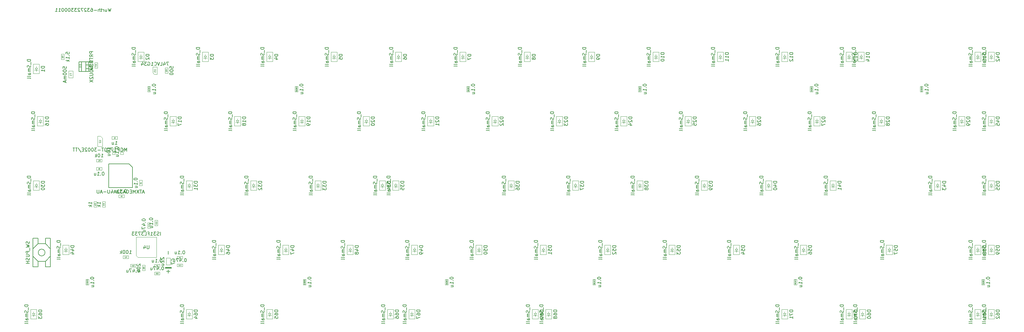
<source format=gbr>
G04 #@! TF.FileFunction,Other,Fab,Bot*
%FSLAX46Y46*%
G04 Gerber Fmt 4.6, Leading zero omitted, Abs format (unit mm)*
G04 Created by KiCad (PCBNEW 4.0.7) date 04/18/18 22:10:51*
%MOMM*%
%LPD*%
G01*
G04 APERTURE LIST*
%ADD10C,0.100000*%
%ADD11C,0.150000*%
%ADD12C,0.075000*%
G04 APERTURE END LIST*
D10*
D11*
X91440000Y-115570000D02*
X91440000Y-114681000D01*
X90932000Y-120650000D02*
X91948000Y-120650000D01*
X91440000Y-120142000D02*
X91440000Y-121158000D01*
X90551000Y-119634000D02*
X90551000Y-119507000D01*
X92329000Y-119761000D02*
X92329000Y-119634000D01*
X90551000Y-119761000D02*
X92329000Y-119761000D01*
X90551000Y-119634000D02*
X90551000Y-119761000D01*
X92329000Y-119634000D02*
X90551000Y-119634000D01*
X92329000Y-119507000D02*
X92329000Y-119634000D01*
X90551000Y-119507000D02*
X92329000Y-119507000D01*
D10*
X71793000Y-89897000D02*
X70193000Y-89897000D01*
X70193000Y-89897000D02*
X70193000Y-90697000D01*
X70193000Y-90697000D02*
X71793000Y-90697000D01*
X71793000Y-90697000D02*
X71793000Y-89897000D01*
X69704000Y-60490000D02*
X70504000Y-60490000D01*
X69704000Y-58890000D02*
X69704000Y-60490000D01*
X70504000Y-58890000D02*
X69704000Y-58890000D01*
X70504000Y-60490000D02*
X70504000Y-58890000D01*
X60598000Y-56350000D02*
X59798000Y-56350000D01*
X60598000Y-57950000D02*
X60598000Y-56350000D01*
X59798000Y-57950000D02*
X60598000Y-57950000D01*
X59798000Y-56350000D02*
X59798000Y-57950000D01*
D11*
X67887000Y-59521000D02*
X67087000Y-59521000D01*
X67087000Y-60621000D02*
X67887000Y-60621000D01*
X64987000Y-59521000D02*
X65787000Y-59521000D01*
X65787000Y-60171000D02*
X64987000Y-60171000D01*
X65787000Y-58621000D02*
X65787000Y-61521000D01*
X67087000Y-61521000D02*
X67087000Y-58621000D01*
X64987000Y-61521000D02*
X67887000Y-61521000D01*
X64987000Y-58621000D02*
X64987000Y-61521000D01*
X67887000Y-58621000D02*
X64987000Y-58621000D01*
X67887000Y-61521000D02*
X67887000Y-58621000D01*
D10*
X61991000Y-63357000D02*
X63231000Y-63357000D01*
X61991000Y-61357000D02*
X61991000Y-63357000D01*
X63231000Y-61357000D02*
X61991000Y-61357000D01*
X63231000Y-63357000D02*
X63231000Y-61357000D01*
X259556250Y-114050000D02*
X259556250Y-113550000D01*
X259156250Y-114050000D02*
X259556250Y-114650000D01*
X259956250Y-114050000D02*
X259156250Y-114050000D01*
X259556250Y-114650000D02*
X259956250Y-114050000D01*
X259556250Y-114650000D02*
X259006250Y-114650000D01*
X259556250Y-114650000D02*
X260106250Y-114650000D01*
X259556250Y-115050000D02*
X259556250Y-114650000D01*
X258656250Y-115700000D02*
X260456250Y-115700000D01*
X258656250Y-112900000D02*
X258656250Y-115700000D01*
X260456250Y-112900000D02*
X258656250Y-112900000D01*
X260456250Y-115700000D02*
X260456250Y-112900000D01*
X240506250Y-114050000D02*
X240506250Y-113550000D01*
X240106250Y-114050000D02*
X240506250Y-114650000D01*
X240906250Y-114050000D02*
X240106250Y-114050000D01*
X240506250Y-114650000D02*
X240906250Y-114050000D01*
X240506250Y-114650000D02*
X239956250Y-114650000D01*
X240506250Y-114650000D02*
X241056250Y-114650000D01*
X240506250Y-115050000D02*
X240506250Y-114650000D01*
X239606250Y-115700000D02*
X241406250Y-115700000D01*
X239606250Y-112900000D02*
X239606250Y-115700000D01*
X241406250Y-112900000D02*
X239606250Y-112900000D01*
X241406250Y-115700000D02*
X241406250Y-112900000D01*
X221456250Y-114050000D02*
X221456250Y-113550000D01*
X221056250Y-114050000D02*
X221456250Y-114650000D01*
X221856250Y-114050000D02*
X221056250Y-114050000D01*
X221456250Y-114650000D02*
X221856250Y-114050000D01*
X221456250Y-114650000D02*
X220906250Y-114650000D01*
X221456250Y-114650000D02*
X222006250Y-114650000D01*
X221456250Y-115050000D02*
X221456250Y-114650000D01*
X220556250Y-115700000D02*
X222356250Y-115700000D01*
X220556250Y-112900000D02*
X220556250Y-115700000D01*
X222356250Y-112900000D02*
X220556250Y-112900000D01*
X222356250Y-115700000D02*
X222356250Y-112900000D01*
X202406250Y-114050000D02*
X202406250Y-113550000D01*
X202006250Y-114050000D02*
X202406250Y-114650000D01*
X202806250Y-114050000D02*
X202006250Y-114050000D01*
X202406250Y-114650000D02*
X202806250Y-114050000D01*
X202406250Y-114650000D02*
X201856250Y-114650000D01*
X202406250Y-114650000D02*
X202956250Y-114650000D01*
X202406250Y-115050000D02*
X202406250Y-114650000D01*
X201506250Y-115700000D02*
X203306250Y-115700000D01*
X201506250Y-112900000D02*
X201506250Y-115700000D01*
X203306250Y-112900000D02*
X201506250Y-112900000D01*
X203306250Y-115700000D02*
X203306250Y-112900000D01*
X183356250Y-114050000D02*
X183356250Y-113550000D01*
X182956250Y-114050000D02*
X183356250Y-114650000D01*
X183756250Y-114050000D02*
X182956250Y-114050000D01*
X183356250Y-114650000D02*
X183756250Y-114050000D01*
X183356250Y-114650000D02*
X182806250Y-114650000D01*
X183356250Y-114650000D02*
X183906250Y-114650000D01*
X183356250Y-115050000D02*
X183356250Y-114650000D01*
X182456250Y-115700000D02*
X184256250Y-115700000D01*
X182456250Y-112900000D02*
X182456250Y-115700000D01*
X184256250Y-112900000D02*
X182456250Y-112900000D01*
X184256250Y-115700000D02*
X184256250Y-112900000D01*
X164306250Y-114050000D02*
X164306250Y-113550000D01*
X163906250Y-114050000D02*
X164306250Y-114650000D01*
X164706250Y-114050000D02*
X163906250Y-114050000D01*
X164306250Y-114650000D02*
X164706250Y-114050000D01*
X164306250Y-114650000D02*
X163756250Y-114650000D01*
X164306250Y-114650000D02*
X164856250Y-114650000D01*
X164306250Y-115050000D02*
X164306250Y-114650000D01*
X163406250Y-115700000D02*
X165206250Y-115700000D01*
X163406250Y-112900000D02*
X163406250Y-115700000D01*
X165206250Y-112900000D02*
X163406250Y-112900000D01*
X165206250Y-115700000D02*
X165206250Y-112900000D01*
X145256250Y-114050000D02*
X145256250Y-113550000D01*
X144856250Y-114050000D02*
X145256250Y-114650000D01*
X145656250Y-114050000D02*
X144856250Y-114050000D01*
X145256250Y-114650000D02*
X145656250Y-114050000D01*
X145256250Y-114650000D02*
X144706250Y-114650000D01*
X145256250Y-114650000D02*
X145806250Y-114650000D01*
X145256250Y-115050000D02*
X145256250Y-114650000D01*
X144356250Y-115700000D02*
X146156250Y-115700000D01*
X144356250Y-112900000D02*
X144356250Y-115700000D01*
X146156250Y-112900000D02*
X144356250Y-112900000D01*
X146156250Y-115700000D02*
X146156250Y-112900000D01*
X126206250Y-114050000D02*
X126206250Y-113550000D01*
X125806250Y-114050000D02*
X126206250Y-114650000D01*
X126606250Y-114050000D02*
X125806250Y-114050000D01*
X126206250Y-114650000D02*
X126606250Y-114050000D01*
X126206250Y-114650000D02*
X125656250Y-114650000D01*
X126206250Y-114650000D02*
X126756250Y-114650000D01*
X126206250Y-115050000D02*
X126206250Y-114650000D01*
X125306250Y-115700000D02*
X127106250Y-115700000D01*
X125306250Y-112900000D02*
X125306250Y-115700000D01*
X127106250Y-112900000D02*
X125306250Y-112900000D01*
X127106250Y-115700000D02*
X127106250Y-112900000D01*
X107156250Y-114050000D02*
X107156250Y-113550000D01*
X106756250Y-114050000D02*
X107156250Y-114650000D01*
X107556250Y-114050000D02*
X106756250Y-114050000D01*
X107156250Y-114650000D02*
X107556250Y-114050000D01*
X107156250Y-114650000D02*
X106606250Y-114650000D01*
X107156250Y-114650000D02*
X107706250Y-114650000D01*
X107156250Y-115050000D02*
X107156250Y-114650000D01*
X106256250Y-115700000D02*
X108056250Y-115700000D01*
X106256250Y-112900000D02*
X106256250Y-115700000D01*
X108056250Y-112900000D02*
X106256250Y-112900000D01*
X108056250Y-115700000D02*
X108056250Y-112900000D01*
X61118750Y-114050000D02*
X61118750Y-113550000D01*
X60718750Y-114050000D02*
X61118750Y-114650000D01*
X61518750Y-114050000D02*
X60718750Y-114050000D01*
X61118750Y-114650000D02*
X61518750Y-114050000D01*
X61118750Y-114650000D02*
X60568750Y-114650000D01*
X61118750Y-114650000D02*
X61668750Y-114650000D01*
X61118750Y-115050000D02*
X61118750Y-114650000D01*
X60218750Y-115700000D02*
X62018750Y-115700000D01*
X60218750Y-112900000D02*
X60218750Y-115700000D01*
X62018750Y-112900000D02*
X60218750Y-112900000D01*
X62018750Y-115700000D02*
X62018750Y-112900000D01*
X319087500Y-95000000D02*
X319087500Y-94500000D01*
X318687500Y-95000000D02*
X319087500Y-95600000D01*
X319487500Y-95000000D02*
X318687500Y-95000000D01*
X319087500Y-95600000D02*
X319487500Y-95000000D01*
X319087500Y-95600000D02*
X318537500Y-95600000D01*
X319087500Y-95600000D02*
X319637500Y-95600000D01*
X319087500Y-96000000D02*
X319087500Y-95600000D01*
X318187500Y-96650000D02*
X319987500Y-96650000D01*
X318187500Y-93850000D02*
X318187500Y-96650000D01*
X319987500Y-93850000D02*
X318187500Y-93850000D01*
X319987500Y-96650000D02*
X319987500Y-93850000D01*
X288131250Y-95000000D02*
X288131250Y-94500000D01*
X287731250Y-95000000D02*
X288131250Y-95600000D01*
X288531250Y-95000000D02*
X287731250Y-95000000D01*
X288131250Y-95600000D02*
X288531250Y-95000000D01*
X288131250Y-95600000D02*
X287581250Y-95600000D01*
X288131250Y-95600000D02*
X288681250Y-95600000D01*
X288131250Y-96000000D02*
X288131250Y-95600000D01*
X287231250Y-96650000D02*
X289031250Y-96650000D01*
X287231250Y-93850000D02*
X287231250Y-96650000D01*
X289031250Y-93850000D02*
X287231250Y-93850000D01*
X289031250Y-96650000D02*
X289031250Y-93850000D01*
X269081250Y-95000000D02*
X269081250Y-94500000D01*
X268681250Y-95000000D02*
X269081250Y-95600000D01*
X269481250Y-95000000D02*
X268681250Y-95000000D01*
X269081250Y-95600000D02*
X269481250Y-95000000D01*
X269081250Y-95600000D02*
X268531250Y-95600000D01*
X269081250Y-95600000D02*
X269631250Y-95600000D01*
X269081250Y-96000000D02*
X269081250Y-95600000D01*
X268181250Y-96650000D02*
X269981250Y-96650000D01*
X268181250Y-93850000D02*
X268181250Y-96650000D01*
X269981250Y-93850000D02*
X268181250Y-93850000D01*
X269981250Y-96650000D02*
X269981250Y-93850000D01*
X250031250Y-95000000D02*
X250031250Y-94500000D01*
X249631250Y-95000000D02*
X250031250Y-95600000D01*
X250431250Y-95000000D02*
X249631250Y-95000000D01*
X250031250Y-95600000D02*
X250431250Y-95000000D01*
X250031250Y-95600000D02*
X249481250Y-95600000D01*
X250031250Y-95600000D02*
X250581250Y-95600000D01*
X250031250Y-96000000D02*
X250031250Y-95600000D01*
X249131250Y-96650000D02*
X250931250Y-96650000D01*
X249131250Y-93850000D02*
X249131250Y-96650000D01*
X250931250Y-93850000D02*
X249131250Y-93850000D01*
X250931250Y-96650000D02*
X250931250Y-93850000D01*
X230981250Y-95000000D02*
X230981250Y-94500000D01*
X230581250Y-95000000D02*
X230981250Y-95600000D01*
X231381250Y-95000000D02*
X230581250Y-95000000D01*
X230981250Y-95600000D02*
X231381250Y-95000000D01*
X230981250Y-95600000D02*
X230431250Y-95600000D01*
X230981250Y-95600000D02*
X231531250Y-95600000D01*
X230981250Y-96000000D02*
X230981250Y-95600000D01*
X230081250Y-96650000D02*
X231881250Y-96650000D01*
X230081250Y-93850000D02*
X230081250Y-96650000D01*
X231881250Y-93850000D02*
X230081250Y-93850000D01*
X231881250Y-96650000D02*
X231881250Y-93850000D01*
X211931250Y-95000000D02*
X211931250Y-94500000D01*
X211531250Y-95000000D02*
X211931250Y-95600000D01*
X212331250Y-95000000D02*
X211531250Y-95000000D01*
X211931250Y-95600000D02*
X212331250Y-95000000D01*
X211931250Y-95600000D02*
X211381250Y-95600000D01*
X211931250Y-95600000D02*
X212481250Y-95600000D01*
X211931250Y-96000000D02*
X211931250Y-95600000D01*
X211031250Y-96650000D02*
X212831250Y-96650000D01*
X211031250Y-93850000D02*
X211031250Y-96650000D01*
X212831250Y-93850000D02*
X211031250Y-93850000D01*
X212831250Y-96650000D02*
X212831250Y-93850000D01*
X192881250Y-95000000D02*
X192881250Y-94500000D01*
X192481250Y-95000000D02*
X192881250Y-95600000D01*
X193281250Y-95000000D02*
X192481250Y-95000000D01*
X192881250Y-95600000D02*
X193281250Y-95000000D01*
X192881250Y-95600000D02*
X192331250Y-95600000D01*
X192881250Y-95600000D02*
X193431250Y-95600000D01*
X192881250Y-96000000D02*
X192881250Y-95600000D01*
X191981250Y-96650000D02*
X193781250Y-96650000D01*
X191981250Y-93850000D02*
X191981250Y-96650000D01*
X193781250Y-93850000D02*
X191981250Y-93850000D01*
X193781250Y-96650000D02*
X193781250Y-93850000D01*
X158750000Y-95000000D02*
X158750000Y-94500000D01*
X158350000Y-95000000D02*
X158750000Y-95600000D01*
X159150000Y-95000000D02*
X158350000Y-95000000D01*
X158750000Y-95600000D02*
X159150000Y-95000000D01*
X158750000Y-95600000D02*
X158200000Y-95600000D01*
X158750000Y-95600000D02*
X159300000Y-95600000D01*
X158750000Y-96000000D02*
X158750000Y-95600000D01*
X157850000Y-96650000D02*
X159650000Y-96650000D01*
X157850000Y-93850000D02*
X157850000Y-96650000D01*
X159650000Y-93850000D02*
X157850000Y-93850000D01*
X159650000Y-96650000D02*
X159650000Y-93850000D01*
X154781250Y-95000000D02*
X154781250Y-94500000D01*
X154381250Y-95000000D02*
X154781250Y-95600000D01*
X155181250Y-95000000D02*
X154381250Y-95000000D01*
X154781250Y-95600000D02*
X155181250Y-95000000D01*
X154781250Y-95600000D02*
X154231250Y-95600000D01*
X154781250Y-95600000D02*
X155331250Y-95600000D01*
X154781250Y-96000000D02*
X154781250Y-95600000D01*
X153881250Y-96650000D02*
X155681250Y-96650000D01*
X153881250Y-93850000D02*
X153881250Y-96650000D01*
X155681250Y-93850000D02*
X153881250Y-93850000D01*
X155681250Y-96650000D02*
X155681250Y-93850000D01*
X135731250Y-95000000D02*
X135731250Y-94500000D01*
X135331250Y-95000000D02*
X135731250Y-95600000D01*
X136131250Y-95000000D02*
X135331250Y-95000000D01*
X135731250Y-95600000D02*
X136131250Y-95000000D01*
X135731250Y-95600000D02*
X135181250Y-95600000D01*
X135731250Y-95600000D02*
X136281250Y-95600000D01*
X135731250Y-96000000D02*
X135731250Y-95600000D01*
X134831250Y-96650000D02*
X136631250Y-96650000D01*
X134831250Y-93850000D02*
X134831250Y-96650000D01*
X136631250Y-93850000D02*
X134831250Y-93850000D01*
X136631250Y-96650000D02*
X136631250Y-93850000D01*
X116681250Y-95000000D02*
X116681250Y-94500000D01*
X116281250Y-95000000D02*
X116681250Y-95600000D01*
X117081250Y-95000000D02*
X116281250Y-95000000D01*
X116681250Y-95600000D02*
X117081250Y-95000000D01*
X116681250Y-95600000D02*
X116131250Y-95600000D01*
X116681250Y-95600000D02*
X117231250Y-95600000D01*
X116681250Y-96000000D02*
X116681250Y-95600000D01*
X115781250Y-96650000D02*
X117581250Y-96650000D01*
X115781250Y-93850000D02*
X115781250Y-96650000D01*
X117581250Y-93850000D02*
X115781250Y-93850000D01*
X117581250Y-96650000D02*
X117581250Y-93850000D01*
X97631250Y-95000000D02*
X97631250Y-94500000D01*
X97231250Y-95000000D02*
X97631250Y-95600000D01*
X98031250Y-95000000D02*
X97231250Y-95000000D01*
X97631250Y-95600000D02*
X98031250Y-95000000D01*
X97631250Y-95600000D02*
X97081250Y-95600000D01*
X97631250Y-95600000D02*
X98181250Y-95600000D01*
X97631250Y-96000000D02*
X97631250Y-95600000D01*
X96731250Y-96650000D02*
X98531250Y-96650000D01*
X96731250Y-93850000D02*
X96731250Y-96650000D01*
X98531250Y-93850000D02*
X96731250Y-93850000D01*
X98531250Y-96650000D02*
X98531250Y-93850000D01*
X52387500Y-95000000D02*
X52387500Y-94500000D01*
X51987500Y-95000000D02*
X52387500Y-95600000D01*
X52787500Y-95000000D02*
X51987500Y-95000000D01*
X52387500Y-95600000D02*
X52787500Y-95000000D01*
X52387500Y-95600000D02*
X51837500Y-95600000D01*
X52387500Y-95600000D02*
X52937500Y-95600000D01*
X52387500Y-96000000D02*
X52387500Y-95600000D01*
X51487500Y-96650000D02*
X53287500Y-96650000D01*
X51487500Y-93850000D02*
X51487500Y-96650000D01*
X53287500Y-93850000D02*
X51487500Y-93850000D01*
X53287500Y-96650000D02*
X53287500Y-93850000D01*
X326231250Y-75950000D02*
X326231250Y-75450000D01*
X325831250Y-75950000D02*
X326231250Y-76550000D01*
X326631250Y-75950000D02*
X325831250Y-75950000D01*
X326231250Y-76550000D02*
X326631250Y-75950000D01*
X326231250Y-76550000D02*
X325681250Y-76550000D01*
X326231250Y-76550000D02*
X326781250Y-76550000D01*
X326231250Y-76950000D02*
X326231250Y-76550000D01*
X325331250Y-77600000D02*
X327131250Y-77600000D01*
X325331250Y-74800000D02*
X325331250Y-77600000D01*
X327131250Y-74800000D02*
X325331250Y-74800000D01*
X327131250Y-77600000D02*
X327131250Y-74800000D01*
X302418750Y-75950000D02*
X302418750Y-75450000D01*
X302018750Y-75950000D02*
X302418750Y-76550000D01*
X302818750Y-75950000D02*
X302018750Y-75950000D01*
X302418750Y-76550000D02*
X302818750Y-75950000D01*
X302418750Y-76550000D02*
X301868750Y-76550000D01*
X302418750Y-76550000D02*
X302968750Y-76550000D01*
X302418750Y-76950000D02*
X302418750Y-76550000D01*
X301518750Y-77600000D02*
X303318750Y-77600000D01*
X301518750Y-74800000D02*
X301518750Y-77600000D01*
X303318750Y-74800000D02*
X301518750Y-74800000D01*
X303318750Y-77600000D02*
X303318750Y-74800000D01*
X283368750Y-75950000D02*
X283368750Y-75450000D01*
X282968750Y-75950000D02*
X283368750Y-76550000D01*
X283768750Y-75950000D02*
X282968750Y-75950000D01*
X283368750Y-76550000D02*
X283768750Y-75950000D01*
X283368750Y-76550000D02*
X282818750Y-76550000D01*
X283368750Y-76550000D02*
X283918750Y-76550000D01*
X283368750Y-76950000D02*
X283368750Y-76550000D01*
X282468750Y-77600000D02*
X284268750Y-77600000D01*
X282468750Y-74800000D02*
X282468750Y-77600000D01*
X284268750Y-74800000D02*
X282468750Y-74800000D01*
X284268750Y-77600000D02*
X284268750Y-74800000D01*
X264318750Y-75950000D02*
X264318750Y-75450000D01*
X263918750Y-75950000D02*
X264318750Y-76550000D01*
X264718750Y-75950000D02*
X263918750Y-75950000D01*
X264318750Y-76550000D02*
X264718750Y-75950000D01*
X264318750Y-76550000D02*
X263768750Y-76550000D01*
X264318750Y-76550000D02*
X264868750Y-76550000D01*
X264318750Y-76950000D02*
X264318750Y-76550000D01*
X263418750Y-77600000D02*
X265218750Y-77600000D01*
X263418750Y-74800000D02*
X263418750Y-77600000D01*
X265218750Y-74800000D02*
X263418750Y-74800000D01*
X265218750Y-77600000D02*
X265218750Y-74800000D01*
X245268750Y-75950000D02*
X245268750Y-75450000D01*
X244868750Y-75950000D02*
X245268750Y-76550000D01*
X245668750Y-75950000D02*
X244868750Y-75950000D01*
X245268750Y-76550000D02*
X245668750Y-75950000D01*
X245268750Y-76550000D02*
X244718750Y-76550000D01*
X245268750Y-76550000D02*
X245818750Y-76550000D01*
X245268750Y-76950000D02*
X245268750Y-76550000D01*
X244368750Y-77600000D02*
X246168750Y-77600000D01*
X244368750Y-74800000D02*
X244368750Y-77600000D01*
X246168750Y-74800000D02*
X244368750Y-74800000D01*
X246168750Y-77600000D02*
X246168750Y-74800000D01*
X226218750Y-75950000D02*
X226218750Y-75450000D01*
X225818750Y-75950000D02*
X226218750Y-76550000D01*
X226618750Y-75950000D02*
X225818750Y-75950000D01*
X226218750Y-76550000D02*
X226618750Y-75950000D01*
X226218750Y-76550000D02*
X225668750Y-76550000D01*
X226218750Y-76550000D02*
X226768750Y-76550000D01*
X226218750Y-76950000D02*
X226218750Y-76550000D01*
X225318750Y-77600000D02*
X227118750Y-77600000D01*
X225318750Y-74800000D02*
X225318750Y-77600000D01*
X227118750Y-74800000D02*
X225318750Y-74800000D01*
X227118750Y-77600000D02*
X227118750Y-74800000D01*
X207168750Y-75950000D02*
X207168750Y-75450000D01*
X206768750Y-75950000D02*
X207168750Y-76550000D01*
X207568750Y-75950000D02*
X206768750Y-75950000D01*
X207168750Y-76550000D02*
X207568750Y-75950000D01*
X207168750Y-76550000D02*
X206618750Y-76550000D01*
X207168750Y-76550000D02*
X207718750Y-76550000D01*
X207168750Y-76950000D02*
X207168750Y-76550000D01*
X206268750Y-77600000D02*
X208068750Y-77600000D01*
X206268750Y-74800000D02*
X206268750Y-77600000D01*
X208068750Y-74800000D02*
X206268750Y-74800000D01*
X208068750Y-77600000D02*
X208068750Y-74800000D01*
X188118750Y-75950000D02*
X188118750Y-75450000D01*
X187718750Y-75950000D02*
X188118750Y-76550000D01*
X188518750Y-75950000D02*
X187718750Y-75950000D01*
X188118750Y-76550000D02*
X188518750Y-75950000D01*
X188118750Y-76550000D02*
X187568750Y-76550000D01*
X188118750Y-76550000D02*
X188668750Y-76550000D01*
X188118750Y-76950000D02*
X188118750Y-76550000D01*
X187218750Y-77600000D02*
X189018750Y-77600000D01*
X187218750Y-74800000D02*
X187218750Y-77600000D01*
X189018750Y-74800000D02*
X187218750Y-74800000D01*
X189018750Y-77600000D02*
X189018750Y-74800000D01*
X169068750Y-75950000D02*
X169068750Y-75450000D01*
X168668750Y-75950000D02*
X169068750Y-76550000D01*
X169468750Y-75950000D02*
X168668750Y-75950000D01*
X169068750Y-76550000D02*
X169468750Y-75950000D01*
X169068750Y-76550000D02*
X168518750Y-76550000D01*
X169068750Y-76550000D02*
X169618750Y-76550000D01*
X169068750Y-76950000D02*
X169068750Y-76550000D01*
X168168750Y-77600000D02*
X169968750Y-77600000D01*
X168168750Y-74800000D02*
X168168750Y-77600000D01*
X169968750Y-74800000D02*
X168168750Y-74800000D01*
X169968750Y-77600000D02*
X169968750Y-74800000D01*
X150018750Y-75950000D02*
X150018750Y-75450000D01*
X149618750Y-75950000D02*
X150018750Y-76550000D01*
X150418750Y-75950000D02*
X149618750Y-75950000D01*
X150018750Y-76550000D02*
X150418750Y-75950000D01*
X150018750Y-76550000D02*
X149468750Y-76550000D01*
X150018750Y-76550000D02*
X150568750Y-76550000D01*
X150018750Y-76950000D02*
X150018750Y-76550000D01*
X149118750Y-77600000D02*
X150918750Y-77600000D01*
X149118750Y-74800000D02*
X149118750Y-77600000D01*
X150918750Y-74800000D02*
X149118750Y-74800000D01*
X150918750Y-77600000D02*
X150918750Y-74800000D01*
X130968750Y-75950000D02*
X130968750Y-75450000D01*
X130568750Y-75950000D02*
X130968750Y-76550000D01*
X131368750Y-75950000D02*
X130568750Y-75950000D01*
X130968750Y-76550000D02*
X131368750Y-75950000D01*
X130968750Y-76550000D02*
X130418750Y-76550000D01*
X130968750Y-76550000D02*
X131518750Y-76550000D01*
X130968750Y-76950000D02*
X130968750Y-76550000D01*
X130068750Y-77600000D02*
X131868750Y-77600000D01*
X130068750Y-74800000D02*
X130068750Y-77600000D01*
X131868750Y-74800000D02*
X130068750Y-74800000D01*
X131868750Y-77600000D02*
X131868750Y-74800000D01*
X111918750Y-75950000D02*
X111918750Y-75450000D01*
X111518750Y-75950000D02*
X111918750Y-76550000D01*
X112318750Y-75950000D02*
X111518750Y-75950000D01*
X111918750Y-76550000D02*
X112318750Y-75950000D01*
X111918750Y-76550000D02*
X111368750Y-76550000D01*
X111918750Y-76550000D02*
X112468750Y-76550000D01*
X111918750Y-76950000D02*
X111918750Y-76550000D01*
X111018750Y-77600000D02*
X112818750Y-77600000D01*
X111018750Y-74800000D02*
X111018750Y-77600000D01*
X112818750Y-74800000D02*
X111018750Y-74800000D01*
X112818750Y-77600000D02*
X112818750Y-74800000D01*
X92868750Y-75950000D02*
X92868750Y-75450000D01*
X92468750Y-75950000D02*
X92868750Y-76550000D01*
X93268750Y-75950000D02*
X92468750Y-75950000D01*
X92868750Y-76550000D02*
X93268750Y-75950000D01*
X92868750Y-76550000D02*
X92318750Y-76550000D01*
X92868750Y-76550000D02*
X93418750Y-76550000D01*
X92868750Y-76950000D02*
X92868750Y-76550000D01*
X91968750Y-77600000D02*
X93768750Y-77600000D01*
X91968750Y-74800000D02*
X91968750Y-77600000D01*
X93768750Y-74800000D02*
X91968750Y-74800000D01*
X93768750Y-77600000D02*
X93768750Y-74800000D01*
X53578125Y-75950000D02*
X53578125Y-75450000D01*
X53178125Y-75950000D02*
X53578125Y-76550000D01*
X53978125Y-75950000D02*
X53178125Y-75950000D01*
X53578125Y-76550000D02*
X53978125Y-75950000D01*
X53578125Y-76550000D02*
X53028125Y-76550000D01*
X53578125Y-76550000D02*
X54128125Y-76550000D01*
X53578125Y-76950000D02*
X53578125Y-76550000D01*
X52678125Y-77600000D02*
X54478125Y-77600000D01*
X52678125Y-74800000D02*
X52678125Y-77600000D01*
X54478125Y-74800000D02*
X52678125Y-74800000D01*
X54478125Y-77600000D02*
X54478125Y-74800000D01*
X330993750Y-56900000D02*
X330993750Y-56400000D01*
X330593750Y-56900000D02*
X330993750Y-57500000D01*
X331393750Y-56900000D02*
X330593750Y-56900000D01*
X330993750Y-57500000D02*
X331393750Y-56900000D01*
X330993750Y-57500000D02*
X330443750Y-57500000D01*
X330993750Y-57500000D02*
X331543750Y-57500000D01*
X330993750Y-57900000D02*
X330993750Y-57500000D01*
X330093750Y-58550000D02*
X331893750Y-58550000D01*
X330093750Y-55750000D02*
X330093750Y-58550000D01*
X331893750Y-55750000D02*
X330093750Y-55750000D01*
X331893750Y-58550000D02*
X331893750Y-55750000D01*
X296465625Y-56900000D02*
X296465625Y-56400000D01*
X296065625Y-56900000D02*
X296465625Y-57500000D01*
X296865625Y-56900000D02*
X296065625Y-56900000D01*
X296465625Y-57500000D02*
X296865625Y-56900000D01*
X296465625Y-57500000D02*
X295915625Y-57500000D01*
X296465625Y-57500000D02*
X297015625Y-57500000D01*
X296465625Y-57900000D02*
X296465625Y-57500000D01*
X295565625Y-58550000D02*
X297365625Y-58550000D01*
X295565625Y-55750000D02*
X295565625Y-58550000D01*
X297365625Y-55750000D02*
X295565625Y-55750000D01*
X297365625Y-58550000D02*
X297365625Y-55750000D01*
X292893750Y-56900000D02*
X292893750Y-56400000D01*
X292493750Y-56900000D02*
X292893750Y-57500000D01*
X293293750Y-56900000D02*
X292493750Y-56900000D01*
X292893750Y-57500000D02*
X293293750Y-56900000D01*
X292893750Y-57500000D02*
X292343750Y-57500000D01*
X292893750Y-57500000D02*
X293443750Y-57500000D01*
X292893750Y-57900000D02*
X292893750Y-57500000D01*
X291993750Y-58550000D02*
X293793750Y-58550000D01*
X291993750Y-55750000D02*
X291993750Y-58550000D01*
X293793750Y-55750000D02*
X291993750Y-55750000D01*
X293793750Y-58550000D02*
X293793750Y-55750000D01*
X273843750Y-56900000D02*
X273843750Y-56400000D01*
X273443750Y-56900000D02*
X273843750Y-57500000D01*
X274243750Y-56900000D02*
X273443750Y-56900000D01*
X273843750Y-57500000D02*
X274243750Y-56900000D01*
X273843750Y-57500000D02*
X273293750Y-57500000D01*
X273843750Y-57500000D02*
X274393750Y-57500000D01*
X273843750Y-57900000D02*
X273843750Y-57500000D01*
X272943750Y-58550000D02*
X274743750Y-58550000D01*
X272943750Y-55750000D02*
X272943750Y-58550000D01*
X274743750Y-55750000D02*
X272943750Y-55750000D01*
X274743750Y-58550000D02*
X274743750Y-55750000D01*
X254793750Y-56900000D02*
X254793750Y-56400000D01*
X254393750Y-56900000D02*
X254793750Y-57500000D01*
X255193750Y-56900000D02*
X254393750Y-56900000D01*
X254793750Y-57500000D02*
X255193750Y-56900000D01*
X254793750Y-57500000D02*
X254243750Y-57500000D01*
X254793750Y-57500000D02*
X255343750Y-57500000D01*
X254793750Y-57900000D02*
X254793750Y-57500000D01*
X253893750Y-58550000D02*
X255693750Y-58550000D01*
X253893750Y-55750000D02*
X253893750Y-58550000D01*
X255693750Y-55750000D02*
X253893750Y-55750000D01*
X255693750Y-58550000D02*
X255693750Y-55750000D01*
X235743750Y-56900000D02*
X235743750Y-56400000D01*
X235343750Y-56900000D02*
X235743750Y-57500000D01*
X236143750Y-56900000D02*
X235343750Y-56900000D01*
X235743750Y-57500000D02*
X236143750Y-56900000D01*
X235743750Y-57500000D02*
X235193750Y-57500000D01*
X235743750Y-57500000D02*
X236293750Y-57500000D01*
X235743750Y-57900000D02*
X235743750Y-57500000D01*
X234843750Y-58550000D02*
X236643750Y-58550000D01*
X234843750Y-55750000D02*
X234843750Y-58550000D01*
X236643750Y-55750000D02*
X234843750Y-55750000D01*
X236643750Y-58550000D02*
X236643750Y-55750000D01*
X216693750Y-56900000D02*
X216693750Y-56400000D01*
X216293750Y-56900000D02*
X216693750Y-57500000D01*
X217093750Y-56900000D02*
X216293750Y-56900000D01*
X216693750Y-57500000D02*
X217093750Y-56900000D01*
X216693750Y-57500000D02*
X216143750Y-57500000D01*
X216693750Y-57500000D02*
X217243750Y-57500000D01*
X216693750Y-57900000D02*
X216693750Y-57500000D01*
X215793750Y-58550000D02*
X217593750Y-58550000D01*
X215793750Y-55750000D02*
X215793750Y-58550000D01*
X217593750Y-55750000D02*
X215793750Y-55750000D01*
X217593750Y-58550000D02*
X217593750Y-55750000D01*
X197643750Y-56900000D02*
X197643750Y-56400000D01*
X197243750Y-56900000D02*
X197643750Y-57500000D01*
X198043750Y-56900000D02*
X197243750Y-56900000D01*
X197643750Y-57500000D02*
X198043750Y-56900000D01*
X197643750Y-57500000D02*
X197093750Y-57500000D01*
X197643750Y-57500000D02*
X198193750Y-57500000D01*
X197643750Y-57900000D02*
X197643750Y-57500000D01*
X196743750Y-58550000D02*
X198543750Y-58550000D01*
X196743750Y-55750000D02*
X196743750Y-58550000D01*
X198543750Y-55750000D02*
X196743750Y-55750000D01*
X198543750Y-58550000D02*
X198543750Y-55750000D01*
X178593750Y-56900000D02*
X178593750Y-56400000D01*
X178193750Y-56900000D02*
X178593750Y-57500000D01*
X178993750Y-56900000D02*
X178193750Y-56900000D01*
X178593750Y-57500000D02*
X178993750Y-56900000D01*
X178593750Y-57500000D02*
X178043750Y-57500000D01*
X178593750Y-57500000D02*
X179143750Y-57500000D01*
X178593750Y-57900000D02*
X178593750Y-57500000D01*
X177693750Y-58550000D02*
X179493750Y-58550000D01*
X177693750Y-55750000D02*
X177693750Y-58550000D01*
X179493750Y-55750000D02*
X177693750Y-55750000D01*
X179493750Y-58550000D02*
X179493750Y-55750000D01*
X159543750Y-56900000D02*
X159543750Y-56400000D01*
X159143750Y-56900000D02*
X159543750Y-57500000D01*
X159943750Y-56900000D02*
X159143750Y-56900000D01*
X159543750Y-57500000D02*
X159943750Y-56900000D01*
X159543750Y-57500000D02*
X158993750Y-57500000D01*
X159543750Y-57500000D02*
X160093750Y-57500000D01*
X159543750Y-57900000D02*
X159543750Y-57500000D01*
X158643750Y-58550000D02*
X160443750Y-58550000D01*
X158643750Y-55750000D02*
X158643750Y-58550000D01*
X160443750Y-55750000D02*
X158643750Y-55750000D01*
X160443750Y-58550000D02*
X160443750Y-55750000D01*
X140493750Y-56900000D02*
X140493750Y-56400000D01*
X140093750Y-56900000D02*
X140493750Y-57500000D01*
X140893750Y-56900000D02*
X140093750Y-56900000D01*
X140493750Y-57500000D02*
X140893750Y-56900000D01*
X140493750Y-57500000D02*
X139943750Y-57500000D01*
X140493750Y-57500000D02*
X141043750Y-57500000D01*
X140493750Y-57900000D02*
X140493750Y-57500000D01*
X139593750Y-58550000D02*
X141393750Y-58550000D01*
X139593750Y-55750000D02*
X139593750Y-58550000D01*
X141393750Y-55750000D02*
X139593750Y-55750000D01*
X141393750Y-58550000D02*
X141393750Y-55750000D01*
X121443750Y-56900000D02*
X121443750Y-56400000D01*
X121043750Y-56900000D02*
X121443750Y-57500000D01*
X121843750Y-56900000D02*
X121043750Y-56900000D01*
X121443750Y-57500000D02*
X121843750Y-56900000D01*
X121443750Y-57500000D02*
X120893750Y-57500000D01*
X121443750Y-57500000D02*
X121993750Y-57500000D01*
X121443750Y-57900000D02*
X121443750Y-57500000D01*
X120543750Y-58550000D02*
X122343750Y-58550000D01*
X120543750Y-55750000D02*
X120543750Y-58550000D01*
X122343750Y-55750000D02*
X120543750Y-55750000D01*
X122343750Y-58550000D02*
X122343750Y-55750000D01*
X102393750Y-56900000D02*
X102393750Y-56400000D01*
X101993750Y-56900000D02*
X102393750Y-57500000D01*
X102793750Y-56900000D02*
X101993750Y-56900000D01*
X102393750Y-57500000D02*
X102793750Y-56900000D01*
X102393750Y-57500000D02*
X101843750Y-57500000D01*
X102393750Y-57500000D02*
X102943750Y-57500000D01*
X102393750Y-57900000D02*
X102393750Y-57500000D01*
X101493750Y-58550000D02*
X103293750Y-58550000D01*
X101493750Y-55750000D02*
X101493750Y-58550000D01*
X103293750Y-55750000D02*
X101493750Y-55750000D01*
X103293750Y-58550000D02*
X103293750Y-55750000D01*
X83343750Y-56900000D02*
X83343750Y-56400000D01*
X82943750Y-56900000D02*
X83343750Y-57500000D01*
X83743750Y-56900000D02*
X82943750Y-56900000D01*
X83343750Y-57500000D02*
X83743750Y-56900000D01*
X83343750Y-57500000D02*
X82793750Y-57500000D01*
X83343750Y-57500000D02*
X83893750Y-57500000D01*
X83343750Y-57900000D02*
X83343750Y-57500000D01*
X82443750Y-58550000D02*
X84243750Y-58550000D01*
X82443750Y-55750000D02*
X82443750Y-58550000D01*
X84243750Y-55750000D02*
X82443750Y-55750000D01*
X84243750Y-58550000D02*
X84243750Y-55750000D01*
X52387500Y-60471875D02*
X52387500Y-59971875D01*
X51987500Y-60471875D02*
X52387500Y-61071875D01*
X52787500Y-60471875D02*
X51987500Y-60471875D01*
X52387500Y-61071875D02*
X52787500Y-60471875D01*
X52387500Y-61071875D02*
X51837500Y-61071875D01*
X52387500Y-61071875D02*
X52937500Y-61071875D01*
X52387500Y-61471875D02*
X52387500Y-61071875D01*
X51487500Y-62121875D02*
X53287500Y-62121875D01*
X51487500Y-59321875D02*
X51487500Y-62121875D01*
X53287500Y-59321875D02*
X51487500Y-59321875D01*
X53287500Y-62121875D02*
X53287500Y-59321875D01*
X334962500Y-56900000D02*
X334962500Y-56400000D01*
X334562500Y-56900000D02*
X334962500Y-57500000D01*
X335362500Y-56900000D02*
X334562500Y-56900000D01*
X334962500Y-57500000D02*
X335362500Y-56900000D01*
X334962500Y-57500000D02*
X334412500Y-57500000D01*
X334962500Y-57500000D02*
X335512500Y-57500000D01*
X334962500Y-57900000D02*
X334962500Y-57500000D01*
X334062500Y-58550000D02*
X335862500Y-58550000D01*
X334062500Y-55750000D02*
X334062500Y-58550000D01*
X335862500Y-55750000D02*
X334062500Y-55750000D01*
X335862500Y-58550000D02*
X335862500Y-55750000D01*
X334962500Y-75950000D02*
X334962500Y-75450000D01*
X334562500Y-75950000D02*
X334962500Y-76550000D01*
X335362500Y-75950000D02*
X334562500Y-75950000D01*
X334962500Y-76550000D02*
X335362500Y-75950000D01*
X334962500Y-76550000D02*
X334412500Y-76550000D01*
X334962500Y-76550000D02*
X335512500Y-76550000D01*
X334962500Y-76950000D02*
X334962500Y-76550000D01*
X334062500Y-77600000D02*
X335862500Y-77600000D01*
X334062500Y-74800000D02*
X334062500Y-77600000D01*
X335862500Y-74800000D02*
X334062500Y-74800000D01*
X335862500Y-77600000D02*
X335862500Y-74800000D01*
X334962500Y-95000000D02*
X334962500Y-94500000D01*
X334562500Y-95000000D02*
X334962500Y-95600000D01*
X335362500Y-95000000D02*
X334562500Y-95000000D01*
X334962500Y-95600000D02*
X335362500Y-95000000D01*
X334962500Y-95600000D02*
X334412500Y-95600000D01*
X334962500Y-95600000D02*
X335512500Y-95600000D01*
X334962500Y-96000000D02*
X334962500Y-95600000D01*
X334062500Y-96650000D02*
X335862500Y-96650000D01*
X334062500Y-93850000D02*
X334062500Y-96650000D01*
X335862500Y-93850000D02*
X334062500Y-93850000D01*
X335862500Y-96650000D02*
X335862500Y-93850000D01*
X279400000Y-114050000D02*
X279400000Y-113550000D01*
X279000000Y-114050000D02*
X279400000Y-114650000D01*
X279800000Y-114050000D02*
X279000000Y-114050000D01*
X279400000Y-114650000D02*
X279800000Y-114050000D01*
X279400000Y-114650000D02*
X278850000Y-114650000D01*
X279400000Y-114650000D02*
X279950000Y-114650000D01*
X279400000Y-115050000D02*
X279400000Y-114650000D01*
X278500000Y-115700000D02*
X280300000Y-115700000D01*
X278500000Y-112900000D02*
X278500000Y-115700000D01*
X280300000Y-112900000D02*
X278500000Y-112900000D01*
X280300000Y-115700000D02*
X280300000Y-112900000D01*
X304800000Y-114050000D02*
X304800000Y-113550000D01*
X304400000Y-114050000D02*
X304800000Y-114650000D01*
X305200000Y-114050000D02*
X304400000Y-114050000D01*
X304800000Y-114650000D02*
X305200000Y-114050000D01*
X304800000Y-114650000D02*
X304250000Y-114650000D01*
X304800000Y-114650000D02*
X305350000Y-114650000D01*
X304800000Y-115050000D02*
X304800000Y-114650000D01*
X303900000Y-115700000D02*
X305700000Y-115700000D01*
X303900000Y-112900000D02*
X303900000Y-115700000D01*
X305700000Y-112900000D02*
X303900000Y-112900000D01*
X305700000Y-115700000D02*
X305700000Y-112900000D01*
X330993750Y-114050000D02*
X330993750Y-113550000D01*
X330593750Y-114050000D02*
X330993750Y-114650000D01*
X331393750Y-114050000D02*
X330593750Y-114050000D01*
X330993750Y-114650000D02*
X331393750Y-114050000D01*
X330993750Y-114650000D02*
X330443750Y-114650000D01*
X330993750Y-114650000D02*
X331543750Y-114650000D01*
X330993750Y-115050000D02*
X330993750Y-114650000D01*
X330093750Y-115700000D02*
X331893750Y-115700000D01*
X330093750Y-112900000D02*
X330093750Y-115700000D01*
X331893750Y-112900000D02*
X330093750Y-112900000D01*
X331893750Y-115700000D02*
X331893750Y-112900000D01*
X334962500Y-114050000D02*
X334962500Y-113550000D01*
X334562500Y-114050000D02*
X334962500Y-114650000D01*
X335362500Y-114050000D02*
X334562500Y-114050000D01*
X334962500Y-114650000D02*
X335362500Y-114050000D01*
X334962500Y-114650000D02*
X334412500Y-114650000D01*
X334962500Y-114650000D02*
X335512500Y-114650000D01*
X334962500Y-115050000D02*
X334962500Y-114650000D01*
X334062500Y-115700000D02*
X335862500Y-115700000D01*
X334062500Y-112900000D02*
X334062500Y-115700000D01*
X335862500Y-112900000D02*
X334062500Y-112900000D01*
X335862500Y-115700000D02*
X335862500Y-112900000D01*
X296862500Y-133100000D02*
X296862500Y-132600000D01*
X296462500Y-133100000D02*
X296862500Y-133700000D01*
X297262500Y-133100000D02*
X296462500Y-133100000D01*
X296862500Y-133700000D02*
X297262500Y-133100000D01*
X296862500Y-133700000D02*
X296312500Y-133700000D01*
X296862500Y-133700000D02*
X297412500Y-133700000D01*
X296862500Y-134100000D02*
X296862500Y-133700000D01*
X295962500Y-134750000D02*
X297762500Y-134750000D01*
X295962500Y-131950000D02*
X295962500Y-134750000D01*
X297762500Y-131950000D02*
X295962500Y-131950000D01*
X297762500Y-134750000D02*
X297762500Y-131950000D01*
X330993750Y-133100000D02*
X330993750Y-132600000D01*
X330593750Y-133100000D02*
X330993750Y-133700000D01*
X331393750Y-133100000D02*
X330593750Y-133100000D01*
X330993750Y-133700000D02*
X331393750Y-133100000D01*
X330993750Y-133700000D02*
X330443750Y-133700000D01*
X330993750Y-133700000D02*
X331543750Y-133700000D01*
X330993750Y-134100000D02*
X330993750Y-133700000D01*
X330093750Y-134750000D02*
X331893750Y-134750000D01*
X330093750Y-131950000D02*
X330093750Y-134750000D01*
X331893750Y-131950000D02*
X330093750Y-131950000D01*
X331893750Y-134750000D02*
X331893750Y-131950000D01*
X334962500Y-133100000D02*
X334962500Y-132600000D01*
X334562500Y-133100000D02*
X334962500Y-133700000D01*
X335362500Y-133100000D02*
X334562500Y-133100000D01*
X334962500Y-133700000D02*
X335362500Y-133100000D01*
X334962500Y-133700000D02*
X334412500Y-133700000D01*
X334962500Y-133700000D02*
X335512500Y-133700000D01*
X334962500Y-134100000D02*
X334962500Y-133700000D01*
X334062500Y-134750000D02*
X335862500Y-134750000D01*
X334062500Y-131950000D02*
X334062500Y-134750000D01*
X335862500Y-131950000D02*
X334062500Y-131950000D01*
X335862500Y-134750000D02*
X335862500Y-131950000D01*
X51593750Y-133100000D02*
X51593750Y-132600000D01*
X51193750Y-133100000D02*
X51593750Y-133700000D01*
X51993750Y-133100000D02*
X51193750Y-133100000D01*
X51593750Y-133700000D02*
X51993750Y-133100000D01*
X51593750Y-133700000D02*
X51043750Y-133700000D01*
X51593750Y-133700000D02*
X52143750Y-133700000D01*
X51593750Y-134100000D02*
X51593750Y-133700000D01*
X50693750Y-134750000D02*
X52493750Y-134750000D01*
X50693750Y-131950000D02*
X50693750Y-134750000D01*
X52493750Y-131950000D02*
X50693750Y-131950000D01*
X52493750Y-134750000D02*
X52493750Y-131950000D01*
X97631250Y-133100000D02*
X97631250Y-132600000D01*
X97231250Y-133100000D02*
X97631250Y-133700000D01*
X98031250Y-133100000D02*
X97231250Y-133100000D01*
X97631250Y-133700000D02*
X98031250Y-133100000D01*
X97631250Y-133700000D02*
X97081250Y-133700000D01*
X97631250Y-133700000D02*
X98181250Y-133700000D01*
X97631250Y-134100000D02*
X97631250Y-133700000D01*
X96731250Y-134750000D02*
X98531250Y-134750000D01*
X96731250Y-131950000D02*
X96731250Y-134750000D01*
X98531250Y-131950000D02*
X96731250Y-131950000D01*
X98531250Y-134750000D02*
X98531250Y-131950000D01*
X121443750Y-133100000D02*
X121443750Y-132600000D01*
X121043750Y-133100000D02*
X121443750Y-133700000D01*
X121843750Y-133100000D02*
X121043750Y-133100000D01*
X121443750Y-133700000D02*
X121843750Y-133100000D01*
X121443750Y-133700000D02*
X120893750Y-133700000D01*
X121443750Y-133700000D02*
X121993750Y-133700000D01*
X121443750Y-134100000D02*
X121443750Y-133700000D01*
X120543750Y-134750000D02*
X122343750Y-134750000D01*
X120543750Y-131950000D02*
X120543750Y-134750000D01*
X122343750Y-131950000D02*
X120543750Y-131950000D01*
X122343750Y-134750000D02*
X122343750Y-131950000D01*
X157162500Y-133100000D02*
X157162500Y-132600000D01*
X156762500Y-133100000D02*
X157162500Y-133700000D01*
X157562500Y-133100000D02*
X156762500Y-133100000D01*
X157162500Y-133700000D02*
X157562500Y-133100000D01*
X157162500Y-133700000D02*
X156612500Y-133700000D01*
X157162500Y-133700000D02*
X157712500Y-133700000D01*
X157162500Y-134100000D02*
X157162500Y-133700000D01*
X156262500Y-134750000D02*
X158062500Y-134750000D01*
X156262500Y-131950000D02*
X156262500Y-134750000D01*
X158062500Y-131950000D02*
X156262500Y-131950000D01*
X158062500Y-134750000D02*
X158062500Y-131950000D01*
X163512500Y-133100000D02*
X163512500Y-132600000D01*
X163112500Y-133100000D02*
X163512500Y-133700000D01*
X163912500Y-133100000D02*
X163112500Y-133100000D01*
X163512500Y-133700000D02*
X163912500Y-133100000D01*
X163512500Y-133700000D02*
X162962500Y-133700000D01*
X163512500Y-133700000D02*
X164062500Y-133700000D01*
X163512500Y-134100000D02*
X163512500Y-133700000D01*
X162612500Y-134750000D02*
X164412500Y-134750000D01*
X162612500Y-131950000D02*
X162612500Y-134750000D01*
X164412500Y-131950000D02*
X162612500Y-131950000D01*
X164412500Y-134750000D02*
X164412500Y-131950000D01*
X203993750Y-133100000D02*
X203993750Y-132600000D01*
X203593750Y-133100000D02*
X203993750Y-133700000D01*
X204393750Y-133100000D02*
X203593750Y-133100000D01*
X203993750Y-133700000D02*
X204393750Y-133100000D01*
X203993750Y-133700000D02*
X203443750Y-133700000D01*
X203993750Y-133700000D02*
X204543750Y-133700000D01*
X203993750Y-134100000D02*
X203993750Y-133700000D01*
X203093750Y-134750000D02*
X204893750Y-134750000D01*
X203093750Y-131950000D02*
X203093750Y-134750000D01*
X204893750Y-131950000D02*
X203093750Y-131950000D01*
X204893750Y-134750000D02*
X204893750Y-131950000D01*
X71990000Y-101638000D02*
X72790000Y-101638000D01*
X71990000Y-100038000D02*
X71990000Y-101638000D01*
X72790000Y-100038000D02*
X71990000Y-100038000D01*
X72790000Y-101638000D02*
X72790000Y-100038000D01*
X69450000Y-101638000D02*
X70250000Y-101638000D01*
X69450000Y-100038000D02*
X69450000Y-101638000D01*
X70250000Y-100038000D02*
X69450000Y-100038000D01*
X70250000Y-101638000D02*
X70250000Y-100038000D01*
X91332000Y-60414000D02*
X90532000Y-60414000D01*
X91332000Y-62014000D02*
X91332000Y-60414000D01*
X90532000Y-62014000D02*
X91332000Y-62014000D01*
X90532000Y-60414000D02*
X90532000Y-62014000D01*
X88178000Y-62345750D02*
X87328000Y-62345750D01*
X86828000Y-61845750D02*
X86828000Y-60145750D01*
X88178000Y-62345750D02*
X88178000Y-60145750D01*
X88178000Y-60145750D02*
X86828000Y-60145750D01*
X87328000Y-62345750D02*
X86828000Y-61845750D01*
X85325000Y-65875000D02*
X85325000Y-67475000D01*
X85325000Y-67475000D02*
X86125000Y-67475000D01*
X86125000Y-67475000D02*
X86125000Y-65875000D01*
X86125000Y-65875000D02*
X85325000Y-65875000D01*
X332181250Y-123025000D02*
X332181250Y-124625000D01*
X332181250Y-124625000D02*
X332981250Y-124625000D01*
X332981250Y-124625000D02*
X332981250Y-123025000D01*
X332981250Y-123025000D02*
X332181250Y-123025000D01*
X128981250Y-65875000D02*
X128981250Y-67475000D01*
X128981250Y-67475000D02*
X129781250Y-67475000D01*
X129781250Y-67475000D02*
X129781250Y-65875000D01*
X129781250Y-65875000D02*
X128981250Y-65875000D01*
X276618750Y-123025000D02*
X276618750Y-124625000D01*
X276618750Y-124625000D02*
X277418750Y-124625000D01*
X277418750Y-124625000D02*
X277418750Y-123025000D01*
X277418750Y-123025000D02*
X276618750Y-123025000D01*
X179781250Y-65875000D02*
X179781250Y-67475000D01*
X179781250Y-67475000D02*
X180581250Y-67475000D01*
X180581250Y-67475000D02*
X180581250Y-65875000D01*
X180581250Y-65875000D02*
X179781250Y-65875000D01*
X217087500Y-123025000D02*
X217087500Y-124625000D01*
X217087500Y-124625000D02*
X217887500Y-124625000D01*
X217887500Y-124625000D02*
X217887500Y-123025000D01*
X217887500Y-123025000D02*
X217087500Y-123025000D01*
X230581250Y-65875000D02*
X230581250Y-67475000D01*
X230581250Y-67475000D02*
X231381250Y-67475000D01*
X231381250Y-67475000D02*
X231381250Y-65875000D01*
X231381250Y-65875000D02*
X230581250Y-65875000D01*
X173431250Y-123025000D02*
X173431250Y-124625000D01*
X173431250Y-124625000D02*
X174231250Y-124625000D01*
X174231250Y-124625000D02*
X174231250Y-123025000D01*
X174231250Y-123025000D02*
X173431250Y-123025000D01*
X281381250Y-65875000D02*
X281381250Y-67475000D01*
X281381250Y-67475000D02*
X282181250Y-67475000D01*
X282181250Y-67475000D02*
X282181250Y-65875000D01*
X282181250Y-65875000D02*
X281381250Y-65875000D01*
X131362500Y-123025000D02*
X131362500Y-124625000D01*
X131362500Y-124625000D02*
X132162500Y-124625000D01*
X132162500Y-124625000D02*
X132162500Y-123025000D01*
X132162500Y-123025000D02*
X131362500Y-123025000D01*
X313925000Y-65875000D02*
X313925000Y-67475000D01*
X313925000Y-67475000D02*
X314725000Y-67475000D01*
X314725000Y-67475000D02*
X314725000Y-65875000D01*
X314725000Y-65875000D02*
X313925000Y-65875000D01*
X67068750Y-123025000D02*
X67068750Y-124625000D01*
X67068750Y-124625000D02*
X67868750Y-124625000D01*
X67868750Y-124625000D02*
X67868750Y-123025000D01*
X67868750Y-123025000D02*
X67068750Y-123025000D01*
X200025000Y-133100000D02*
X200025000Y-132600000D01*
X199625000Y-133100000D02*
X200025000Y-133700000D01*
X200425000Y-133100000D02*
X199625000Y-133100000D01*
X200025000Y-133700000D02*
X200425000Y-133100000D01*
X200025000Y-133700000D02*
X199475000Y-133700000D01*
X200025000Y-133700000D02*
X200575000Y-133700000D01*
X200025000Y-134100000D02*
X200025000Y-133700000D01*
X199125000Y-134750000D02*
X200925000Y-134750000D01*
X199125000Y-131950000D02*
X199125000Y-134750000D01*
X200925000Y-131950000D02*
X199125000Y-131950000D01*
X200925000Y-134750000D02*
X200925000Y-131950000D01*
X292893750Y-133100000D02*
X292893750Y-132600000D01*
X292493750Y-133100000D02*
X292893750Y-133700000D01*
X293293750Y-133100000D02*
X292493750Y-133100000D01*
X292893750Y-133700000D02*
X293293750Y-133100000D01*
X292893750Y-133700000D02*
X292343750Y-133700000D01*
X292893750Y-133700000D02*
X293443750Y-133700000D01*
X292893750Y-134100000D02*
X292893750Y-133700000D01*
X291993750Y-134750000D02*
X293793750Y-134750000D01*
X291993750Y-131950000D02*
X291993750Y-134750000D01*
X293793750Y-131950000D02*
X291993750Y-131950000D01*
X293793750Y-134750000D02*
X293793750Y-131950000D01*
X273843750Y-133100000D02*
X273843750Y-132600000D01*
X273443750Y-133100000D02*
X273843750Y-133700000D01*
X274243750Y-133100000D02*
X273443750Y-133100000D01*
X273843750Y-133700000D02*
X274243750Y-133100000D01*
X273843750Y-133700000D02*
X273293750Y-133700000D01*
X273843750Y-133700000D02*
X274393750Y-133700000D01*
X273843750Y-134100000D02*
X273843750Y-133700000D01*
X272943750Y-134750000D02*
X274743750Y-134750000D01*
X272943750Y-131950000D02*
X272943750Y-134750000D01*
X274743750Y-131950000D02*
X272943750Y-131950000D01*
X274743750Y-134750000D02*
X274743750Y-131950000D01*
X90820000Y-118729000D02*
X92060000Y-118729000D01*
X90820000Y-116729000D02*
X90820000Y-118729000D01*
X92060000Y-116729000D02*
X90820000Y-116729000D01*
X92060000Y-118729000D02*
X92060000Y-116729000D01*
X87338000Y-119399000D02*
X88938000Y-119399000D01*
X88938000Y-119399000D02*
X88938000Y-118599000D01*
X88938000Y-118599000D02*
X87338000Y-118599000D01*
X87338000Y-118599000D02*
X87338000Y-119399000D01*
X94069000Y-116986000D02*
X95669000Y-116986000D01*
X95669000Y-116986000D02*
X95669000Y-116186000D01*
X95669000Y-116186000D02*
X94069000Y-116186000D01*
X94069000Y-116186000D02*
X94069000Y-116986000D01*
X88284000Y-107111000D02*
X88284000Y-105511000D01*
X88284000Y-105511000D02*
X87484000Y-105511000D01*
X87484000Y-105511000D02*
X87484000Y-107111000D01*
X87484000Y-107111000D02*
X88284000Y-107111000D01*
X86125000Y-107861000D02*
X86125000Y-106261000D01*
X86125000Y-106261000D02*
X85325000Y-106261000D01*
X85325000Y-106261000D02*
X85325000Y-107861000D01*
X85325000Y-107861000D02*
X86125000Y-107861000D01*
X94069000Y-119272000D02*
X95669000Y-119272000D01*
X95669000Y-119272000D02*
X95669000Y-118472000D01*
X95669000Y-118472000D02*
X94069000Y-118472000D01*
X94069000Y-118472000D02*
X94069000Y-119272000D01*
X87338000Y-121685000D02*
X88938000Y-121685000D01*
X88938000Y-121685000D02*
X88938000Y-120885000D01*
X88938000Y-120885000D02*
X87338000Y-120885000D01*
X87338000Y-120885000D02*
X87338000Y-121685000D01*
X81826000Y-118599000D02*
X80226000Y-118599000D01*
X80226000Y-118599000D02*
X80226000Y-119399000D01*
X80226000Y-119399000D02*
X81826000Y-119399000D01*
X81826000Y-119399000D02*
X81826000Y-118599000D01*
X78067000Y-116059000D02*
X78067000Y-116859000D01*
X79667000Y-116059000D02*
X78067000Y-116059000D01*
X79667000Y-116859000D02*
X79667000Y-116059000D01*
X78067000Y-116859000D02*
X79667000Y-116859000D01*
X83801000Y-120434000D02*
X84601000Y-120434000D01*
X83801000Y-118834000D02*
X83801000Y-120434000D01*
X84601000Y-118834000D02*
X83801000Y-118834000D01*
X84601000Y-120434000D02*
X84601000Y-118834000D01*
X87963000Y-116538000D02*
X87963000Y-110538000D01*
X87963000Y-110538000D02*
X81963000Y-110538000D01*
X81963000Y-110538000D02*
X81963000Y-116038000D01*
X87963000Y-116538000D02*
X82463000Y-116538000D01*
X82463000Y-116538000D02*
X81963000Y-116038000D01*
X76365000Y-80753000D02*
X74765000Y-80753000D01*
X74765000Y-80753000D02*
X74765000Y-81553000D01*
X74765000Y-81553000D02*
X76365000Y-81553000D01*
X76365000Y-81553000D02*
X76365000Y-80753000D01*
X78124000Y-86017000D02*
X78124000Y-84417000D01*
X78124000Y-84417000D02*
X77324000Y-84417000D01*
X77324000Y-84417000D02*
X77324000Y-86017000D01*
X77324000Y-86017000D02*
X78124000Y-86017000D01*
X83712000Y-95288000D02*
X83712000Y-93688000D01*
X83712000Y-93688000D02*
X82912000Y-93688000D01*
X82912000Y-93688000D02*
X82912000Y-95288000D01*
X82912000Y-95288000D02*
X83712000Y-95288000D01*
X76797000Y-98825000D02*
X78397000Y-98825000D01*
X78397000Y-98825000D02*
X78397000Y-98025000D01*
X78397000Y-98025000D02*
X76797000Y-98025000D01*
X76797000Y-98025000D02*
X76797000Y-98825000D01*
X75711000Y-86017000D02*
X75711000Y-84417000D01*
X75711000Y-84417000D02*
X74911000Y-84417000D01*
X74911000Y-84417000D02*
X74911000Y-86017000D01*
X74911000Y-86017000D02*
X75711000Y-86017000D01*
X70193000Y-87484000D02*
X70193000Y-88284000D01*
X71793000Y-87484000D02*
X70193000Y-87484000D01*
X71793000Y-88284000D02*
X71793000Y-87484000D01*
X70193000Y-88284000D02*
X71793000Y-88284000D01*
D11*
X79834250Y-88837750D02*
X73834250Y-88837750D01*
X73834250Y-88837750D02*
X73834250Y-95837750D01*
X73834250Y-95837750D02*
X80834250Y-95837750D01*
X80834250Y-95837750D02*
X80834250Y-89837750D01*
X80834250Y-89837750D02*
X79834250Y-88837750D01*
D10*
X71947000Y-81219000D02*
X71947000Y-83669000D01*
X71397000Y-80649000D02*
X70547000Y-80649000D01*
X71947000Y-81219000D02*
X71397000Y-80649000D01*
X70547000Y-80649000D02*
X70547000Y-83689000D01*
X71947000Y-83689000D02*
X70547000Y-83689000D01*
D11*
X55075000Y-112493750D02*
X56575000Y-113993750D01*
X55075000Y-117693750D02*
X56575000Y-116193750D01*
X52875000Y-117693750D02*
X51375000Y-116193750D01*
X52875000Y-112493750D02*
X51375000Y-113993750D01*
X54975000Y-115093750D02*
G75*
G03X54975000Y-115093750I-1000000J0D01*
G01*
X52875000Y-110893750D02*
X51375000Y-110893750D01*
X52875000Y-112493750D02*
X52875000Y-110893750D01*
X55075000Y-112493750D02*
X52875000Y-112493750D01*
X55075000Y-110893750D02*
X55075000Y-112493750D01*
X56575000Y-110893750D02*
X55075000Y-110893750D01*
X56575000Y-119293750D02*
X56575000Y-110893750D01*
X55075000Y-119293750D02*
X56575000Y-119293750D01*
X55075000Y-117693750D02*
X55075000Y-119293750D01*
X52875000Y-117693750D02*
X55075000Y-117693750D01*
X52875000Y-119293750D02*
X52875000Y-117693750D01*
X51375000Y-119293750D02*
X52775000Y-119293750D01*
X51375000Y-110893750D02*
X51375000Y-119293750D01*
X72207286Y-91249381D02*
X72112047Y-91249381D01*
X72016809Y-91297000D01*
X71969190Y-91344619D01*
X71921571Y-91439857D01*
X71873952Y-91630333D01*
X71873952Y-91868429D01*
X71921571Y-92058905D01*
X71969190Y-92154143D01*
X72016809Y-92201762D01*
X72112047Y-92249381D01*
X72207286Y-92249381D01*
X72302524Y-92201762D01*
X72350143Y-92154143D01*
X72397762Y-92058905D01*
X72445381Y-91868429D01*
X72445381Y-91630333D01*
X72397762Y-91439857D01*
X72350143Y-91344619D01*
X72302524Y-91297000D01*
X72207286Y-91249381D01*
X71445381Y-92154143D02*
X71397762Y-92201762D01*
X71445381Y-92249381D01*
X71493000Y-92201762D01*
X71445381Y-92154143D01*
X71445381Y-92249381D01*
X70445381Y-92249381D02*
X71016810Y-92249381D01*
X70731096Y-92249381D02*
X70731096Y-91249381D01*
X70826334Y-91392238D01*
X70921572Y-91487476D01*
X71016810Y-91535095D01*
X69588238Y-91582714D02*
X69588238Y-92249381D01*
X70016810Y-91582714D02*
X70016810Y-92106524D01*
X69969191Y-92201762D01*
X69873953Y-92249381D01*
X69731095Y-92249381D01*
X69635857Y-92201762D01*
X69588238Y-92154143D01*
D12*
X71043000Y-90404143D02*
X71057286Y-90418429D01*
X71100143Y-90432714D01*
X71128714Y-90432714D01*
X71171571Y-90418429D01*
X71200143Y-90389857D01*
X71214428Y-90361286D01*
X71228714Y-90304143D01*
X71228714Y-90261286D01*
X71214428Y-90204143D01*
X71200143Y-90175571D01*
X71171571Y-90147000D01*
X71128714Y-90132714D01*
X71100143Y-90132714D01*
X71057286Y-90147000D01*
X71043000Y-90161286D01*
X70771571Y-90132714D02*
X70914428Y-90132714D01*
X70928714Y-90275571D01*
X70914428Y-90261286D01*
X70885857Y-90247000D01*
X70814428Y-90247000D01*
X70785857Y-90261286D01*
X70771571Y-90275571D01*
X70757286Y-90304143D01*
X70757286Y-90375571D01*
X70771571Y-90404143D01*
X70785857Y-90418429D01*
X70814428Y-90432714D01*
X70885857Y-90432714D01*
X70914428Y-90418429D01*
X70928714Y-90404143D01*
D11*
X68056381Y-58809048D02*
X68056381Y-58332857D01*
X68532571Y-58285238D01*
X68484952Y-58332857D01*
X68437333Y-58428095D01*
X68437333Y-58666191D01*
X68484952Y-58761429D01*
X68532571Y-58809048D01*
X68627810Y-58856667D01*
X68865905Y-58856667D01*
X68961143Y-58809048D01*
X69008762Y-58761429D01*
X69056381Y-58666191D01*
X69056381Y-58428095D01*
X69008762Y-58332857D01*
X68961143Y-58285238D01*
X68961143Y-59285238D02*
X69008762Y-59332857D01*
X69056381Y-59285238D01*
X69008762Y-59237619D01*
X68961143Y-59285238D01*
X69056381Y-59285238D01*
X69056381Y-60285238D02*
X69056381Y-59713809D01*
X69056381Y-59999523D02*
X68056381Y-59999523D01*
X68199238Y-59904285D01*
X68294476Y-59809047D01*
X68342095Y-59713809D01*
X69056381Y-60713809D02*
X68056381Y-60713809D01*
X68675429Y-60809047D02*
X69056381Y-61094762D01*
X68389714Y-61094762D02*
X68770667Y-60713809D01*
D12*
X70284952Y-59623334D02*
X70094476Y-59490000D01*
X70284952Y-59394762D02*
X69884952Y-59394762D01*
X69884952Y-59547143D01*
X69904000Y-59585238D01*
X69923048Y-59604286D01*
X69961143Y-59623334D01*
X70018286Y-59623334D01*
X70056381Y-59604286D01*
X70075429Y-59585238D01*
X70094476Y-59547143D01*
X70094476Y-59394762D01*
X69884952Y-59756667D02*
X69884952Y-60023334D01*
X70284952Y-59851905D01*
D11*
X61150381Y-56269048D02*
X61150381Y-55792857D01*
X61626571Y-55745238D01*
X61578952Y-55792857D01*
X61531333Y-55888095D01*
X61531333Y-56126191D01*
X61578952Y-56221429D01*
X61626571Y-56269048D01*
X61721810Y-56316667D01*
X61959905Y-56316667D01*
X62055143Y-56269048D01*
X62102762Y-56221429D01*
X62150381Y-56126191D01*
X62150381Y-55888095D01*
X62102762Y-55792857D01*
X62055143Y-55745238D01*
X62055143Y-56745238D02*
X62102762Y-56792857D01*
X62150381Y-56745238D01*
X62102762Y-56697619D01*
X62055143Y-56745238D01*
X62150381Y-56745238D01*
X62150381Y-57745238D02*
X62150381Y-57173809D01*
X62150381Y-57459523D02*
X61150381Y-57459523D01*
X61293238Y-57364285D01*
X61388476Y-57269047D01*
X61436095Y-57173809D01*
X62150381Y-58173809D02*
X61150381Y-58173809D01*
X61769429Y-58269047D02*
X62150381Y-58554762D01*
X61483714Y-58554762D02*
X61864667Y-58173809D01*
D12*
X60378952Y-57083334D02*
X60188476Y-56950000D01*
X60378952Y-56854762D02*
X59978952Y-56854762D01*
X59978952Y-57007143D01*
X59998000Y-57045238D01*
X60017048Y-57064286D01*
X60055143Y-57083334D01*
X60112286Y-57083334D01*
X60150381Y-57064286D01*
X60169429Y-57045238D01*
X60188476Y-57007143D01*
X60188476Y-56854762D01*
X59978952Y-57426191D02*
X59978952Y-57350000D01*
X59998000Y-57311905D01*
X60017048Y-57292857D01*
X60074190Y-57254762D01*
X60150381Y-57235714D01*
X60302762Y-57235714D01*
X60340857Y-57254762D01*
X60359905Y-57273810D01*
X60378952Y-57311905D01*
X60378952Y-57388095D01*
X60359905Y-57426191D01*
X60340857Y-57445238D01*
X60302762Y-57464286D01*
X60207524Y-57464286D01*
X60169429Y-57445238D01*
X60150381Y-57426191D01*
X60131333Y-57388095D01*
X60131333Y-57311905D01*
X60150381Y-57273810D01*
X60169429Y-57254762D01*
X60207524Y-57235714D01*
D11*
X69189381Y-55571000D02*
X68189381Y-55571000D01*
X68189381Y-55951953D01*
X68237000Y-56047191D01*
X68284619Y-56094810D01*
X68379857Y-56142429D01*
X68522714Y-56142429D01*
X68617952Y-56094810D01*
X68665571Y-56047191D01*
X68713190Y-55951953D01*
X68713190Y-55571000D01*
X69189381Y-57142429D02*
X68713190Y-56809095D01*
X69189381Y-56571000D02*
X68189381Y-56571000D01*
X68189381Y-56951953D01*
X68237000Y-57047191D01*
X68284619Y-57094810D01*
X68379857Y-57142429D01*
X68522714Y-57142429D01*
X68617952Y-57094810D01*
X68665571Y-57047191D01*
X68713190Y-56951953D01*
X68713190Y-56571000D01*
X68189381Y-57428143D02*
X68189381Y-57999572D01*
X69189381Y-57713857D02*
X68189381Y-57713857D01*
X69189381Y-58904334D02*
X68713190Y-58571000D01*
X69189381Y-58332905D02*
X68189381Y-58332905D01*
X68189381Y-58713858D01*
X68237000Y-58809096D01*
X68284619Y-58856715D01*
X68379857Y-58904334D01*
X68522714Y-58904334D01*
X68617952Y-58856715D01*
X68665571Y-58809096D01*
X68713190Y-58713858D01*
X68713190Y-58332905D01*
X68189381Y-59809096D02*
X68189381Y-59332905D01*
X68665571Y-59285286D01*
X68617952Y-59332905D01*
X68570333Y-59428143D01*
X68570333Y-59666239D01*
X68617952Y-59761477D01*
X68665571Y-59809096D01*
X68760810Y-59856715D01*
X68998905Y-59856715D01*
X69094143Y-59809096D01*
X69141762Y-59761477D01*
X69189381Y-59666239D01*
X69189381Y-59428143D01*
X69141762Y-59332905D01*
X69094143Y-59285286D01*
X68189381Y-60142429D02*
X69189381Y-60475762D01*
X68189381Y-60809096D01*
X68189381Y-61332905D02*
X68189381Y-61428144D01*
X68237000Y-61523382D01*
X68284619Y-61571001D01*
X68379857Y-61618620D01*
X68570333Y-61666239D01*
X68808429Y-61666239D01*
X68998905Y-61618620D01*
X69094143Y-61571001D01*
X69141762Y-61523382D01*
X69189381Y-61428144D01*
X69189381Y-61332905D01*
X69141762Y-61237667D01*
X69094143Y-61190048D01*
X68998905Y-61142429D01*
X68808429Y-61094810D01*
X68570333Y-61094810D01*
X68379857Y-61142429D01*
X68284619Y-61190048D01*
X68237000Y-61237667D01*
X68189381Y-61332905D01*
X68189381Y-62094810D02*
X68998905Y-62094810D01*
X69094143Y-62142429D01*
X69141762Y-62190048D01*
X69189381Y-62285286D01*
X69189381Y-62475763D01*
X69141762Y-62571001D01*
X69094143Y-62618620D01*
X68998905Y-62666239D01*
X68189381Y-62666239D01*
X68284619Y-63094810D02*
X68237000Y-63142429D01*
X68189381Y-63237667D01*
X68189381Y-63475763D01*
X68237000Y-63571001D01*
X68284619Y-63618620D01*
X68379857Y-63666239D01*
X68475095Y-63666239D01*
X68617952Y-63618620D01*
X69189381Y-63047191D01*
X69189381Y-63666239D01*
X68189381Y-63999572D02*
X69189381Y-64666239D01*
X68189381Y-64666239D02*
X69189381Y-63999572D01*
X60313381Y-60547477D02*
X60313381Y-60071286D01*
X60789571Y-60023667D01*
X60741952Y-60071286D01*
X60694333Y-60166524D01*
X60694333Y-60404620D01*
X60741952Y-60499858D01*
X60789571Y-60547477D01*
X60884810Y-60595096D01*
X61122905Y-60595096D01*
X61218143Y-60547477D01*
X61265762Y-60499858D01*
X61313381Y-60404620D01*
X61313381Y-60166524D01*
X61265762Y-60071286D01*
X61218143Y-60023667D01*
X60313381Y-61214143D02*
X60313381Y-61309382D01*
X60361000Y-61404620D01*
X60408619Y-61452239D01*
X60503857Y-61499858D01*
X60694333Y-61547477D01*
X60932429Y-61547477D01*
X61122905Y-61499858D01*
X61218143Y-61452239D01*
X61265762Y-61404620D01*
X61313381Y-61309382D01*
X61313381Y-61214143D01*
X61265762Y-61118905D01*
X61218143Y-61071286D01*
X61122905Y-61023667D01*
X60932429Y-60976048D01*
X60694333Y-60976048D01*
X60503857Y-61023667D01*
X60408619Y-61071286D01*
X60361000Y-61118905D01*
X60313381Y-61214143D01*
X60313381Y-62166524D02*
X60313381Y-62261763D01*
X60361000Y-62357001D01*
X60408619Y-62404620D01*
X60503857Y-62452239D01*
X60694333Y-62499858D01*
X60932429Y-62499858D01*
X61122905Y-62452239D01*
X61218143Y-62404620D01*
X61265762Y-62357001D01*
X61313381Y-62261763D01*
X61313381Y-62166524D01*
X61265762Y-62071286D01*
X61218143Y-62023667D01*
X61122905Y-61976048D01*
X60932429Y-61928429D01*
X60694333Y-61928429D01*
X60503857Y-61976048D01*
X60408619Y-62023667D01*
X60361000Y-62071286D01*
X60313381Y-62166524D01*
X61313381Y-62928429D02*
X60646714Y-62928429D01*
X60741952Y-62928429D02*
X60694333Y-62976048D01*
X60646714Y-63071286D01*
X60646714Y-63214144D01*
X60694333Y-63309382D01*
X60789571Y-63357001D01*
X61313381Y-63357001D01*
X60789571Y-63357001D02*
X60694333Y-63404620D01*
X60646714Y-63499858D01*
X60646714Y-63642715D01*
X60694333Y-63737953D01*
X60789571Y-63785572D01*
X61313381Y-63785572D01*
X61027667Y-64214143D02*
X61027667Y-64690334D01*
X61313381Y-64118905D02*
X60313381Y-64452238D01*
X61313381Y-64785572D01*
D12*
X62575286Y-62190334D02*
X62575286Y-62023668D01*
X62837190Y-62023668D02*
X62337190Y-62023668D01*
X62337190Y-62261763D01*
X62837190Y-62714143D02*
X62837190Y-62428429D01*
X62837190Y-62571286D02*
X62337190Y-62571286D01*
X62408619Y-62523667D01*
X62456238Y-62476048D01*
X62480048Y-62428429D01*
D11*
X257908631Y-111538095D02*
X256908631Y-111538095D01*
X256908631Y-111776190D01*
X256956250Y-111919048D01*
X257051488Y-112014286D01*
X257146726Y-112061905D01*
X257337202Y-112109524D01*
X257480060Y-112109524D01*
X257670536Y-112061905D01*
X257765774Y-112014286D01*
X257861012Y-111919048D01*
X257908631Y-111776190D01*
X257908631Y-111538095D01*
X258003869Y-112300000D02*
X258003869Y-113061905D01*
X257861012Y-113252381D02*
X257908631Y-113395238D01*
X257908631Y-113633334D01*
X257861012Y-113728572D01*
X257813393Y-113776191D01*
X257718155Y-113823810D01*
X257622917Y-113823810D01*
X257527679Y-113776191D01*
X257480060Y-113728572D01*
X257432440Y-113633334D01*
X257384821Y-113442857D01*
X257337202Y-113347619D01*
X257289583Y-113300000D01*
X257194345Y-113252381D01*
X257099107Y-113252381D01*
X257003869Y-113300000D01*
X256956250Y-113347619D01*
X256908631Y-113442857D01*
X256908631Y-113680953D01*
X256956250Y-113823810D01*
X257908631Y-114252381D02*
X257241964Y-114252381D01*
X257337202Y-114252381D02*
X257289583Y-114300000D01*
X257241964Y-114395238D01*
X257241964Y-114538096D01*
X257289583Y-114633334D01*
X257384821Y-114680953D01*
X257908631Y-114680953D01*
X257384821Y-114680953D02*
X257289583Y-114728572D01*
X257241964Y-114823810D01*
X257241964Y-114966667D01*
X257289583Y-115061905D01*
X257384821Y-115109524D01*
X257908631Y-115109524D01*
X257908631Y-116014286D02*
X257384821Y-116014286D01*
X257289583Y-115966667D01*
X257241964Y-115871429D01*
X257241964Y-115680952D01*
X257289583Y-115585714D01*
X257861012Y-116014286D02*
X257908631Y-115919048D01*
X257908631Y-115680952D01*
X257861012Y-115585714D01*
X257765774Y-115538095D01*
X257670536Y-115538095D01*
X257575298Y-115585714D01*
X257527679Y-115680952D01*
X257527679Y-115919048D01*
X257480060Y-116014286D01*
X257908631Y-116633333D02*
X257861012Y-116538095D01*
X257765774Y-116490476D01*
X256908631Y-116490476D01*
X257908631Y-117157143D02*
X257861012Y-117061905D01*
X257765774Y-117014286D01*
X256908631Y-117014286D01*
X262008631Y-113085714D02*
X261008631Y-113085714D01*
X261008631Y-113323809D01*
X261056250Y-113466667D01*
X261151488Y-113561905D01*
X261246726Y-113609524D01*
X261437202Y-113657143D01*
X261580060Y-113657143D01*
X261770536Y-113609524D01*
X261865774Y-113561905D01*
X261961012Y-113466667D01*
X262008631Y-113323809D01*
X262008631Y-113085714D01*
X261008631Y-114561905D02*
X261008631Y-114085714D01*
X261484821Y-114038095D01*
X261437202Y-114085714D01*
X261389583Y-114180952D01*
X261389583Y-114419048D01*
X261437202Y-114514286D01*
X261484821Y-114561905D01*
X261580060Y-114609524D01*
X261818155Y-114609524D01*
X261913393Y-114561905D01*
X261961012Y-114514286D01*
X262008631Y-114419048D01*
X262008631Y-114180952D01*
X261961012Y-114085714D01*
X261913393Y-114038095D01*
X261341964Y-115466667D02*
X262008631Y-115466667D01*
X260961012Y-115228571D02*
X261675298Y-114990476D01*
X261675298Y-115609524D01*
X238858631Y-111538095D02*
X237858631Y-111538095D01*
X237858631Y-111776190D01*
X237906250Y-111919048D01*
X238001488Y-112014286D01*
X238096726Y-112061905D01*
X238287202Y-112109524D01*
X238430060Y-112109524D01*
X238620536Y-112061905D01*
X238715774Y-112014286D01*
X238811012Y-111919048D01*
X238858631Y-111776190D01*
X238858631Y-111538095D01*
X238953869Y-112300000D02*
X238953869Y-113061905D01*
X238811012Y-113252381D02*
X238858631Y-113395238D01*
X238858631Y-113633334D01*
X238811012Y-113728572D01*
X238763393Y-113776191D01*
X238668155Y-113823810D01*
X238572917Y-113823810D01*
X238477679Y-113776191D01*
X238430060Y-113728572D01*
X238382440Y-113633334D01*
X238334821Y-113442857D01*
X238287202Y-113347619D01*
X238239583Y-113300000D01*
X238144345Y-113252381D01*
X238049107Y-113252381D01*
X237953869Y-113300000D01*
X237906250Y-113347619D01*
X237858631Y-113442857D01*
X237858631Y-113680953D01*
X237906250Y-113823810D01*
X238858631Y-114252381D02*
X238191964Y-114252381D01*
X238287202Y-114252381D02*
X238239583Y-114300000D01*
X238191964Y-114395238D01*
X238191964Y-114538096D01*
X238239583Y-114633334D01*
X238334821Y-114680953D01*
X238858631Y-114680953D01*
X238334821Y-114680953D02*
X238239583Y-114728572D01*
X238191964Y-114823810D01*
X238191964Y-114966667D01*
X238239583Y-115061905D01*
X238334821Y-115109524D01*
X238858631Y-115109524D01*
X238858631Y-116014286D02*
X238334821Y-116014286D01*
X238239583Y-115966667D01*
X238191964Y-115871429D01*
X238191964Y-115680952D01*
X238239583Y-115585714D01*
X238811012Y-116014286D02*
X238858631Y-115919048D01*
X238858631Y-115680952D01*
X238811012Y-115585714D01*
X238715774Y-115538095D01*
X238620536Y-115538095D01*
X238525298Y-115585714D01*
X238477679Y-115680952D01*
X238477679Y-115919048D01*
X238430060Y-116014286D01*
X238858631Y-116633333D02*
X238811012Y-116538095D01*
X238715774Y-116490476D01*
X237858631Y-116490476D01*
X238858631Y-117157143D02*
X238811012Y-117061905D01*
X238715774Y-117014286D01*
X237858631Y-117014286D01*
X242958631Y-113085714D02*
X241958631Y-113085714D01*
X241958631Y-113323809D01*
X242006250Y-113466667D01*
X242101488Y-113561905D01*
X242196726Y-113609524D01*
X242387202Y-113657143D01*
X242530060Y-113657143D01*
X242720536Y-113609524D01*
X242815774Y-113561905D01*
X242911012Y-113466667D01*
X242958631Y-113323809D01*
X242958631Y-113085714D01*
X241958631Y-114561905D02*
X241958631Y-114085714D01*
X242434821Y-114038095D01*
X242387202Y-114085714D01*
X242339583Y-114180952D01*
X242339583Y-114419048D01*
X242387202Y-114514286D01*
X242434821Y-114561905D01*
X242530060Y-114609524D01*
X242768155Y-114609524D01*
X242863393Y-114561905D01*
X242911012Y-114514286D01*
X242958631Y-114419048D01*
X242958631Y-114180952D01*
X242911012Y-114085714D01*
X242863393Y-114038095D01*
X241958631Y-114942857D02*
X241958631Y-115561905D01*
X242339583Y-115228571D01*
X242339583Y-115371429D01*
X242387202Y-115466667D01*
X242434821Y-115514286D01*
X242530060Y-115561905D01*
X242768155Y-115561905D01*
X242863393Y-115514286D01*
X242911012Y-115466667D01*
X242958631Y-115371429D01*
X242958631Y-115085714D01*
X242911012Y-114990476D01*
X242863393Y-114942857D01*
X219808631Y-111538095D02*
X218808631Y-111538095D01*
X218808631Y-111776190D01*
X218856250Y-111919048D01*
X218951488Y-112014286D01*
X219046726Y-112061905D01*
X219237202Y-112109524D01*
X219380060Y-112109524D01*
X219570536Y-112061905D01*
X219665774Y-112014286D01*
X219761012Y-111919048D01*
X219808631Y-111776190D01*
X219808631Y-111538095D01*
X219903869Y-112300000D02*
X219903869Y-113061905D01*
X219761012Y-113252381D02*
X219808631Y-113395238D01*
X219808631Y-113633334D01*
X219761012Y-113728572D01*
X219713393Y-113776191D01*
X219618155Y-113823810D01*
X219522917Y-113823810D01*
X219427679Y-113776191D01*
X219380060Y-113728572D01*
X219332440Y-113633334D01*
X219284821Y-113442857D01*
X219237202Y-113347619D01*
X219189583Y-113300000D01*
X219094345Y-113252381D01*
X218999107Y-113252381D01*
X218903869Y-113300000D01*
X218856250Y-113347619D01*
X218808631Y-113442857D01*
X218808631Y-113680953D01*
X218856250Y-113823810D01*
X219808631Y-114252381D02*
X219141964Y-114252381D01*
X219237202Y-114252381D02*
X219189583Y-114300000D01*
X219141964Y-114395238D01*
X219141964Y-114538096D01*
X219189583Y-114633334D01*
X219284821Y-114680953D01*
X219808631Y-114680953D01*
X219284821Y-114680953D02*
X219189583Y-114728572D01*
X219141964Y-114823810D01*
X219141964Y-114966667D01*
X219189583Y-115061905D01*
X219284821Y-115109524D01*
X219808631Y-115109524D01*
X219808631Y-116014286D02*
X219284821Y-116014286D01*
X219189583Y-115966667D01*
X219141964Y-115871429D01*
X219141964Y-115680952D01*
X219189583Y-115585714D01*
X219761012Y-116014286D02*
X219808631Y-115919048D01*
X219808631Y-115680952D01*
X219761012Y-115585714D01*
X219665774Y-115538095D01*
X219570536Y-115538095D01*
X219475298Y-115585714D01*
X219427679Y-115680952D01*
X219427679Y-115919048D01*
X219380060Y-116014286D01*
X219808631Y-116633333D02*
X219761012Y-116538095D01*
X219665774Y-116490476D01*
X218808631Y-116490476D01*
X219808631Y-117157143D02*
X219761012Y-117061905D01*
X219665774Y-117014286D01*
X218808631Y-117014286D01*
X223908631Y-113085714D02*
X222908631Y-113085714D01*
X222908631Y-113323809D01*
X222956250Y-113466667D01*
X223051488Y-113561905D01*
X223146726Y-113609524D01*
X223337202Y-113657143D01*
X223480060Y-113657143D01*
X223670536Y-113609524D01*
X223765774Y-113561905D01*
X223861012Y-113466667D01*
X223908631Y-113323809D01*
X223908631Y-113085714D01*
X222908631Y-114561905D02*
X222908631Y-114085714D01*
X223384821Y-114038095D01*
X223337202Y-114085714D01*
X223289583Y-114180952D01*
X223289583Y-114419048D01*
X223337202Y-114514286D01*
X223384821Y-114561905D01*
X223480060Y-114609524D01*
X223718155Y-114609524D01*
X223813393Y-114561905D01*
X223861012Y-114514286D01*
X223908631Y-114419048D01*
X223908631Y-114180952D01*
X223861012Y-114085714D01*
X223813393Y-114038095D01*
X223003869Y-114990476D02*
X222956250Y-115038095D01*
X222908631Y-115133333D01*
X222908631Y-115371429D01*
X222956250Y-115466667D01*
X223003869Y-115514286D01*
X223099107Y-115561905D01*
X223194345Y-115561905D01*
X223337202Y-115514286D01*
X223908631Y-114942857D01*
X223908631Y-115561905D01*
X200758631Y-111538095D02*
X199758631Y-111538095D01*
X199758631Y-111776190D01*
X199806250Y-111919048D01*
X199901488Y-112014286D01*
X199996726Y-112061905D01*
X200187202Y-112109524D01*
X200330060Y-112109524D01*
X200520536Y-112061905D01*
X200615774Y-112014286D01*
X200711012Y-111919048D01*
X200758631Y-111776190D01*
X200758631Y-111538095D01*
X200853869Y-112300000D02*
X200853869Y-113061905D01*
X200711012Y-113252381D02*
X200758631Y-113395238D01*
X200758631Y-113633334D01*
X200711012Y-113728572D01*
X200663393Y-113776191D01*
X200568155Y-113823810D01*
X200472917Y-113823810D01*
X200377679Y-113776191D01*
X200330060Y-113728572D01*
X200282440Y-113633334D01*
X200234821Y-113442857D01*
X200187202Y-113347619D01*
X200139583Y-113300000D01*
X200044345Y-113252381D01*
X199949107Y-113252381D01*
X199853869Y-113300000D01*
X199806250Y-113347619D01*
X199758631Y-113442857D01*
X199758631Y-113680953D01*
X199806250Y-113823810D01*
X200758631Y-114252381D02*
X200091964Y-114252381D01*
X200187202Y-114252381D02*
X200139583Y-114300000D01*
X200091964Y-114395238D01*
X200091964Y-114538096D01*
X200139583Y-114633334D01*
X200234821Y-114680953D01*
X200758631Y-114680953D01*
X200234821Y-114680953D02*
X200139583Y-114728572D01*
X200091964Y-114823810D01*
X200091964Y-114966667D01*
X200139583Y-115061905D01*
X200234821Y-115109524D01*
X200758631Y-115109524D01*
X200758631Y-116014286D02*
X200234821Y-116014286D01*
X200139583Y-115966667D01*
X200091964Y-115871429D01*
X200091964Y-115680952D01*
X200139583Y-115585714D01*
X200711012Y-116014286D02*
X200758631Y-115919048D01*
X200758631Y-115680952D01*
X200711012Y-115585714D01*
X200615774Y-115538095D01*
X200520536Y-115538095D01*
X200425298Y-115585714D01*
X200377679Y-115680952D01*
X200377679Y-115919048D01*
X200330060Y-116014286D01*
X200758631Y-116633333D02*
X200711012Y-116538095D01*
X200615774Y-116490476D01*
X199758631Y-116490476D01*
X200758631Y-117157143D02*
X200711012Y-117061905D01*
X200615774Y-117014286D01*
X199758631Y-117014286D01*
X204858631Y-113085714D02*
X203858631Y-113085714D01*
X203858631Y-113323809D01*
X203906250Y-113466667D01*
X204001488Y-113561905D01*
X204096726Y-113609524D01*
X204287202Y-113657143D01*
X204430060Y-113657143D01*
X204620536Y-113609524D01*
X204715774Y-113561905D01*
X204811012Y-113466667D01*
X204858631Y-113323809D01*
X204858631Y-113085714D01*
X203858631Y-114561905D02*
X203858631Y-114085714D01*
X204334821Y-114038095D01*
X204287202Y-114085714D01*
X204239583Y-114180952D01*
X204239583Y-114419048D01*
X204287202Y-114514286D01*
X204334821Y-114561905D01*
X204430060Y-114609524D01*
X204668155Y-114609524D01*
X204763393Y-114561905D01*
X204811012Y-114514286D01*
X204858631Y-114419048D01*
X204858631Y-114180952D01*
X204811012Y-114085714D01*
X204763393Y-114038095D01*
X204858631Y-115561905D02*
X204858631Y-114990476D01*
X204858631Y-115276190D02*
X203858631Y-115276190D01*
X204001488Y-115180952D01*
X204096726Y-115085714D01*
X204144345Y-114990476D01*
X181708631Y-111538095D02*
X180708631Y-111538095D01*
X180708631Y-111776190D01*
X180756250Y-111919048D01*
X180851488Y-112014286D01*
X180946726Y-112061905D01*
X181137202Y-112109524D01*
X181280060Y-112109524D01*
X181470536Y-112061905D01*
X181565774Y-112014286D01*
X181661012Y-111919048D01*
X181708631Y-111776190D01*
X181708631Y-111538095D01*
X181803869Y-112300000D02*
X181803869Y-113061905D01*
X181661012Y-113252381D02*
X181708631Y-113395238D01*
X181708631Y-113633334D01*
X181661012Y-113728572D01*
X181613393Y-113776191D01*
X181518155Y-113823810D01*
X181422917Y-113823810D01*
X181327679Y-113776191D01*
X181280060Y-113728572D01*
X181232440Y-113633334D01*
X181184821Y-113442857D01*
X181137202Y-113347619D01*
X181089583Y-113300000D01*
X180994345Y-113252381D01*
X180899107Y-113252381D01*
X180803869Y-113300000D01*
X180756250Y-113347619D01*
X180708631Y-113442857D01*
X180708631Y-113680953D01*
X180756250Y-113823810D01*
X181708631Y-114252381D02*
X181041964Y-114252381D01*
X181137202Y-114252381D02*
X181089583Y-114300000D01*
X181041964Y-114395238D01*
X181041964Y-114538096D01*
X181089583Y-114633334D01*
X181184821Y-114680953D01*
X181708631Y-114680953D01*
X181184821Y-114680953D02*
X181089583Y-114728572D01*
X181041964Y-114823810D01*
X181041964Y-114966667D01*
X181089583Y-115061905D01*
X181184821Y-115109524D01*
X181708631Y-115109524D01*
X181708631Y-116014286D02*
X181184821Y-116014286D01*
X181089583Y-115966667D01*
X181041964Y-115871429D01*
X181041964Y-115680952D01*
X181089583Y-115585714D01*
X181661012Y-116014286D02*
X181708631Y-115919048D01*
X181708631Y-115680952D01*
X181661012Y-115585714D01*
X181565774Y-115538095D01*
X181470536Y-115538095D01*
X181375298Y-115585714D01*
X181327679Y-115680952D01*
X181327679Y-115919048D01*
X181280060Y-116014286D01*
X181708631Y-116633333D02*
X181661012Y-116538095D01*
X181565774Y-116490476D01*
X180708631Y-116490476D01*
X181708631Y-117157143D02*
X181661012Y-117061905D01*
X181565774Y-117014286D01*
X180708631Y-117014286D01*
X185808631Y-113085714D02*
X184808631Y-113085714D01*
X184808631Y-113323809D01*
X184856250Y-113466667D01*
X184951488Y-113561905D01*
X185046726Y-113609524D01*
X185237202Y-113657143D01*
X185380060Y-113657143D01*
X185570536Y-113609524D01*
X185665774Y-113561905D01*
X185761012Y-113466667D01*
X185808631Y-113323809D01*
X185808631Y-113085714D01*
X184808631Y-114561905D02*
X184808631Y-114085714D01*
X185284821Y-114038095D01*
X185237202Y-114085714D01*
X185189583Y-114180952D01*
X185189583Y-114419048D01*
X185237202Y-114514286D01*
X185284821Y-114561905D01*
X185380060Y-114609524D01*
X185618155Y-114609524D01*
X185713393Y-114561905D01*
X185761012Y-114514286D01*
X185808631Y-114419048D01*
X185808631Y-114180952D01*
X185761012Y-114085714D01*
X185713393Y-114038095D01*
X184808631Y-115228571D02*
X184808631Y-115323810D01*
X184856250Y-115419048D01*
X184903869Y-115466667D01*
X184999107Y-115514286D01*
X185189583Y-115561905D01*
X185427679Y-115561905D01*
X185618155Y-115514286D01*
X185713393Y-115466667D01*
X185761012Y-115419048D01*
X185808631Y-115323810D01*
X185808631Y-115228571D01*
X185761012Y-115133333D01*
X185713393Y-115085714D01*
X185618155Y-115038095D01*
X185427679Y-114990476D01*
X185189583Y-114990476D01*
X184999107Y-115038095D01*
X184903869Y-115085714D01*
X184856250Y-115133333D01*
X184808631Y-115228571D01*
X162658631Y-111538095D02*
X161658631Y-111538095D01*
X161658631Y-111776190D01*
X161706250Y-111919048D01*
X161801488Y-112014286D01*
X161896726Y-112061905D01*
X162087202Y-112109524D01*
X162230060Y-112109524D01*
X162420536Y-112061905D01*
X162515774Y-112014286D01*
X162611012Y-111919048D01*
X162658631Y-111776190D01*
X162658631Y-111538095D01*
X162753869Y-112300000D02*
X162753869Y-113061905D01*
X162611012Y-113252381D02*
X162658631Y-113395238D01*
X162658631Y-113633334D01*
X162611012Y-113728572D01*
X162563393Y-113776191D01*
X162468155Y-113823810D01*
X162372917Y-113823810D01*
X162277679Y-113776191D01*
X162230060Y-113728572D01*
X162182440Y-113633334D01*
X162134821Y-113442857D01*
X162087202Y-113347619D01*
X162039583Y-113300000D01*
X161944345Y-113252381D01*
X161849107Y-113252381D01*
X161753869Y-113300000D01*
X161706250Y-113347619D01*
X161658631Y-113442857D01*
X161658631Y-113680953D01*
X161706250Y-113823810D01*
X162658631Y-114252381D02*
X161991964Y-114252381D01*
X162087202Y-114252381D02*
X162039583Y-114300000D01*
X161991964Y-114395238D01*
X161991964Y-114538096D01*
X162039583Y-114633334D01*
X162134821Y-114680953D01*
X162658631Y-114680953D01*
X162134821Y-114680953D02*
X162039583Y-114728572D01*
X161991964Y-114823810D01*
X161991964Y-114966667D01*
X162039583Y-115061905D01*
X162134821Y-115109524D01*
X162658631Y-115109524D01*
X162658631Y-116014286D02*
X162134821Y-116014286D01*
X162039583Y-115966667D01*
X161991964Y-115871429D01*
X161991964Y-115680952D01*
X162039583Y-115585714D01*
X162611012Y-116014286D02*
X162658631Y-115919048D01*
X162658631Y-115680952D01*
X162611012Y-115585714D01*
X162515774Y-115538095D01*
X162420536Y-115538095D01*
X162325298Y-115585714D01*
X162277679Y-115680952D01*
X162277679Y-115919048D01*
X162230060Y-116014286D01*
X162658631Y-116633333D02*
X162611012Y-116538095D01*
X162515774Y-116490476D01*
X161658631Y-116490476D01*
X162658631Y-117157143D02*
X162611012Y-117061905D01*
X162515774Y-117014286D01*
X161658631Y-117014286D01*
X166758631Y-113085714D02*
X165758631Y-113085714D01*
X165758631Y-113323809D01*
X165806250Y-113466667D01*
X165901488Y-113561905D01*
X165996726Y-113609524D01*
X166187202Y-113657143D01*
X166330060Y-113657143D01*
X166520536Y-113609524D01*
X166615774Y-113561905D01*
X166711012Y-113466667D01*
X166758631Y-113323809D01*
X166758631Y-113085714D01*
X166091964Y-114514286D02*
X166758631Y-114514286D01*
X165711012Y-114276190D02*
X166425298Y-114038095D01*
X166425298Y-114657143D01*
X166758631Y-115085714D02*
X166758631Y-115276190D01*
X166711012Y-115371429D01*
X166663393Y-115419048D01*
X166520536Y-115514286D01*
X166330060Y-115561905D01*
X165949107Y-115561905D01*
X165853869Y-115514286D01*
X165806250Y-115466667D01*
X165758631Y-115371429D01*
X165758631Y-115180952D01*
X165806250Y-115085714D01*
X165853869Y-115038095D01*
X165949107Y-114990476D01*
X166187202Y-114990476D01*
X166282440Y-115038095D01*
X166330060Y-115085714D01*
X166377679Y-115180952D01*
X166377679Y-115371429D01*
X166330060Y-115466667D01*
X166282440Y-115514286D01*
X166187202Y-115561905D01*
X143608631Y-111538095D02*
X142608631Y-111538095D01*
X142608631Y-111776190D01*
X142656250Y-111919048D01*
X142751488Y-112014286D01*
X142846726Y-112061905D01*
X143037202Y-112109524D01*
X143180060Y-112109524D01*
X143370536Y-112061905D01*
X143465774Y-112014286D01*
X143561012Y-111919048D01*
X143608631Y-111776190D01*
X143608631Y-111538095D01*
X143703869Y-112300000D02*
X143703869Y-113061905D01*
X143561012Y-113252381D02*
X143608631Y-113395238D01*
X143608631Y-113633334D01*
X143561012Y-113728572D01*
X143513393Y-113776191D01*
X143418155Y-113823810D01*
X143322917Y-113823810D01*
X143227679Y-113776191D01*
X143180060Y-113728572D01*
X143132440Y-113633334D01*
X143084821Y-113442857D01*
X143037202Y-113347619D01*
X142989583Y-113300000D01*
X142894345Y-113252381D01*
X142799107Y-113252381D01*
X142703869Y-113300000D01*
X142656250Y-113347619D01*
X142608631Y-113442857D01*
X142608631Y-113680953D01*
X142656250Y-113823810D01*
X143608631Y-114252381D02*
X142941964Y-114252381D01*
X143037202Y-114252381D02*
X142989583Y-114300000D01*
X142941964Y-114395238D01*
X142941964Y-114538096D01*
X142989583Y-114633334D01*
X143084821Y-114680953D01*
X143608631Y-114680953D01*
X143084821Y-114680953D02*
X142989583Y-114728572D01*
X142941964Y-114823810D01*
X142941964Y-114966667D01*
X142989583Y-115061905D01*
X143084821Y-115109524D01*
X143608631Y-115109524D01*
X143608631Y-116014286D02*
X143084821Y-116014286D01*
X142989583Y-115966667D01*
X142941964Y-115871429D01*
X142941964Y-115680952D01*
X142989583Y-115585714D01*
X143561012Y-116014286D02*
X143608631Y-115919048D01*
X143608631Y-115680952D01*
X143561012Y-115585714D01*
X143465774Y-115538095D01*
X143370536Y-115538095D01*
X143275298Y-115585714D01*
X143227679Y-115680952D01*
X143227679Y-115919048D01*
X143180060Y-116014286D01*
X143608631Y-116633333D02*
X143561012Y-116538095D01*
X143465774Y-116490476D01*
X142608631Y-116490476D01*
X143608631Y-117157143D02*
X143561012Y-117061905D01*
X143465774Y-117014286D01*
X142608631Y-117014286D01*
X147708631Y-113085714D02*
X146708631Y-113085714D01*
X146708631Y-113323809D01*
X146756250Y-113466667D01*
X146851488Y-113561905D01*
X146946726Y-113609524D01*
X147137202Y-113657143D01*
X147280060Y-113657143D01*
X147470536Y-113609524D01*
X147565774Y-113561905D01*
X147661012Y-113466667D01*
X147708631Y-113323809D01*
X147708631Y-113085714D01*
X147041964Y-114514286D02*
X147708631Y-114514286D01*
X146661012Y-114276190D02*
X147375298Y-114038095D01*
X147375298Y-114657143D01*
X147137202Y-115180952D02*
X147089583Y-115085714D01*
X147041964Y-115038095D01*
X146946726Y-114990476D01*
X146899107Y-114990476D01*
X146803869Y-115038095D01*
X146756250Y-115085714D01*
X146708631Y-115180952D01*
X146708631Y-115371429D01*
X146756250Y-115466667D01*
X146803869Y-115514286D01*
X146899107Y-115561905D01*
X146946726Y-115561905D01*
X147041964Y-115514286D01*
X147089583Y-115466667D01*
X147137202Y-115371429D01*
X147137202Y-115180952D01*
X147184821Y-115085714D01*
X147232440Y-115038095D01*
X147327679Y-114990476D01*
X147518155Y-114990476D01*
X147613393Y-115038095D01*
X147661012Y-115085714D01*
X147708631Y-115180952D01*
X147708631Y-115371429D01*
X147661012Y-115466667D01*
X147613393Y-115514286D01*
X147518155Y-115561905D01*
X147327679Y-115561905D01*
X147232440Y-115514286D01*
X147184821Y-115466667D01*
X147137202Y-115371429D01*
X124558631Y-111538095D02*
X123558631Y-111538095D01*
X123558631Y-111776190D01*
X123606250Y-111919048D01*
X123701488Y-112014286D01*
X123796726Y-112061905D01*
X123987202Y-112109524D01*
X124130060Y-112109524D01*
X124320536Y-112061905D01*
X124415774Y-112014286D01*
X124511012Y-111919048D01*
X124558631Y-111776190D01*
X124558631Y-111538095D01*
X124653869Y-112300000D02*
X124653869Y-113061905D01*
X124511012Y-113252381D02*
X124558631Y-113395238D01*
X124558631Y-113633334D01*
X124511012Y-113728572D01*
X124463393Y-113776191D01*
X124368155Y-113823810D01*
X124272917Y-113823810D01*
X124177679Y-113776191D01*
X124130060Y-113728572D01*
X124082440Y-113633334D01*
X124034821Y-113442857D01*
X123987202Y-113347619D01*
X123939583Y-113300000D01*
X123844345Y-113252381D01*
X123749107Y-113252381D01*
X123653869Y-113300000D01*
X123606250Y-113347619D01*
X123558631Y-113442857D01*
X123558631Y-113680953D01*
X123606250Y-113823810D01*
X124558631Y-114252381D02*
X123891964Y-114252381D01*
X123987202Y-114252381D02*
X123939583Y-114300000D01*
X123891964Y-114395238D01*
X123891964Y-114538096D01*
X123939583Y-114633334D01*
X124034821Y-114680953D01*
X124558631Y-114680953D01*
X124034821Y-114680953D02*
X123939583Y-114728572D01*
X123891964Y-114823810D01*
X123891964Y-114966667D01*
X123939583Y-115061905D01*
X124034821Y-115109524D01*
X124558631Y-115109524D01*
X124558631Y-116014286D02*
X124034821Y-116014286D01*
X123939583Y-115966667D01*
X123891964Y-115871429D01*
X123891964Y-115680952D01*
X123939583Y-115585714D01*
X124511012Y-116014286D02*
X124558631Y-115919048D01*
X124558631Y-115680952D01*
X124511012Y-115585714D01*
X124415774Y-115538095D01*
X124320536Y-115538095D01*
X124225298Y-115585714D01*
X124177679Y-115680952D01*
X124177679Y-115919048D01*
X124130060Y-116014286D01*
X124558631Y-116633333D02*
X124511012Y-116538095D01*
X124415774Y-116490476D01*
X123558631Y-116490476D01*
X124558631Y-117157143D02*
X124511012Y-117061905D01*
X124415774Y-117014286D01*
X123558631Y-117014286D01*
X128658631Y-113085714D02*
X127658631Y-113085714D01*
X127658631Y-113323809D01*
X127706250Y-113466667D01*
X127801488Y-113561905D01*
X127896726Y-113609524D01*
X128087202Y-113657143D01*
X128230060Y-113657143D01*
X128420536Y-113609524D01*
X128515774Y-113561905D01*
X128611012Y-113466667D01*
X128658631Y-113323809D01*
X128658631Y-113085714D01*
X127991964Y-114514286D02*
X128658631Y-114514286D01*
X127611012Y-114276190D02*
X128325298Y-114038095D01*
X128325298Y-114657143D01*
X127658631Y-114942857D02*
X127658631Y-115609524D01*
X128658631Y-115180952D01*
X105508631Y-111538095D02*
X104508631Y-111538095D01*
X104508631Y-111776190D01*
X104556250Y-111919048D01*
X104651488Y-112014286D01*
X104746726Y-112061905D01*
X104937202Y-112109524D01*
X105080060Y-112109524D01*
X105270536Y-112061905D01*
X105365774Y-112014286D01*
X105461012Y-111919048D01*
X105508631Y-111776190D01*
X105508631Y-111538095D01*
X105603869Y-112300000D02*
X105603869Y-113061905D01*
X105461012Y-113252381D02*
X105508631Y-113395238D01*
X105508631Y-113633334D01*
X105461012Y-113728572D01*
X105413393Y-113776191D01*
X105318155Y-113823810D01*
X105222917Y-113823810D01*
X105127679Y-113776191D01*
X105080060Y-113728572D01*
X105032440Y-113633334D01*
X104984821Y-113442857D01*
X104937202Y-113347619D01*
X104889583Y-113300000D01*
X104794345Y-113252381D01*
X104699107Y-113252381D01*
X104603869Y-113300000D01*
X104556250Y-113347619D01*
X104508631Y-113442857D01*
X104508631Y-113680953D01*
X104556250Y-113823810D01*
X105508631Y-114252381D02*
X104841964Y-114252381D01*
X104937202Y-114252381D02*
X104889583Y-114300000D01*
X104841964Y-114395238D01*
X104841964Y-114538096D01*
X104889583Y-114633334D01*
X104984821Y-114680953D01*
X105508631Y-114680953D01*
X104984821Y-114680953D02*
X104889583Y-114728572D01*
X104841964Y-114823810D01*
X104841964Y-114966667D01*
X104889583Y-115061905D01*
X104984821Y-115109524D01*
X105508631Y-115109524D01*
X105508631Y-116014286D02*
X104984821Y-116014286D01*
X104889583Y-115966667D01*
X104841964Y-115871429D01*
X104841964Y-115680952D01*
X104889583Y-115585714D01*
X105461012Y-116014286D02*
X105508631Y-115919048D01*
X105508631Y-115680952D01*
X105461012Y-115585714D01*
X105365774Y-115538095D01*
X105270536Y-115538095D01*
X105175298Y-115585714D01*
X105127679Y-115680952D01*
X105127679Y-115919048D01*
X105080060Y-116014286D01*
X105508631Y-116633333D02*
X105461012Y-116538095D01*
X105365774Y-116490476D01*
X104508631Y-116490476D01*
X105508631Y-117157143D02*
X105461012Y-117061905D01*
X105365774Y-117014286D01*
X104508631Y-117014286D01*
X109608631Y-113085714D02*
X108608631Y-113085714D01*
X108608631Y-113323809D01*
X108656250Y-113466667D01*
X108751488Y-113561905D01*
X108846726Y-113609524D01*
X109037202Y-113657143D01*
X109180060Y-113657143D01*
X109370536Y-113609524D01*
X109465774Y-113561905D01*
X109561012Y-113466667D01*
X109608631Y-113323809D01*
X109608631Y-113085714D01*
X108941964Y-114514286D02*
X109608631Y-114514286D01*
X108561012Y-114276190D02*
X109275298Y-114038095D01*
X109275298Y-114657143D01*
X108608631Y-115466667D02*
X108608631Y-115276190D01*
X108656250Y-115180952D01*
X108703869Y-115133333D01*
X108846726Y-115038095D01*
X109037202Y-114990476D01*
X109418155Y-114990476D01*
X109513393Y-115038095D01*
X109561012Y-115085714D01*
X109608631Y-115180952D01*
X109608631Y-115371429D01*
X109561012Y-115466667D01*
X109513393Y-115514286D01*
X109418155Y-115561905D01*
X109180060Y-115561905D01*
X109084821Y-115514286D01*
X109037202Y-115466667D01*
X108989583Y-115371429D01*
X108989583Y-115180952D01*
X109037202Y-115085714D01*
X109084821Y-115038095D01*
X109180060Y-114990476D01*
X59471131Y-111538095D02*
X58471131Y-111538095D01*
X58471131Y-111776190D01*
X58518750Y-111919048D01*
X58613988Y-112014286D01*
X58709226Y-112061905D01*
X58899702Y-112109524D01*
X59042560Y-112109524D01*
X59233036Y-112061905D01*
X59328274Y-112014286D01*
X59423512Y-111919048D01*
X59471131Y-111776190D01*
X59471131Y-111538095D01*
X59566369Y-112300000D02*
X59566369Y-113061905D01*
X59423512Y-113252381D02*
X59471131Y-113395238D01*
X59471131Y-113633334D01*
X59423512Y-113728572D01*
X59375893Y-113776191D01*
X59280655Y-113823810D01*
X59185417Y-113823810D01*
X59090179Y-113776191D01*
X59042560Y-113728572D01*
X58994940Y-113633334D01*
X58947321Y-113442857D01*
X58899702Y-113347619D01*
X58852083Y-113300000D01*
X58756845Y-113252381D01*
X58661607Y-113252381D01*
X58566369Y-113300000D01*
X58518750Y-113347619D01*
X58471131Y-113442857D01*
X58471131Y-113680953D01*
X58518750Y-113823810D01*
X59471131Y-114252381D02*
X58804464Y-114252381D01*
X58899702Y-114252381D02*
X58852083Y-114300000D01*
X58804464Y-114395238D01*
X58804464Y-114538096D01*
X58852083Y-114633334D01*
X58947321Y-114680953D01*
X59471131Y-114680953D01*
X58947321Y-114680953D02*
X58852083Y-114728572D01*
X58804464Y-114823810D01*
X58804464Y-114966667D01*
X58852083Y-115061905D01*
X58947321Y-115109524D01*
X59471131Y-115109524D01*
X59471131Y-116014286D02*
X58947321Y-116014286D01*
X58852083Y-115966667D01*
X58804464Y-115871429D01*
X58804464Y-115680952D01*
X58852083Y-115585714D01*
X59423512Y-116014286D02*
X59471131Y-115919048D01*
X59471131Y-115680952D01*
X59423512Y-115585714D01*
X59328274Y-115538095D01*
X59233036Y-115538095D01*
X59137798Y-115585714D01*
X59090179Y-115680952D01*
X59090179Y-115919048D01*
X59042560Y-116014286D01*
X59471131Y-116633333D02*
X59423512Y-116538095D01*
X59328274Y-116490476D01*
X58471131Y-116490476D01*
X59471131Y-117157143D02*
X59423512Y-117061905D01*
X59328274Y-117014286D01*
X58471131Y-117014286D01*
X63571131Y-113085714D02*
X62571131Y-113085714D01*
X62571131Y-113323809D01*
X62618750Y-113466667D01*
X62713988Y-113561905D01*
X62809226Y-113609524D01*
X62999702Y-113657143D01*
X63142560Y-113657143D01*
X63333036Y-113609524D01*
X63428274Y-113561905D01*
X63523512Y-113466667D01*
X63571131Y-113323809D01*
X63571131Y-113085714D01*
X62904464Y-114514286D02*
X63571131Y-114514286D01*
X62523512Y-114276190D02*
X63237798Y-114038095D01*
X63237798Y-114657143D01*
X62904464Y-115466667D02*
X63571131Y-115466667D01*
X62523512Y-115228571D02*
X63237798Y-114990476D01*
X63237798Y-115609524D01*
X317439881Y-92488095D02*
X316439881Y-92488095D01*
X316439881Y-92726190D01*
X316487500Y-92869048D01*
X316582738Y-92964286D01*
X316677976Y-93011905D01*
X316868452Y-93059524D01*
X317011310Y-93059524D01*
X317201786Y-93011905D01*
X317297024Y-92964286D01*
X317392262Y-92869048D01*
X317439881Y-92726190D01*
X317439881Y-92488095D01*
X317535119Y-93250000D02*
X317535119Y-94011905D01*
X317392262Y-94202381D02*
X317439881Y-94345238D01*
X317439881Y-94583334D01*
X317392262Y-94678572D01*
X317344643Y-94726191D01*
X317249405Y-94773810D01*
X317154167Y-94773810D01*
X317058929Y-94726191D01*
X317011310Y-94678572D01*
X316963690Y-94583334D01*
X316916071Y-94392857D01*
X316868452Y-94297619D01*
X316820833Y-94250000D01*
X316725595Y-94202381D01*
X316630357Y-94202381D01*
X316535119Y-94250000D01*
X316487500Y-94297619D01*
X316439881Y-94392857D01*
X316439881Y-94630953D01*
X316487500Y-94773810D01*
X317439881Y-95202381D02*
X316773214Y-95202381D01*
X316868452Y-95202381D02*
X316820833Y-95250000D01*
X316773214Y-95345238D01*
X316773214Y-95488096D01*
X316820833Y-95583334D01*
X316916071Y-95630953D01*
X317439881Y-95630953D01*
X316916071Y-95630953D02*
X316820833Y-95678572D01*
X316773214Y-95773810D01*
X316773214Y-95916667D01*
X316820833Y-96011905D01*
X316916071Y-96059524D01*
X317439881Y-96059524D01*
X317439881Y-96964286D02*
X316916071Y-96964286D01*
X316820833Y-96916667D01*
X316773214Y-96821429D01*
X316773214Y-96630952D01*
X316820833Y-96535714D01*
X317392262Y-96964286D02*
X317439881Y-96869048D01*
X317439881Y-96630952D01*
X317392262Y-96535714D01*
X317297024Y-96488095D01*
X317201786Y-96488095D01*
X317106548Y-96535714D01*
X317058929Y-96630952D01*
X317058929Y-96869048D01*
X317011310Y-96964286D01*
X317439881Y-97583333D02*
X317392262Y-97488095D01*
X317297024Y-97440476D01*
X316439881Y-97440476D01*
X317439881Y-98107143D02*
X317392262Y-98011905D01*
X317297024Y-97964286D01*
X316439881Y-97964286D01*
X321539881Y-94035714D02*
X320539881Y-94035714D01*
X320539881Y-94273809D01*
X320587500Y-94416667D01*
X320682738Y-94511905D01*
X320777976Y-94559524D01*
X320968452Y-94607143D01*
X321111310Y-94607143D01*
X321301786Y-94559524D01*
X321397024Y-94511905D01*
X321492262Y-94416667D01*
X321539881Y-94273809D01*
X321539881Y-94035714D01*
X320873214Y-95464286D02*
X321539881Y-95464286D01*
X320492262Y-95226190D02*
X321206548Y-94988095D01*
X321206548Y-95607143D01*
X320539881Y-95892857D02*
X320539881Y-96511905D01*
X320920833Y-96178571D01*
X320920833Y-96321429D01*
X320968452Y-96416667D01*
X321016071Y-96464286D01*
X321111310Y-96511905D01*
X321349405Y-96511905D01*
X321444643Y-96464286D01*
X321492262Y-96416667D01*
X321539881Y-96321429D01*
X321539881Y-96035714D01*
X321492262Y-95940476D01*
X321444643Y-95892857D01*
X286483631Y-92488095D02*
X285483631Y-92488095D01*
X285483631Y-92726190D01*
X285531250Y-92869048D01*
X285626488Y-92964286D01*
X285721726Y-93011905D01*
X285912202Y-93059524D01*
X286055060Y-93059524D01*
X286245536Y-93011905D01*
X286340774Y-92964286D01*
X286436012Y-92869048D01*
X286483631Y-92726190D01*
X286483631Y-92488095D01*
X286578869Y-93250000D02*
X286578869Y-94011905D01*
X286436012Y-94202381D02*
X286483631Y-94345238D01*
X286483631Y-94583334D01*
X286436012Y-94678572D01*
X286388393Y-94726191D01*
X286293155Y-94773810D01*
X286197917Y-94773810D01*
X286102679Y-94726191D01*
X286055060Y-94678572D01*
X286007440Y-94583334D01*
X285959821Y-94392857D01*
X285912202Y-94297619D01*
X285864583Y-94250000D01*
X285769345Y-94202381D01*
X285674107Y-94202381D01*
X285578869Y-94250000D01*
X285531250Y-94297619D01*
X285483631Y-94392857D01*
X285483631Y-94630953D01*
X285531250Y-94773810D01*
X286483631Y-95202381D02*
X285816964Y-95202381D01*
X285912202Y-95202381D02*
X285864583Y-95250000D01*
X285816964Y-95345238D01*
X285816964Y-95488096D01*
X285864583Y-95583334D01*
X285959821Y-95630953D01*
X286483631Y-95630953D01*
X285959821Y-95630953D02*
X285864583Y-95678572D01*
X285816964Y-95773810D01*
X285816964Y-95916667D01*
X285864583Y-96011905D01*
X285959821Y-96059524D01*
X286483631Y-96059524D01*
X286483631Y-96964286D02*
X285959821Y-96964286D01*
X285864583Y-96916667D01*
X285816964Y-96821429D01*
X285816964Y-96630952D01*
X285864583Y-96535714D01*
X286436012Y-96964286D02*
X286483631Y-96869048D01*
X286483631Y-96630952D01*
X286436012Y-96535714D01*
X286340774Y-96488095D01*
X286245536Y-96488095D01*
X286150298Y-96535714D01*
X286102679Y-96630952D01*
X286102679Y-96869048D01*
X286055060Y-96964286D01*
X286483631Y-97583333D02*
X286436012Y-97488095D01*
X286340774Y-97440476D01*
X285483631Y-97440476D01*
X286483631Y-98107143D02*
X286436012Y-98011905D01*
X286340774Y-97964286D01*
X285483631Y-97964286D01*
X290583631Y-94035714D02*
X289583631Y-94035714D01*
X289583631Y-94273809D01*
X289631250Y-94416667D01*
X289726488Y-94511905D01*
X289821726Y-94559524D01*
X290012202Y-94607143D01*
X290155060Y-94607143D01*
X290345536Y-94559524D01*
X290440774Y-94511905D01*
X290536012Y-94416667D01*
X290583631Y-94273809D01*
X290583631Y-94035714D01*
X289916964Y-95464286D02*
X290583631Y-95464286D01*
X289536012Y-95226190D02*
X290250298Y-94988095D01*
X290250298Y-95607143D01*
X290583631Y-96511905D02*
X290583631Y-95940476D01*
X290583631Y-96226190D02*
X289583631Y-96226190D01*
X289726488Y-96130952D01*
X289821726Y-96035714D01*
X289869345Y-95940476D01*
X267433631Y-92488095D02*
X266433631Y-92488095D01*
X266433631Y-92726190D01*
X266481250Y-92869048D01*
X266576488Y-92964286D01*
X266671726Y-93011905D01*
X266862202Y-93059524D01*
X267005060Y-93059524D01*
X267195536Y-93011905D01*
X267290774Y-92964286D01*
X267386012Y-92869048D01*
X267433631Y-92726190D01*
X267433631Y-92488095D01*
X267528869Y-93250000D02*
X267528869Y-94011905D01*
X267386012Y-94202381D02*
X267433631Y-94345238D01*
X267433631Y-94583334D01*
X267386012Y-94678572D01*
X267338393Y-94726191D01*
X267243155Y-94773810D01*
X267147917Y-94773810D01*
X267052679Y-94726191D01*
X267005060Y-94678572D01*
X266957440Y-94583334D01*
X266909821Y-94392857D01*
X266862202Y-94297619D01*
X266814583Y-94250000D01*
X266719345Y-94202381D01*
X266624107Y-94202381D01*
X266528869Y-94250000D01*
X266481250Y-94297619D01*
X266433631Y-94392857D01*
X266433631Y-94630953D01*
X266481250Y-94773810D01*
X267433631Y-95202381D02*
X266766964Y-95202381D01*
X266862202Y-95202381D02*
X266814583Y-95250000D01*
X266766964Y-95345238D01*
X266766964Y-95488096D01*
X266814583Y-95583334D01*
X266909821Y-95630953D01*
X267433631Y-95630953D01*
X266909821Y-95630953D02*
X266814583Y-95678572D01*
X266766964Y-95773810D01*
X266766964Y-95916667D01*
X266814583Y-96011905D01*
X266909821Y-96059524D01*
X267433631Y-96059524D01*
X267433631Y-96964286D02*
X266909821Y-96964286D01*
X266814583Y-96916667D01*
X266766964Y-96821429D01*
X266766964Y-96630952D01*
X266814583Y-96535714D01*
X267386012Y-96964286D02*
X267433631Y-96869048D01*
X267433631Y-96630952D01*
X267386012Y-96535714D01*
X267290774Y-96488095D01*
X267195536Y-96488095D01*
X267100298Y-96535714D01*
X267052679Y-96630952D01*
X267052679Y-96869048D01*
X267005060Y-96964286D01*
X267433631Y-97583333D02*
X267386012Y-97488095D01*
X267290774Y-97440476D01*
X266433631Y-97440476D01*
X267433631Y-98107143D02*
X267386012Y-98011905D01*
X267290774Y-97964286D01*
X266433631Y-97964286D01*
X271533631Y-94035714D02*
X270533631Y-94035714D01*
X270533631Y-94273809D01*
X270581250Y-94416667D01*
X270676488Y-94511905D01*
X270771726Y-94559524D01*
X270962202Y-94607143D01*
X271105060Y-94607143D01*
X271295536Y-94559524D01*
X271390774Y-94511905D01*
X271486012Y-94416667D01*
X271533631Y-94273809D01*
X271533631Y-94035714D01*
X270866964Y-95464286D02*
X271533631Y-95464286D01*
X270486012Y-95226190D02*
X271200298Y-94988095D01*
X271200298Y-95607143D01*
X270533631Y-96178571D02*
X270533631Y-96273810D01*
X270581250Y-96369048D01*
X270628869Y-96416667D01*
X270724107Y-96464286D01*
X270914583Y-96511905D01*
X271152679Y-96511905D01*
X271343155Y-96464286D01*
X271438393Y-96416667D01*
X271486012Y-96369048D01*
X271533631Y-96273810D01*
X271533631Y-96178571D01*
X271486012Y-96083333D01*
X271438393Y-96035714D01*
X271343155Y-95988095D01*
X271152679Y-95940476D01*
X270914583Y-95940476D01*
X270724107Y-95988095D01*
X270628869Y-96035714D01*
X270581250Y-96083333D01*
X270533631Y-96178571D01*
X248383631Y-92488095D02*
X247383631Y-92488095D01*
X247383631Y-92726190D01*
X247431250Y-92869048D01*
X247526488Y-92964286D01*
X247621726Y-93011905D01*
X247812202Y-93059524D01*
X247955060Y-93059524D01*
X248145536Y-93011905D01*
X248240774Y-92964286D01*
X248336012Y-92869048D01*
X248383631Y-92726190D01*
X248383631Y-92488095D01*
X248478869Y-93250000D02*
X248478869Y-94011905D01*
X248336012Y-94202381D02*
X248383631Y-94345238D01*
X248383631Y-94583334D01*
X248336012Y-94678572D01*
X248288393Y-94726191D01*
X248193155Y-94773810D01*
X248097917Y-94773810D01*
X248002679Y-94726191D01*
X247955060Y-94678572D01*
X247907440Y-94583334D01*
X247859821Y-94392857D01*
X247812202Y-94297619D01*
X247764583Y-94250000D01*
X247669345Y-94202381D01*
X247574107Y-94202381D01*
X247478869Y-94250000D01*
X247431250Y-94297619D01*
X247383631Y-94392857D01*
X247383631Y-94630953D01*
X247431250Y-94773810D01*
X248383631Y-95202381D02*
X247716964Y-95202381D01*
X247812202Y-95202381D02*
X247764583Y-95250000D01*
X247716964Y-95345238D01*
X247716964Y-95488096D01*
X247764583Y-95583334D01*
X247859821Y-95630953D01*
X248383631Y-95630953D01*
X247859821Y-95630953D02*
X247764583Y-95678572D01*
X247716964Y-95773810D01*
X247716964Y-95916667D01*
X247764583Y-96011905D01*
X247859821Y-96059524D01*
X248383631Y-96059524D01*
X248383631Y-96964286D02*
X247859821Y-96964286D01*
X247764583Y-96916667D01*
X247716964Y-96821429D01*
X247716964Y-96630952D01*
X247764583Y-96535714D01*
X248336012Y-96964286D02*
X248383631Y-96869048D01*
X248383631Y-96630952D01*
X248336012Y-96535714D01*
X248240774Y-96488095D01*
X248145536Y-96488095D01*
X248050298Y-96535714D01*
X248002679Y-96630952D01*
X248002679Y-96869048D01*
X247955060Y-96964286D01*
X248383631Y-97583333D02*
X248336012Y-97488095D01*
X248240774Y-97440476D01*
X247383631Y-97440476D01*
X248383631Y-98107143D02*
X248336012Y-98011905D01*
X248240774Y-97964286D01*
X247383631Y-97964286D01*
X252483631Y-94035714D02*
X251483631Y-94035714D01*
X251483631Y-94273809D01*
X251531250Y-94416667D01*
X251626488Y-94511905D01*
X251721726Y-94559524D01*
X251912202Y-94607143D01*
X252055060Y-94607143D01*
X252245536Y-94559524D01*
X252340774Y-94511905D01*
X252436012Y-94416667D01*
X252483631Y-94273809D01*
X252483631Y-94035714D01*
X251483631Y-94940476D02*
X251483631Y-95559524D01*
X251864583Y-95226190D01*
X251864583Y-95369048D01*
X251912202Y-95464286D01*
X251959821Y-95511905D01*
X252055060Y-95559524D01*
X252293155Y-95559524D01*
X252388393Y-95511905D01*
X252436012Y-95464286D01*
X252483631Y-95369048D01*
X252483631Y-95083333D01*
X252436012Y-94988095D01*
X252388393Y-94940476D01*
X252483631Y-96035714D02*
X252483631Y-96226190D01*
X252436012Y-96321429D01*
X252388393Y-96369048D01*
X252245536Y-96464286D01*
X252055060Y-96511905D01*
X251674107Y-96511905D01*
X251578869Y-96464286D01*
X251531250Y-96416667D01*
X251483631Y-96321429D01*
X251483631Y-96130952D01*
X251531250Y-96035714D01*
X251578869Y-95988095D01*
X251674107Y-95940476D01*
X251912202Y-95940476D01*
X252007440Y-95988095D01*
X252055060Y-96035714D01*
X252102679Y-96130952D01*
X252102679Y-96321429D01*
X252055060Y-96416667D01*
X252007440Y-96464286D01*
X251912202Y-96511905D01*
X229333631Y-92488095D02*
X228333631Y-92488095D01*
X228333631Y-92726190D01*
X228381250Y-92869048D01*
X228476488Y-92964286D01*
X228571726Y-93011905D01*
X228762202Y-93059524D01*
X228905060Y-93059524D01*
X229095536Y-93011905D01*
X229190774Y-92964286D01*
X229286012Y-92869048D01*
X229333631Y-92726190D01*
X229333631Y-92488095D01*
X229428869Y-93250000D02*
X229428869Y-94011905D01*
X229286012Y-94202381D02*
X229333631Y-94345238D01*
X229333631Y-94583334D01*
X229286012Y-94678572D01*
X229238393Y-94726191D01*
X229143155Y-94773810D01*
X229047917Y-94773810D01*
X228952679Y-94726191D01*
X228905060Y-94678572D01*
X228857440Y-94583334D01*
X228809821Y-94392857D01*
X228762202Y-94297619D01*
X228714583Y-94250000D01*
X228619345Y-94202381D01*
X228524107Y-94202381D01*
X228428869Y-94250000D01*
X228381250Y-94297619D01*
X228333631Y-94392857D01*
X228333631Y-94630953D01*
X228381250Y-94773810D01*
X229333631Y-95202381D02*
X228666964Y-95202381D01*
X228762202Y-95202381D02*
X228714583Y-95250000D01*
X228666964Y-95345238D01*
X228666964Y-95488096D01*
X228714583Y-95583334D01*
X228809821Y-95630953D01*
X229333631Y-95630953D01*
X228809821Y-95630953D02*
X228714583Y-95678572D01*
X228666964Y-95773810D01*
X228666964Y-95916667D01*
X228714583Y-96011905D01*
X228809821Y-96059524D01*
X229333631Y-96059524D01*
X229333631Y-96964286D02*
X228809821Y-96964286D01*
X228714583Y-96916667D01*
X228666964Y-96821429D01*
X228666964Y-96630952D01*
X228714583Y-96535714D01*
X229286012Y-96964286D02*
X229333631Y-96869048D01*
X229333631Y-96630952D01*
X229286012Y-96535714D01*
X229190774Y-96488095D01*
X229095536Y-96488095D01*
X229000298Y-96535714D01*
X228952679Y-96630952D01*
X228952679Y-96869048D01*
X228905060Y-96964286D01*
X229333631Y-97583333D02*
X229286012Y-97488095D01*
X229190774Y-97440476D01*
X228333631Y-97440476D01*
X229333631Y-98107143D02*
X229286012Y-98011905D01*
X229190774Y-97964286D01*
X228333631Y-97964286D01*
X233433631Y-94035714D02*
X232433631Y-94035714D01*
X232433631Y-94273809D01*
X232481250Y-94416667D01*
X232576488Y-94511905D01*
X232671726Y-94559524D01*
X232862202Y-94607143D01*
X233005060Y-94607143D01*
X233195536Y-94559524D01*
X233290774Y-94511905D01*
X233386012Y-94416667D01*
X233433631Y-94273809D01*
X233433631Y-94035714D01*
X232433631Y-94940476D02*
X232433631Y-95559524D01*
X232814583Y-95226190D01*
X232814583Y-95369048D01*
X232862202Y-95464286D01*
X232909821Y-95511905D01*
X233005060Y-95559524D01*
X233243155Y-95559524D01*
X233338393Y-95511905D01*
X233386012Y-95464286D01*
X233433631Y-95369048D01*
X233433631Y-95083333D01*
X233386012Y-94988095D01*
X233338393Y-94940476D01*
X232862202Y-96130952D02*
X232814583Y-96035714D01*
X232766964Y-95988095D01*
X232671726Y-95940476D01*
X232624107Y-95940476D01*
X232528869Y-95988095D01*
X232481250Y-96035714D01*
X232433631Y-96130952D01*
X232433631Y-96321429D01*
X232481250Y-96416667D01*
X232528869Y-96464286D01*
X232624107Y-96511905D01*
X232671726Y-96511905D01*
X232766964Y-96464286D01*
X232814583Y-96416667D01*
X232862202Y-96321429D01*
X232862202Y-96130952D01*
X232909821Y-96035714D01*
X232957440Y-95988095D01*
X233052679Y-95940476D01*
X233243155Y-95940476D01*
X233338393Y-95988095D01*
X233386012Y-96035714D01*
X233433631Y-96130952D01*
X233433631Y-96321429D01*
X233386012Y-96416667D01*
X233338393Y-96464286D01*
X233243155Y-96511905D01*
X233052679Y-96511905D01*
X232957440Y-96464286D01*
X232909821Y-96416667D01*
X232862202Y-96321429D01*
X210283631Y-92488095D02*
X209283631Y-92488095D01*
X209283631Y-92726190D01*
X209331250Y-92869048D01*
X209426488Y-92964286D01*
X209521726Y-93011905D01*
X209712202Y-93059524D01*
X209855060Y-93059524D01*
X210045536Y-93011905D01*
X210140774Y-92964286D01*
X210236012Y-92869048D01*
X210283631Y-92726190D01*
X210283631Y-92488095D01*
X210378869Y-93250000D02*
X210378869Y-94011905D01*
X210236012Y-94202381D02*
X210283631Y-94345238D01*
X210283631Y-94583334D01*
X210236012Y-94678572D01*
X210188393Y-94726191D01*
X210093155Y-94773810D01*
X209997917Y-94773810D01*
X209902679Y-94726191D01*
X209855060Y-94678572D01*
X209807440Y-94583334D01*
X209759821Y-94392857D01*
X209712202Y-94297619D01*
X209664583Y-94250000D01*
X209569345Y-94202381D01*
X209474107Y-94202381D01*
X209378869Y-94250000D01*
X209331250Y-94297619D01*
X209283631Y-94392857D01*
X209283631Y-94630953D01*
X209331250Y-94773810D01*
X210283631Y-95202381D02*
X209616964Y-95202381D01*
X209712202Y-95202381D02*
X209664583Y-95250000D01*
X209616964Y-95345238D01*
X209616964Y-95488096D01*
X209664583Y-95583334D01*
X209759821Y-95630953D01*
X210283631Y-95630953D01*
X209759821Y-95630953D02*
X209664583Y-95678572D01*
X209616964Y-95773810D01*
X209616964Y-95916667D01*
X209664583Y-96011905D01*
X209759821Y-96059524D01*
X210283631Y-96059524D01*
X210283631Y-96964286D02*
X209759821Y-96964286D01*
X209664583Y-96916667D01*
X209616964Y-96821429D01*
X209616964Y-96630952D01*
X209664583Y-96535714D01*
X210236012Y-96964286D02*
X210283631Y-96869048D01*
X210283631Y-96630952D01*
X210236012Y-96535714D01*
X210140774Y-96488095D01*
X210045536Y-96488095D01*
X209950298Y-96535714D01*
X209902679Y-96630952D01*
X209902679Y-96869048D01*
X209855060Y-96964286D01*
X210283631Y-97583333D02*
X210236012Y-97488095D01*
X210140774Y-97440476D01*
X209283631Y-97440476D01*
X210283631Y-98107143D02*
X210236012Y-98011905D01*
X210140774Y-97964286D01*
X209283631Y-97964286D01*
X214383631Y-94035714D02*
X213383631Y-94035714D01*
X213383631Y-94273809D01*
X213431250Y-94416667D01*
X213526488Y-94511905D01*
X213621726Y-94559524D01*
X213812202Y-94607143D01*
X213955060Y-94607143D01*
X214145536Y-94559524D01*
X214240774Y-94511905D01*
X214336012Y-94416667D01*
X214383631Y-94273809D01*
X214383631Y-94035714D01*
X213383631Y-94940476D02*
X213383631Y-95559524D01*
X213764583Y-95226190D01*
X213764583Y-95369048D01*
X213812202Y-95464286D01*
X213859821Y-95511905D01*
X213955060Y-95559524D01*
X214193155Y-95559524D01*
X214288393Y-95511905D01*
X214336012Y-95464286D01*
X214383631Y-95369048D01*
X214383631Y-95083333D01*
X214336012Y-94988095D01*
X214288393Y-94940476D01*
X213383631Y-95892857D02*
X213383631Y-96559524D01*
X214383631Y-96130952D01*
X191233631Y-92488095D02*
X190233631Y-92488095D01*
X190233631Y-92726190D01*
X190281250Y-92869048D01*
X190376488Y-92964286D01*
X190471726Y-93011905D01*
X190662202Y-93059524D01*
X190805060Y-93059524D01*
X190995536Y-93011905D01*
X191090774Y-92964286D01*
X191186012Y-92869048D01*
X191233631Y-92726190D01*
X191233631Y-92488095D01*
X191328869Y-93250000D02*
X191328869Y-94011905D01*
X191186012Y-94202381D02*
X191233631Y-94345238D01*
X191233631Y-94583334D01*
X191186012Y-94678572D01*
X191138393Y-94726191D01*
X191043155Y-94773810D01*
X190947917Y-94773810D01*
X190852679Y-94726191D01*
X190805060Y-94678572D01*
X190757440Y-94583334D01*
X190709821Y-94392857D01*
X190662202Y-94297619D01*
X190614583Y-94250000D01*
X190519345Y-94202381D01*
X190424107Y-94202381D01*
X190328869Y-94250000D01*
X190281250Y-94297619D01*
X190233631Y-94392857D01*
X190233631Y-94630953D01*
X190281250Y-94773810D01*
X191233631Y-95202381D02*
X190566964Y-95202381D01*
X190662202Y-95202381D02*
X190614583Y-95250000D01*
X190566964Y-95345238D01*
X190566964Y-95488096D01*
X190614583Y-95583334D01*
X190709821Y-95630953D01*
X191233631Y-95630953D01*
X190709821Y-95630953D02*
X190614583Y-95678572D01*
X190566964Y-95773810D01*
X190566964Y-95916667D01*
X190614583Y-96011905D01*
X190709821Y-96059524D01*
X191233631Y-96059524D01*
X191233631Y-96964286D02*
X190709821Y-96964286D01*
X190614583Y-96916667D01*
X190566964Y-96821429D01*
X190566964Y-96630952D01*
X190614583Y-96535714D01*
X191186012Y-96964286D02*
X191233631Y-96869048D01*
X191233631Y-96630952D01*
X191186012Y-96535714D01*
X191090774Y-96488095D01*
X190995536Y-96488095D01*
X190900298Y-96535714D01*
X190852679Y-96630952D01*
X190852679Y-96869048D01*
X190805060Y-96964286D01*
X191233631Y-97583333D02*
X191186012Y-97488095D01*
X191090774Y-97440476D01*
X190233631Y-97440476D01*
X191233631Y-98107143D02*
X191186012Y-98011905D01*
X191090774Y-97964286D01*
X190233631Y-97964286D01*
X195333631Y-94035714D02*
X194333631Y-94035714D01*
X194333631Y-94273809D01*
X194381250Y-94416667D01*
X194476488Y-94511905D01*
X194571726Y-94559524D01*
X194762202Y-94607143D01*
X194905060Y-94607143D01*
X195095536Y-94559524D01*
X195190774Y-94511905D01*
X195286012Y-94416667D01*
X195333631Y-94273809D01*
X195333631Y-94035714D01*
X194333631Y-94940476D02*
X194333631Y-95559524D01*
X194714583Y-95226190D01*
X194714583Y-95369048D01*
X194762202Y-95464286D01*
X194809821Y-95511905D01*
X194905060Y-95559524D01*
X195143155Y-95559524D01*
X195238393Y-95511905D01*
X195286012Y-95464286D01*
X195333631Y-95369048D01*
X195333631Y-95083333D01*
X195286012Y-94988095D01*
X195238393Y-94940476D01*
X194333631Y-96416667D02*
X194333631Y-96226190D01*
X194381250Y-96130952D01*
X194428869Y-96083333D01*
X194571726Y-95988095D01*
X194762202Y-95940476D01*
X195143155Y-95940476D01*
X195238393Y-95988095D01*
X195286012Y-96035714D01*
X195333631Y-96130952D01*
X195333631Y-96321429D01*
X195286012Y-96416667D01*
X195238393Y-96464286D01*
X195143155Y-96511905D01*
X194905060Y-96511905D01*
X194809821Y-96464286D01*
X194762202Y-96416667D01*
X194714583Y-96321429D01*
X194714583Y-96130952D01*
X194762202Y-96035714D01*
X194809821Y-95988095D01*
X194905060Y-95940476D01*
X157102381Y-92488095D02*
X156102381Y-92488095D01*
X156102381Y-92726190D01*
X156150000Y-92869048D01*
X156245238Y-92964286D01*
X156340476Y-93011905D01*
X156530952Y-93059524D01*
X156673810Y-93059524D01*
X156864286Y-93011905D01*
X156959524Y-92964286D01*
X157054762Y-92869048D01*
X157102381Y-92726190D01*
X157102381Y-92488095D01*
X157197619Y-93250000D02*
X157197619Y-94011905D01*
X157054762Y-94202381D02*
X157102381Y-94345238D01*
X157102381Y-94583334D01*
X157054762Y-94678572D01*
X157007143Y-94726191D01*
X156911905Y-94773810D01*
X156816667Y-94773810D01*
X156721429Y-94726191D01*
X156673810Y-94678572D01*
X156626190Y-94583334D01*
X156578571Y-94392857D01*
X156530952Y-94297619D01*
X156483333Y-94250000D01*
X156388095Y-94202381D01*
X156292857Y-94202381D01*
X156197619Y-94250000D01*
X156150000Y-94297619D01*
X156102381Y-94392857D01*
X156102381Y-94630953D01*
X156150000Y-94773810D01*
X157102381Y-95202381D02*
X156435714Y-95202381D01*
X156530952Y-95202381D02*
X156483333Y-95250000D01*
X156435714Y-95345238D01*
X156435714Y-95488096D01*
X156483333Y-95583334D01*
X156578571Y-95630953D01*
X157102381Y-95630953D01*
X156578571Y-95630953D02*
X156483333Y-95678572D01*
X156435714Y-95773810D01*
X156435714Y-95916667D01*
X156483333Y-96011905D01*
X156578571Y-96059524D01*
X157102381Y-96059524D01*
X157102381Y-96964286D02*
X156578571Y-96964286D01*
X156483333Y-96916667D01*
X156435714Y-96821429D01*
X156435714Y-96630952D01*
X156483333Y-96535714D01*
X157054762Y-96964286D02*
X157102381Y-96869048D01*
X157102381Y-96630952D01*
X157054762Y-96535714D01*
X156959524Y-96488095D01*
X156864286Y-96488095D01*
X156769048Y-96535714D01*
X156721429Y-96630952D01*
X156721429Y-96869048D01*
X156673810Y-96964286D01*
X157102381Y-97583333D02*
X157054762Y-97488095D01*
X156959524Y-97440476D01*
X156102381Y-97440476D01*
X157102381Y-98107143D02*
X157054762Y-98011905D01*
X156959524Y-97964286D01*
X156102381Y-97964286D01*
X161202381Y-94035714D02*
X160202381Y-94035714D01*
X160202381Y-94273809D01*
X160250000Y-94416667D01*
X160345238Y-94511905D01*
X160440476Y-94559524D01*
X160630952Y-94607143D01*
X160773810Y-94607143D01*
X160964286Y-94559524D01*
X161059524Y-94511905D01*
X161154762Y-94416667D01*
X161202381Y-94273809D01*
X161202381Y-94035714D01*
X160202381Y-94940476D02*
X160202381Y-95559524D01*
X160583333Y-95226190D01*
X160583333Y-95369048D01*
X160630952Y-95464286D01*
X160678571Y-95511905D01*
X160773810Y-95559524D01*
X161011905Y-95559524D01*
X161107143Y-95511905D01*
X161154762Y-95464286D01*
X161202381Y-95369048D01*
X161202381Y-95083333D01*
X161154762Y-94988095D01*
X161107143Y-94940476D01*
X160202381Y-96464286D02*
X160202381Y-95988095D01*
X160678571Y-95940476D01*
X160630952Y-95988095D01*
X160583333Y-96083333D01*
X160583333Y-96321429D01*
X160630952Y-96416667D01*
X160678571Y-96464286D01*
X160773810Y-96511905D01*
X161011905Y-96511905D01*
X161107143Y-96464286D01*
X161154762Y-96416667D01*
X161202381Y-96321429D01*
X161202381Y-96083333D01*
X161154762Y-95988095D01*
X161107143Y-95940476D01*
X153133631Y-92488095D02*
X152133631Y-92488095D01*
X152133631Y-92726190D01*
X152181250Y-92869048D01*
X152276488Y-92964286D01*
X152371726Y-93011905D01*
X152562202Y-93059524D01*
X152705060Y-93059524D01*
X152895536Y-93011905D01*
X152990774Y-92964286D01*
X153086012Y-92869048D01*
X153133631Y-92726190D01*
X153133631Y-92488095D01*
X153228869Y-93250000D02*
X153228869Y-94011905D01*
X153086012Y-94202381D02*
X153133631Y-94345238D01*
X153133631Y-94583334D01*
X153086012Y-94678572D01*
X153038393Y-94726191D01*
X152943155Y-94773810D01*
X152847917Y-94773810D01*
X152752679Y-94726191D01*
X152705060Y-94678572D01*
X152657440Y-94583334D01*
X152609821Y-94392857D01*
X152562202Y-94297619D01*
X152514583Y-94250000D01*
X152419345Y-94202381D01*
X152324107Y-94202381D01*
X152228869Y-94250000D01*
X152181250Y-94297619D01*
X152133631Y-94392857D01*
X152133631Y-94630953D01*
X152181250Y-94773810D01*
X153133631Y-95202381D02*
X152466964Y-95202381D01*
X152562202Y-95202381D02*
X152514583Y-95250000D01*
X152466964Y-95345238D01*
X152466964Y-95488096D01*
X152514583Y-95583334D01*
X152609821Y-95630953D01*
X153133631Y-95630953D01*
X152609821Y-95630953D02*
X152514583Y-95678572D01*
X152466964Y-95773810D01*
X152466964Y-95916667D01*
X152514583Y-96011905D01*
X152609821Y-96059524D01*
X153133631Y-96059524D01*
X153133631Y-96964286D02*
X152609821Y-96964286D01*
X152514583Y-96916667D01*
X152466964Y-96821429D01*
X152466964Y-96630952D01*
X152514583Y-96535714D01*
X153086012Y-96964286D02*
X153133631Y-96869048D01*
X153133631Y-96630952D01*
X153086012Y-96535714D01*
X152990774Y-96488095D01*
X152895536Y-96488095D01*
X152800298Y-96535714D01*
X152752679Y-96630952D01*
X152752679Y-96869048D01*
X152705060Y-96964286D01*
X153133631Y-97583333D02*
X153086012Y-97488095D01*
X152990774Y-97440476D01*
X152133631Y-97440476D01*
X153133631Y-98107143D02*
X153086012Y-98011905D01*
X152990774Y-97964286D01*
X152133631Y-97964286D01*
X157233631Y-94035714D02*
X156233631Y-94035714D01*
X156233631Y-94273809D01*
X156281250Y-94416667D01*
X156376488Y-94511905D01*
X156471726Y-94559524D01*
X156662202Y-94607143D01*
X156805060Y-94607143D01*
X156995536Y-94559524D01*
X157090774Y-94511905D01*
X157186012Y-94416667D01*
X157233631Y-94273809D01*
X157233631Y-94035714D01*
X156233631Y-94940476D02*
X156233631Y-95559524D01*
X156614583Y-95226190D01*
X156614583Y-95369048D01*
X156662202Y-95464286D01*
X156709821Y-95511905D01*
X156805060Y-95559524D01*
X157043155Y-95559524D01*
X157138393Y-95511905D01*
X157186012Y-95464286D01*
X157233631Y-95369048D01*
X157233631Y-95083333D01*
X157186012Y-94988095D01*
X157138393Y-94940476D01*
X156566964Y-96416667D02*
X157233631Y-96416667D01*
X156186012Y-96178571D02*
X156900298Y-95940476D01*
X156900298Y-96559524D01*
X134083631Y-92488095D02*
X133083631Y-92488095D01*
X133083631Y-92726190D01*
X133131250Y-92869048D01*
X133226488Y-92964286D01*
X133321726Y-93011905D01*
X133512202Y-93059524D01*
X133655060Y-93059524D01*
X133845536Y-93011905D01*
X133940774Y-92964286D01*
X134036012Y-92869048D01*
X134083631Y-92726190D01*
X134083631Y-92488095D01*
X134178869Y-93250000D02*
X134178869Y-94011905D01*
X134036012Y-94202381D02*
X134083631Y-94345238D01*
X134083631Y-94583334D01*
X134036012Y-94678572D01*
X133988393Y-94726191D01*
X133893155Y-94773810D01*
X133797917Y-94773810D01*
X133702679Y-94726191D01*
X133655060Y-94678572D01*
X133607440Y-94583334D01*
X133559821Y-94392857D01*
X133512202Y-94297619D01*
X133464583Y-94250000D01*
X133369345Y-94202381D01*
X133274107Y-94202381D01*
X133178869Y-94250000D01*
X133131250Y-94297619D01*
X133083631Y-94392857D01*
X133083631Y-94630953D01*
X133131250Y-94773810D01*
X134083631Y-95202381D02*
X133416964Y-95202381D01*
X133512202Y-95202381D02*
X133464583Y-95250000D01*
X133416964Y-95345238D01*
X133416964Y-95488096D01*
X133464583Y-95583334D01*
X133559821Y-95630953D01*
X134083631Y-95630953D01*
X133559821Y-95630953D02*
X133464583Y-95678572D01*
X133416964Y-95773810D01*
X133416964Y-95916667D01*
X133464583Y-96011905D01*
X133559821Y-96059524D01*
X134083631Y-96059524D01*
X134083631Y-96964286D02*
X133559821Y-96964286D01*
X133464583Y-96916667D01*
X133416964Y-96821429D01*
X133416964Y-96630952D01*
X133464583Y-96535714D01*
X134036012Y-96964286D02*
X134083631Y-96869048D01*
X134083631Y-96630952D01*
X134036012Y-96535714D01*
X133940774Y-96488095D01*
X133845536Y-96488095D01*
X133750298Y-96535714D01*
X133702679Y-96630952D01*
X133702679Y-96869048D01*
X133655060Y-96964286D01*
X134083631Y-97583333D02*
X134036012Y-97488095D01*
X133940774Y-97440476D01*
X133083631Y-97440476D01*
X134083631Y-98107143D02*
X134036012Y-98011905D01*
X133940774Y-97964286D01*
X133083631Y-97964286D01*
X138183631Y-94035714D02*
X137183631Y-94035714D01*
X137183631Y-94273809D01*
X137231250Y-94416667D01*
X137326488Y-94511905D01*
X137421726Y-94559524D01*
X137612202Y-94607143D01*
X137755060Y-94607143D01*
X137945536Y-94559524D01*
X138040774Y-94511905D01*
X138136012Y-94416667D01*
X138183631Y-94273809D01*
X138183631Y-94035714D01*
X137183631Y-94940476D02*
X137183631Y-95559524D01*
X137564583Y-95226190D01*
X137564583Y-95369048D01*
X137612202Y-95464286D01*
X137659821Y-95511905D01*
X137755060Y-95559524D01*
X137993155Y-95559524D01*
X138088393Y-95511905D01*
X138136012Y-95464286D01*
X138183631Y-95369048D01*
X138183631Y-95083333D01*
X138136012Y-94988095D01*
X138088393Y-94940476D01*
X137183631Y-95892857D02*
X137183631Y-96511905D01*
X137564583Y-96178571D01*
X137564583Y-96321429D01*
X137612202Y-96416667D01*
X137659821Y-96464286D01*
X137755060Y-96511905D01*
X137993155Y-96511905D01*
X138088393Y-96464286D01*
X138136012Y-96416667D01*
X138183631Y-96321429D01*
X138183631Y-96035714D01*
X138136012Y-95940476D01*
X138088393Y-95892857D01*
X115033631Y-92488095D02*
X114033631Y-92488095D01*
X114033631Y-92726190D01*
X114081250Y-92869048D01*
X114176488Y-92964286D01*
X114271726Y-93011905D01*
X114462202Y-93059524D01*
X114605060Y-93059524D01*
X114795536Y-93011905D01*
X114890774Y-92964286D01*
X114986012Y-92869048D01*
X115033631Y-92726190D01*
X115033631Y-92488095D01*
X115128869Y-93250000D02*
X115128869Y-94011905D01*
X114986012Y-94202381D02*
X115033631Y-94345238D01*
X115033631Y-94583334D01*
X114986012Y-94678572D01*
X114938393Y-94726191D01*
X114843155Y-94773810D01*
X114747917Y-94773810D01*
X114652679Y-94726191D01*
X114605060Y-94678572D01*
X114557440Y-94583334D01*
X114509821Y-94392857D01*
X114462202Y-94297619D01*
X114414583Y-94250000D01*
X114319345Y-94202381D01*
X114224107Y-94202381D01*
X114128869Y-94250000D01*
X114081250Y-94297619D01*
X114033631Y-94392857D01*
X114033631Y-94630953D01*
X114081250Y-94773810D01*
X115033631Y-95202381D02*
X114366964Y-95202381D01*
X114462202Y-95202381D02*
X114414583Y-95250000D01*
X114366964Y-95345238D01*
X114366964Y-95488096D01*
X114414583Y-95583334D01*
X114509821Y-95630953D01*
X115033631Y-95630953D01*
X114509821Y-95630953D02*
X114414583Y-95678572D01*
X114366964Y-95773810D01*
X114366964Y-95916667D01*
X114414583Y-96011905D01*
X114509821Y-96059524D01*
X115033631Y-96059524D01*
X115033631Y-96964286D02*
X114509821Y-96964286D01*
X114414583Y-96916667D01*
X114366964Y-96821429D01*
X114366964Y-96630952D01*
X114414583Y-96535714D01*
X114986012Y-96964286D02*
X115033631Y-96869048D01*
X115033631Y-96630952D01*
X114986012Y-96535714D01*
X114890774Y-96488095D01*
X114795536Y-96488095D01*
X114700298Y-96535714D01*
X114652679Y-96630952D01*
X114652679Y-96869048D01*
X114605060Y-96964286D01*
X115033631Y-97583333D02*
X114986012Y-97488095D01*
X114890774Y-97440476D01*
X114033631Y-97440476D01*
X115033631Y-98107143D02*
X114986012Y-98011905D01*
X114890774Y-97964286D01*
X114033631Y-97964286D01*
X119133631Y-94035714D02*
X118133631Y-94035714D01*
X118133631Y-94273809D01*
X118181250Y-94416667D01*
X118276488Y-94511905D01*
X118371726Y-94559524D01*
X118562202Y-94607143D01*
X118705060Y-94607143D01*
X118895536Y-94559524D01*
X118990774Y-94511905D01*
X119086012Y-94416667D01*
X119133631Y-94273809D01*
X119133631Y-94035714D01*
X118133631Y-94940476D02*
X118133631Y-95559524D01*
X118514583Y-95226190D01*
X118514583Y-95369048D01*
X118562202Y-95464286D01*
X118609821Y-95511905D01*
X118705060Y-95559524D01*
X118943155Y-95559524D01*
X119038393Y-95511905D01*
X119086012Y-95464286D01*
X119133631Y-95369048D01*
X119133631Y-95083333D01*
X119086012Y-94988095D01*
X119038393Y-94940476D01*
X118228869Y-95940476D02*
X118181250Y-95988095D01*
X118133631Y-96083333D01*
X118133631Y-96321429D01*
X118181250Y-96416667D01*
X118228869Y-96464286D01*
X118324107Y-96511905D01*
X118419345Y-96511905D01*
X118562202Y-96464286D01*
X119133631Y-95892857D01*
X119133631Y-96511905D01*
X95983631Y-92488095D02*
X94983631Y-92488095D01*
X94983631Y-92726190D01*
X95031250Y-92869048D01*
X95126488Y-92964286D01*
X95221726Y-93011905D01*
X95412202Y-93059524D01*
X95555060Y-93059524D01*
X95745536Y-93011905D01*
X95840774Y-92964286D01*
X95936012Y-92869048D01*
X95983631Y-92726190D01*
X95983631Y-92488095D01*
X96078869Y-93250000D02*
X96078869Y-94011905D01*
X95936012Y-94202381D02*
X95983631Y-94345238D01*
X95983631Y-94583334D01*
X95936012Y-94678572D01*
X95888393Y-94726191D01*
X95793155Y-94773810D01*
X95697917Y-94773810D01*
X95602679Y-94726191D01*
X95555060Y-94678572D01*
X95507440Y-94583334D01*
X95459821Y-94392857D01*
X95412202Y-94297619D01*
X95364583Y-94250000D01*
X95269345Y-94202381D01*
X95174107Y-94202381D01*
X95078869Y-94250000D01*
X95031250Y-94297619D01*
X94983631Y-94392857D01*
X94983631Y-94630953D01*
X95031250Y-94773810D01*
X95983631Y-95202381D02*
X95316964Y-95202381D01*
X95412202Y-95202381D02*
X95364583Y-95250000D01*
X95316964Y-95345238D01*
X95316964Y-95488096D01*
X95364583Y-95583334D01*
X95459821Y-95630953D01*
X95983631Y-95630953D01*
X95459821Y-95630953D02*
X95364583Y-95678572D01*
X95316964Y-95773810D01*
X95316964Y-95916667D01*
X95364583Y-96011905D01*
X95459821Y-96059524D01*
X95983631Y-96059524D01*
X95983631Y-96964286D02*
X95459821Y-96964286D01*
X95364583Y-96916667D01*
X95316964Y-96821429D01*
X95316964Y-96630952D01*
X95364583Y-96535714D01*
X95936012Y-96964286D02*
X95983631Y-96869048D01*
X95983631Y-96630952D01*
X95936012Y-96535714D01*
X95840774Y-96488095D01*
X95745536Y-96488095D01*
X95650298Y-96535714D01*
X95602679Y-96630952D01*
X95602679Y-96869048D01*
X95555060Y-96964286D01*
X95983631Y-97583333D02*
X95936012Y-97488095D01*
X95840774Y-97440476D01*
X94983631Y-97440476D01*
X95983631Y-98107143D02*
X95936012Y-98011905D01*
X95840774Y-97964286D01*
X94983631Y-97964286D01*
X100083631Y-94035714D02*
X99083631Y-94035714D01*
X99083631Y-94273809D01*
X99131250Y-94416667D01*
X99226488Y-94511905D01*
X99321726Y-94559524D01*
X99512202Y-94607143D01*
X99655060Y-94607143D01*
X99845536Y-94559524D01*
X99940774Y-94511905D01*
X100036012Y-94416667D01*
X100083631Y-94273809D01*
X100083631Y-94035714D01*
X99083631Y-94940476D02*
X99083631Y-95559524D01*
X99464583Y-95226190D01*
X99464583Y-95369048D01*
X99512202Y-95464286D01*
X99559821Y-95511905D01*
X99655060Y-95559524D01*
X99893155Y-95559524D01*
X99988393Y-95511905D01*
X100036012Y-95464286D01*
X100083631Y-95369048D01*
X100083631Y-95083333D01*
X100036012Y-94988095D01*
X99988393Y-94940476D01*
X100083631Y-96511905D02*
X100083631Y-95940476D01*
X100083631Y-96226190D02*
X99083631Y-96226190D01*
X99226488Y-96130952D01*
X99321726Y-96035714D01*
X99369345Y-95940476D01*
X50739881Y-92488095D02*
X49739881Y-92488095D01*
X49739881Y-92726190D01*
X49787500Y-92869048D01*
X49882738Y-92964286D01*
X49977976Y-93011905D01*
X50168452Y-93059524D01*
X50311310Y-93059524D01*
X50501786Y-93011905D01*
X50597024Y-92964286D01*
X50692262Y-92869048D01*
X50739881Y-92726190D01*
X50739881Y-92488095D01*
X50835119Y-93250000D02*
X50835119Y-94011905D01*
X50692262Y-94202381D02*
X50739881Y-94345238D01*
X50739881Y-94583334D01*
X50692262Y-94678572D01*
X50644643Y-94726191D01*
X50549405Y-94773810D01*
X50454167Y-94773810D01*
X50358929Y-94726191D01*
X50311310Y-94678572D01*
X50263690Y-94583334D01*
X50216071Y-94392857D01*
X50168452Y-94297619D01*
X50120833Y-94250000D01*
X50025595Y-94202381D01*
X49930357Y-94202381D01*
X49835119Y-94250000D01*
X49787500Y-94297619D01*
X49739881Y-94392857D01*
X49739881Y-94630953D01*
X49787500Y-94773810D01*
X50739881Y-95202381D02*
X50073214Y-95202381D01*
X50168452Y-95202381D02*
X50120833Y-95250000D01*
X50073214Y-95345238D01*
X50073214Y-95488096D01*
X50120833Y-95583334D01*
X50216071Y-95630953D01*
X50739881Y-95630953D01*
X50216071Y-95630953D02*
X50120833Y-95678572D01*
X50073214Y-95773810D01*
X50073214Y-95916667D01*
X50120833Y-96011905D01*
X50216071Y-96059524D01*
X50739881Y-96059524D01*
X50739881Y-96964286D02*
X50216071Y-96964286D01*
X50120833Y-96916667D01*
X50073214Y-96821429D01*
X50073214Y-96630952D01*
X50120833Y-96535714D01*
X50692262Y-96964286D02*
X50739881Y-96869048D01*
X50739881Y-96630952D01*
X50692262Y-96535714D01*
X50597024Y-96488095D01*
X50501786Y-96488095D01*
X50406548Y-96535714D01*
X50358929Y-96630952D01*
X50358929Y-96869048D01*
X50311310Y-96964286D01*
X50739881Y-97583333D02*
X50692262Y-97488095D01*
X50597024Y-97440476D01*
X49739881Y-97440476D01*
X50739881Y-98107143D02*
X50692262Y-98011905D01*
X50597024Y-97964286D01*
X49739881Y-97964286D01*
X54839881Y-94035714D02*
X53839881Y-94035714D01*
X53839881Y-94273809D01*
X53887500Y-94416667D01*
X53982738Y-94511905D01*
X54077976Y-94559524D01*
X54268452Y-94607143D01*
X54411310Y-94607143D01*
X54601786Y-94559524D01*
X54697024Y-94511905D01*
X54792262Y-94416667D01*
X54839881Y-94273809D01*
X54839881Y-94035714D01*
X53839881Y-94940476D02*
X53839881Y-95559524D01*
X54220833Y-95226190D01*
X54220833Y-95369048D01*
X54268452Y-95464286D01*
X54316071Y-95511905D01*
X54411310Y-95559524D01*
X54649405Y-95559524D01*
X54744643Y-95511905D01*
X54792262Y-95464286D01*
X54839881Y-95369048D01*
X54839881Y-95083333D01*
X54792262Y-94988095D01*
X54744643Y-94940476D01*
X53839881Y-96178571D02*
X53839881Y-96273810D01*
X53887500Y-96369048D01*
X53935119Y-96416667D01*
X54030357Y-96464286D01*
X54220833Y-96511905D01*
X54458929Y-96511905D01*
X54649405Y-96464286D01*
X54744643Y-96416667D01*
X54792262Y-96369048D01*
X54839881Y-96273810D01*
X54839881Y-96178571D01*
X54792262Y-96083333D01*
X54744643Y-96035714D01*
X54649405Y-95988095D01*
X54458929Y-95940476D01*
X54220833Y-95940476D01*
X54030357Y-95988095D01*
X53935119Y-96035714D01*
X53887500Y-96083333D01*
X53839881Y-96178571D01*
X324583631Y-73438095D02*
X323583631Y-73438095D01*
X323583631Y-73676190D01*
X323631250Y-73819048D01*
X323726488Y-73914286D01*
X323821726Y-73961905D01*
X324012202Y-74009524D01*
X324155060Y-74009524D01*
X324345536Y-73961905D01*
X324440774Y-73914286D01*
X324536012Y-73819048D01*
X324583631Y-73676190D01*
X324583631Y-73438095D01*
X324678869Y-74200000D02*
X324678869Y-74961905D01*
X324536012Y-75152381D02*
X324583631Y-75295238D01*
X324583631Y-75533334D01*
X324536012Y-75628572D01*
X324488393Y-75676191D01*
X324393155Y-75723810D01*
X324297917Y-75723810D01*
X324202679Y-75676191D01*
X324155060Y-75628572D01*
X324107440Y-75533334D01*
X324059821Y-75342857D01*
X324012202Y-75247619D01*
X323964583Y-75200000D01*
X323869345Y-75152381D01*
X323774107Y-75152381D01*
X323678869Y-75200000D01*
X323631250Y-75247619D01*
X323583631Y-75342857D01*
X323583631Y-75580953D01*
X323631250Y-75723810D01*
X324583631Y-76152381D02*
X323916964Y-76152381D01*
X324012202Y-76152381D02*
X323964583Y-76200000D01*
X323916964Y-76295238D01*
X323916964Y-76438096D01*
X323964583Y-76533334D01*
X324059821Y-76580953D01*
X324583631Y-76580953D01*
X324059821Y-76580953D02*
X323964583Y-76628572D01*
X323916964Y-76723810D01*
X323916964Y-76866667D01*
X323964583Y-76961905D01*
X324059821Y-77009524D01*
X324583631Y-77009524D01*
X324583631Y-77914286D02*
X324059821Y-77914286D01*
X323964583Y-77866667D01*
X323916964Y-77771429D01*
X323916964Y-77580952D01*
X323964583Y-77485714D01*
X324536012Y-77914286D02*
X324583631Y-77819048D01*
X324583631Y-77580952D01*
X324536012Y-77485714D01*
X324440774Y-77438095D01*
X324345536Y-77438095D01*
X324250298Y-77485714D01*
X324202679Y-77580952D01*
X324202679Y-77819048D01*
X324155060Y-77914286D01*
X324583631Y-78533333D02*
X324536012Y-78438095D01*
X324440774Y-78390476D01*
X323583631Y-78390476D01*
X324583631Y-79057143D02*
X324536012Y-78961905D01*
X324440774Y-78914286D01*
X323583631Y-78914286D01*
X328683631Y-74985714D02*
X327683631Y-74985714D01*
X327683631Y-75223809D01*
X327731250Y-75366667D01*
X327826488Y-75461905D01*
X327921726Y-75509524D01*
X328112202Y-75557143D01*
X328255060Y-75557143D01*
X328445536Y-75509524D01*
X328540774Y-75461905D01*
X328636012Y-75366667D01*
X328683631Y-75223809D01*
X328683631Y-74985714D01*
X327778869Y-75938095D02*
X327731250Y-75985714D01*
X327683631Y-76080952D01*
X327683631Y-76319048D01*
X327731250Y-76414286D01*
X327778869Y-76461905D01*
X327874107Y-76509524D01*
X327969345Y-76509524D01*
X328112202Y-76461905D01*
X328683631Y-75890476D01*
X328683631Y-76509524D01*
X328683631Y-76985714D02*
X328683631Y-77176190D01*
X328636012Y-77271429D01*
X328588393Y-77319048D01*
X328445536Y-77414286D01*
X328255060Y-77461905D01*
X327874107Y-77461905D01*
X327778869Y-77414286D01*
X327731250Y-77366667D01*
X327683631Y-77271429D01*
X327683631Y-77080952D01*
X327731250Y-76985714D01*
X327778869Y-76938095D01*
X327874107Y-76890476D01*
X328112202Y-76890476D01*
X328207440Y-76938095D01*
X328255060Y-76985714D01*
X328302679Y-77080952D01*
X328302679Y-77271429D01*
X328255060Y-77366667D01*
X328207440Y-77414286D01*
X328112202Y-77461905D01*
X300771131Y-73438095D02*
X299771131Y-73438095D01*
X299771131Y-73676190D01*
X299818750Y-73819048D01*
X299913988Y-73914286D01*
X300009226Y-73961905D01*
X300199702Y-74009524D01*
X300342560Y-74009524D01*
X300533036Y-73961905D01*
X300628274Y-73914286D01*
X300723512Y-73819048D01*
X300771131Y-73676190D01*
X300771131Y-73438095D01*
X300866369Y-74200000D02*
X300866369Y-74961905D01*
X300723512Y-75152381D02*
X300771131Y-75295238D01*
X300771131Y-75533334D01*
X300723512Y-75628572D01*
X300675893Y-75676191D01*
X300580655Y-75723810D01*
X300485417Y-75723810D01*
X300390179Y-75676191D01*
X300342560Y-75628572D01*
X300294940Y-75533334D01*
X300247321Y-75342857D01*
X300199702Y-75247619D01*
X300152083Y-75200000D01*
X300056845Y-75152381D01*
X299961607Y-75152381D01*
X299866369Y-75200000D01*
X299818750Y-75247619D01*
X299771131Y-75342857D01*
X299771131Y-75580953D01*
X299818750Y-75723810D01*
X300771131Y-76152381D02*
X300104464Y-76152381D01*
X300199702Y-76152381D02*
X300152083Y-76200000D01*
X300104464Y-76295238D01*
X300104464Y-76438096D01*
X300152083Y-76533334D01*
X300247321Y-76580953D01*
X300771131Y-76580953D01*
X300247321Y-76580953D02*
X300152083Y-76628572D01*
X300104464Y-76723810D01*
X300104464Y-76866667D01*
X300152083Y-76961905D01*
X300247321Y-77009524D01*
X300771131Y-77009524D01*
X300771131Y-77914286D02*
X300247321Y-77914286D01*
X300152083Y-77866667D01*
X300104464Y-77771429D01*
X300104464Y-77580952D01*
X300152083Y-77485714D01*
X300723512Y-77914286D02*
X300771131Y-77819048D01*
X300771131Y-77580952D01*
X300723512Y-77485714D01*
X300628274Y-77438095D01*
X300533036Y-77438095D01*
X300437798Y-77485714D01*
X300390179Y-77580952D01*
X300390179Y-77819048D01*
X300342560Y-77914286D01*
X300771131Y-78533333D02*
X300723512Y-78438095D01*
X300628274Y-78390476D01*
X299771131Y-78390476D01*
X300771131Y-79057143D02*
X300723512Y-78961905D01*
X300628274Y-78914286D01*
X299771131Y-78914286D01*
X304871131Y-74985714D02*
X303871131Y-74985714D01*
X303871131Y-75223809D01*
X303918750Y-75366667D01*
X304013988Y-75461905D01*
X304109226Y-75509524D01*
X304299702Y-75557143D01*
X304442560Y-75557143D01*
X304633036Y-75509524D01*
X304728274Y-75461905D01*
X304823512Y-75366667D01*
X304871131Y-75223809D01*
X304871131Y-74985714D01*
X303966369Y-75938095D02*
X303918750Y-75985714D01*
X303871131Y-76080952D01*
X303871131Y-76319048D01*
X303918750Y-76414286D01*
X303966369Y-76461905D01*
X304061607Y-76509524D01*
X304156845Y-76509524D01*
X304299702Y-76461905D01*
X304871131Y-75890476D01*
X304871131Y-76509524D01*
X304299702Y-77080952D02*
X304252083Y-76985714D01*
X304204464Y-76938095D01*
X304109226Y-76890476D01*
X304061607Y-76890476D01*
X303966369Y-76938095D01*
X303918750Y-76985714D01*
X303871131Y-77080952D01*
X303871131Y-77271429D01*
X303918750Y-77366667D01*
X303966369Y-77414286D01*
X304061607Y-77461905D01*
X304109226Y-77461905D01*
X304204464Y-77414286D01*
X304252083Y-77366667D01*
X304299702Y-77271429D01*
X304299702Y-77080952D01*
X304347321Y-76985714D01*
X304394940Y-76938095D01*
X304490179Y-76890476D01*
X304680655Y-76890476D01*
X304775893Y-76938095D01*
X304823512Y-76985714D01*
X304871131Y-77080952D01*
X304871131Y-77271429D01*
X304823512Y-77366667D01*
X304775893Y-77414286D01*
X304680655Y-77461905D01*
X304490179Y-77461905D01*
X304394940Y-77414286D01*
X304347321Y-77366667D01*
X304299702Y-77271429D01*
X281721131Y-73438095D02*
X280721131Y-73438095D01*
X280721131Y-73676190D01*
X280768750Y-73819048D01*
X280863988Y-73914286D01*
X280959226Y-73961905D01*
X281149702Y-74009524D01*
X281292560Y-74009524D01*
X281483036Y-73961905D01*
X281578274Y-73914286D01*
X281673512Y-73819048D01*
X281721131Y-73676190D01*
X281721131Y-73438095D01*
X281816369Y-74200000D02*
X281816369Y-74961905D01*
X281673512Y-75152381D02*
X281721131Y-75295238D01*
X281721131Y-75533334D01*
X281673512Y-75628572D01*
X281625893Y-75676191D01*
X281530655Y-75723810D01*
X281435417Y-75723810D01*
X281340179Y-75676191D01*
X281292560Y-75628572D01*
X281244940Y-75533334D01*
X281197321Y-75342857D01*
X281149702Y-75247619D01*
X281102083Y-75200000D01*
X281006845Y-75152381D01*
X280911607Y-75152381D01*
X280816369Y-75200000D01*
X280768750Y-75247619D01*
X280721131Y-75342857D01*
X280721131Y-75580953D01*
X280768750Y-75723810D01*
X281721131Y-76152381D02*
X281054464Y-76152381D01*
X281149702Y-76152381D02*
X281102083Y-76200000D01*
X281054464Y-76295238D01*
X281054464Y-76438096D01*
X281102083Y-76533334D01*
X281197321Y-76580953D01*
X281721131Y-76580953D01*
X281197321Y-76580953D02*
X281102083Y-76628572D01*
X281054464Y-76723810D01*
X281054464Y-76866667D01*
X281102083Y-76961905D01*
X281197321Y-77009524D01*
X281721131Y-77009524D01*
X281721131Y-77914286D02*
X281197321Y-77914286D01*
X281102083Y-77866667D01*
X281054464Y-77771429D01*
X281054464Y-77580952D01*
X281102083Y-77485714D01*
X281673512Y-77914286D02*
X281721131Y-77819048D01*
X281721131Y-77580952D01*
X281673512Y-77485714D01*
X281578274Y-77438095D01*
X281483036Y-77438095D01*
X281387798Y-77485714D01*
X281340179Y-77580952D01*
X281340179Y-77819048D01*
X281292560Y-77914286D01*
X281721131Y-78533333D02*
X281673512Y-78438095D01*
X281578274Y-78390476D01*
X280721131Y-78390476D01*
X281721131Y-79057143D02*
X281673512Y-78961905D01*
X281578274Y-78914286D01*
X280721131Y-78914286D01*
X285821131Y-74985714D02*
X284821131Y-74985714D01*
X284821131Y-75223809D01*
X284868750Y-75366667D01*
X284963988Y-75461905D01*
X285059226Y-75509524D01*
X285249702Y-75557143D01*
X285392560Y-75557143D01*
X285583036Y-75509524D01*
X285678274Y-75461905D01*
X285773512Y-75366667D01*
X285821131Y-75223809D01*
X285821131Y-74985714D01*
X284916369Y-75938095D02*
X284868750Y-75985714D01*
X284821131Y-76080952D01*
X284821131Y-76319048D01*
X284868750Y-76414286D01*
X284916369Y-76461905D01*
X285011607Y-76509524D01*
X285106845Y-76509524D01*
X285249702Y-76461905D01*
X285821131Y-75890476D01*
X285821131Y-76509524D01*
X284821131Y-76842857D02*
X284821131Y-77509524D01*
X285821131Y-77080952D01*
X262671131Y-73438095D02*
X261671131Y-73438095D01*
X261671131Y-73676190D01*
X261718750Y-73819048D01*
X261813988Y-73914286D01*
X261909226Y-73961905D01*
X262099702Y-74009524D01*
X262242560Y-74009524D01*
X262433036Y-73961905D01*
X262528274Y-73914286D01*
X262623512Y-73819048D01*
X262671131Y-73676190D01*
X262671131Y-73438095D01*
X262766369Y-74200000D02*
X262766369Y-74961905D01*
X262623512Y-75152381D02*
X262671131Y-75295238D01*
X262671131Y-75533334D01*
X262623512Y-75628572D01*
X262575893Y-75676191D01*
X262480655Y-75723810D01*
X262385417Y-75723810D01*
X262290179Y-75676191D01*
X262242560Y-75628572D01*
X262194940Y-75533334D01*
X262147321Y-75342857D01*
X262099702Y-75247619D01*
X262052083Y-75200000D01*
X261956845Y-75152381D01*
X261861607Y-75152381D01*
X261766369Y-75200000D01*
X261718750Y-75247619D01*
X261671131Y-75342857D01*
X261671131Y-75580953D01*
X261718750Y-75723810D01*
X262671131Y-76152381D02*
X262004464Y-76152381D01*
X262099702Y-76152381D02*
X262052083Y-76200000D01*
X262004464Y-76295238D01*
X262004464Y-76438096D01*
X262052083Y-76533334D01*
X262147321Y-76580953D01*
X262671131Y-76580953D01*
X262147321Y-76580953D02*
X262052083Y-76628572D01*
X262004464Y-76723810D01*
X262004464Y-76866667D01*
X262052083Y-76961905D01*
X262147321Y-77009524D01*
X262671131Y-77009524D01*
X262671131Y-77914286D02*
X262147321Y-77914286D01*
X262052083Y-77866667D01*
X262004464Y-77771429D01*
X262004464Y-77580952D01*
X262052083Y-77485714D01*
X262623512Y-77914286D02*
X262671131Y-77819048D01*
X262671131Y-77580952D01*
X262623512Y-77485714D01*
X262528274Y-77438095D01*
X262433036Y-77438095D01*
X262337798Y-77485714D01*
X262290179Y-77580952D01*
X262290179Y-77819048D01*
X262242560Y-77914286D01*
X262671131Y-78533333D02*
X262623512Y-78438095D01*
X262528274Y-78390476D01*
X261671131Y-78390476D01*
X262671131Y-79057143D02*
X262623512Y-78961905D01*
X262528274Y-78914286D01*
X261671131Y-78914286D01*
X266771131Y-74985714D02*
X265771131Y-74985714D01*
X265771131Y-75223809D01*
X265818750Y-75366667D01*
X265913988Y-75461905D01*
X266009226Y-75509524D01*
X266199702Y-75557143D01*
X266342560Y-75557143D01*
X266533036Y-75509524D01*
X266628274Y-75461905D01*
X266723512Y-75366667D01*
X266771131Y-75223809D01*
X266771131Y-74985714D01*
X265866369Y-75938095D02*
X265818750Y-75985714D01*
X265771131Y-76080952D01*
X265771131Y-76319048D01*
X265818750Y-76414286D01*
X265866369Y-76461905D01*
X265961607Y-76509524D01*
X266056845Y-76509524D01*
X266199702Y-76461905D01*
X266771131Y-75890476D01*
X266771131Y-76509524D01*
X265771131Y-77366667D02*
X265771131Y-77176190D01*
X265818750Y-77080952D01*
X265866369Y-77033333D01*
X266009226Y-76938095D01*
X266199702Y-76890476D01*
X266580655Y-76890476D01*
X266675893Y-76938095D01*
X266723512Y-76985714D01*
X266771131Y-77080952D01*
X266771131Y-77271429D01*
X266723512Y-77366667D01*
X266675893Y-77414286D01*
X266580655Y-77461905D01*
X266342560Y-77461905D01*
X266247321Y-77414286D01*
X266199702Y-77366667D01*
X266152083Y-77271429D01*
X266152083Y-77080952D01*
X266199702Y-76985714D01*
X266247321Y-76938095D01*
X266342560Y-76890476D01*
X243621131Y-73438095D02*
X242621131Y-73438095D01*
X242621131Y-73676190D01*
X242668750Y-73819048D01*
X242763988Y-73914286D01*
X242859226Y-73961905D01*
X243049702Y-74009524D01*
X243192560Y-74009524D01*
X243383036Y-73961905D01*
X243478274Y-73914286D01*
X243573512Y-73819048D01*
X243621131Y-73676190D01*
X243621131Y-73438095D01*
X243716369Y-74200000D02*
X243716369Y-74961905D01*
X243573512Y-75152381D02*
X243621131Y-75295238D01*
X243621131Y-75533334D01*
X243573512Y-75628572D01*
X243525893Y-75676191D01*
X243430655Y-75723810D01*
X243335417Y-75723810D01*
X243240179Y-75676191D01*
X243192560Y-75628572D01*
X243144940Y-75533334D01*
X243097321Y-75342857D01*
X243049702Y-75247619D01*
X243002083Y-75200000D01*
X242906845Y-75152381D01*
X242811607Y-75152381D01*
X242716369Y-75200000D01*
X242668750Y-75247619D01*
X242621131Y-75342857D01*
X242621131Y-75580953D01*
X242668750Y-75723810D01*
X243621131Y-76152381D02*
X242954464Y-76152381D01*
X243049702Y-76152381D02*
X243002083Y-76200000D01*
X242954464Y-76295238D01*
X242954464Y-76438096D01*
X243002083Y-76533334D01*
X243097321Y-76580953D01*
X243621131Y-76580953D01*
X243097321Y-76580953D02*
X243002083Y-76628572D01*
X242954464Y-76723810D01*
X242954464Y-76866667D01*
X243002083Y-76961905D01*
X243097321Y-77009524D01*
X243621131Y-77009524D01*
X243621131Y-77914286D02*
X243097321Y-77914286D01*
X243002083Y-77866667D01*
X242954464Y-77771429D01*
X242954464Y-77580952D01*
X243002083Y-77485714D01*
X243573512Y-77914286D02*
X243621131Y-77819048D01*
X243621131Y-77580952D01*
X243573512Y-77485714D01*
X243478274Y-77438095D01*
X243383036Y-77438095D01*
X243287798Y-77485714D01*
X243240179Y-77580952D01*
X243240179Y-77819048D01*
X243192560Y-77914286D01*
X243621131Y-78533333D02*
X243573512Y-78438095D01*
X243478274Y-78390476D01*
X242621131Y-78390476D01*
X243621131Y-79057143D02*
X243573512Y-78961905D01*
X243478274Y-78914286D01*
X242621131Y-78914286D01*
X247721131Y-74985714D02*
X246721131Y-74985714D01*
X246721131Y-75223809D01*
X246768750Y-75366667D01*
X246863988Y-75461905D01*
X246959226Y-75509524D01*
X247149702Y-75557143D01*
X247292560Y-75557143D01*
X247483036Y-75509524D01*
X247578274Y-75461905D01*
X247673512Y-75366667D01*
X247721131Y-75223809D01*
X247721131Y-74985714D01*
X246816369Y-75938095D02*
X246768750Y-75985714D01*
X246721131Y-76080952D01*
X246721131Y-76319048D01*
X246768750Y-76414286D01*
X246816369Y-76461905D01*
X246911607Y-76509524D01*
X247006845Y-76509524D01*
X247149702Y-76461905D01*
X247721131Y-75890476D01*
X247721131Y-76509524D01*
X246721131Y-77414286D02*
X246721131Y-76938095D01*
X247197321Y-76890476D01*
X247149702Y-76938095D01*
X247102083Y-77033333D01*
X247102083Y-77271429D01*
X247149702Y-77366667D01*
X247197321Y-77414286D01*
X247292560Y-77461905D01*
X247530655Y-77461905D01*
X247625893Y-77414286D01*
X247673512Y-77366667D01*
X247721131Y-77271429D01*
X247721131Y-77033333D01*
X247673512Y-76938095D01*
X247625893Y-76890476D01*
X224571131Y-73438095D02*
X223571131Y-73438095D01*
X223571131Y-73676190D01*
X223618750Y-73819048D01*
X223713988Y-73914286D01*
X223809226Y-73961905D01*
X223999702Y-74009524D01*
X224142560Y-74009524D01*
X224333036Y-73961905D01*
X224428274Y-73914286D01*
X224523512Y-73819048D01*
X224571131Y-73676190D01*
X224571131Y-73438095D01*
X224666369Y-74200000D02*
X224666369Y-74961905D01*
X224523512Y-75152381D02*
X224571131Y-75295238D01*
X224571131Y-75533334D01*
X224523512Y-75628572D01*
X224475893Y-75676191D01*
X224380655Y-75723810D01*
X224285417Y-75723810D01*
X224190179Y-75676191D01*
X224142560Y-75628572D01*
X224094940Y-75533334D01*
X224047321Y-75342857D01*
X223999702Y-75247619D01*
X223952083Y-75200000D01*
X223856845Y-75152381D01*
X223761607Y-75152381D01*
X223666369Y-75200000D01*
X223618750Y-75247619D01*
X223571131Y-75342857D01*
X223571131Y-75580953D01*
X223618750Y-75723810D01*
X224571131Y-76152381D02*
X223904464Y-76152381D01*
X223999702Y-76152381D02*
X223952083Y-76200000D01*
X223904464Y-76295238D01*
X223904464Y-76438096D01*
X223952083Y-76533334D01*
X224047321Y-76580953D01*
X224571131Y-76580953D01*
X224047321Y-76580953D02*
X223952083Y-76628572D01*
X223904464Y-76723810D01*
X223904464Y-76866667D01*
X223952083Y-76961905D01*
X224047321Y-77009524D01*
X224571131Y-77009524D01*
X224571131Y-77914286D02*
X224047321Y-77914286D01*
X223952083Y-77866667D01*
X223904464Y-77771429D01*
X223904464Y-77580952D01*
X223952083Y-77485714D01*
X224523512Y-77914286D02*
X224571131Y-77819048D01*
X224571131Y-77580952D01*
X224523512Y-77485714D01*
X224428274Y-77438095D01*
X224333036Y-77438095D01*
X224237798Y-77485714D01*
X224190179Y-77580952D01*
X224190179Y-77819048D01*
X224142560Y-77914286D01*
X224571131Y-78533333D02*
X224523512Y-78438095D01*
X224428274Y-78390476D01*
X223571131Y-78390476D01*
X224571131Y-79057143D02*
X224523512Y-78961905D01*
X224428274Y-78914286D01*
X223571131Y-78914286D01*
X228671131Y-74985714D02*
X227671131Y-74985714D01*
X227671131Y-75223809D01*
X227718750Y-75366667D01*
X227813988Y-75461905D01*
X227909226Y-75509524D01*
X228099702Y-75557143D01*
X228242560Y-75557143D01*
X228433036Y-75509524D01*
X228528274Y-75461905D01*
X228623512Y-75366667D01*
X228671131Y-75223809D01*
X228671131Y-74985714D01*
X227766369Y-75938095D02*
X227718750Y-75985714D01*
X227671131Y-76080952D01*
X227671131Y-76319048D01*
X227718750Y-76414286D01*
X227766369Y-76461905D01*
X227861607Y-76509524D01*
X227956845Y-76509524D01*
X228099702Y-76461905D01*
X228671131Y-75890476D01*
X228671131Y-76509524D01*
X228004464Y-77366667D02*
X228671131Y-77366667D01*
X227623512Y-77128571D02*
X228337798Y-76890476D01*
X228337798Y-77509524D01*
X205521131Y-73438095D02*
X204521131Y-73438095D01*
X204521131Y-73676190D01*
X204568750Y-73819048D01*
X204663988Y-73914286D01*
X204759226Y-73961905D01*
X204949702Y-74009524D01*
X205092560Y-74009524D01*
X205283036Y-73961905D01*
X205378274Y-73914286D01*
X205473512Y-73819048D01*
X205521131Y-73676190D01*
X205521131Y-73438095D01*
X205616369Y-74200000D02*
X205616369Y-74961905D01*
X205473512Y-75152381D02*
X205521131Y-75295238D01*
X205521131Y-75533334D01*
X205473512Y-75628572D01*
X205425893Y-75676191D01*
X205330655Y-75723810D01*
X205235417Y-75723810D01*
X205140179Y-75676191D01*
X205092560Y-75628572D01*
X205044940Y-75533334D01*
X204997321Y-75342857D01*
X204949702Y-75247619D01*
X204902083Y-75200000D01*
X204806845Y-75152381D01*
X204711607Y-75152381D01*
X204616369Y-75200000D01*
X204568750Y-75247619D01*
X204521131Y-75342857D01*
X204521131Y-75580953D01*
X204568750Y-75723810D01*
X205521131Y-76152381D02*
X204854464Y-76152381D01*
X204949702Y-76152381D02*
X204902083Y-76200000D01*
X204854464Y-76295238D01*
X204854464Y-76438096D01*
X204902083Y-76533334D01*
X204997321Y-76580953D01*
X205521131Y-76580953D01*
X204997321Y-76580953D02*
X204902083Y-76628572D01*
X204854464Y-76723810D01*
X204854464Y-76866667D01*
X204902083Y-76961905D01*
X204997321Y-77009524D01*
X205521131Y-77009524D01*
X205521131Y-77914286D02*
X204997321Y-77914286D01*
X204902083Y-77866667D01*
X204854464Y-77771429D01*
X204854464Y-77580952D01*
X204902083Y-77485714D01*
X205473512Y-77914286D02*
X205521131Y-77819048D01*
X205521131Y-77580952D01*
X205473512Y-77485714D01*
X205378274Y-77438095D01*
X205283036Y-77438095D01*
X205187798Y-77485714D01*
X205140179Y-77580952D01*
X205140179Y-77819048D01*
X205092560Y-77914286D01*
X205521131Y-78533333D02*
X205473512Y-78438095D01*
X205378274Y-78390476D01*
X204521131Y-78390476D01*
X205521131Y-79057143D02*
X205473512Y-78961905D01*
X205378274Y-78914286D01*
X204521131Y-78914286D01*
X209621131Y-74985714D02*
X208621131Y-74985714D01*
X208621131Y-75223809D01*
X208668750Y-75366667D01*
X208763988Y-75461905D01*
X208859226Y-75509524D01*
X209049702Y-75557143D01*
X209192560Y-75557143D01*
X209383036Y-75509524D01*
X209478274Y-75461905D01*
X209573512Y-75366667D01*
X209621131Y-75223809D01*
X209621131Y-74985714D01*
X208716369Y-75938095D02*
X208668750Y-75985714D01*
X208621131Y-76080952D01*
X208621131Y-76319048D01*
X208668750Y-76414286D01*
X208716369Y-76461905D01*
X208811607Y-76509524D01*
X208906845Y-76509524D01*
X209049702Y-76461905D01*
X209621131Y-75890476D01*
X209621131Y-76509524D01*
X208621131Y-76842857D02*
X208621131Y-77461905D01*
X209002083Y-77128571D01*
X209002083Y-77271429D01*
X209049702Y-77366667D01*
X209097321Y-77414286D01*
X209192560Y-77461905D01*
X209430655Y-77461905D01*
X209525893Y-77414286D01*
X209573512Y-77366667D01*
X209621131Y-77271429D01*
X209621131Y-76985714D01*
X209573512Y-76890476D01*
X209525893Y-76842857D01*
X186471131Y-73438095D02*
X185471131Y-73438095D01*
X185471131Y-73676190D01*
X185518750Y-73819048D01*
X185613988Y-73914286D01*
X185709226Y-73961905D01*
X185899702Y-74009524D01*
X186042560Y-74009524D01*
X186233036Y-73961905D01*
X186328274Y-73914286D01*
X186423512Y-73819048D01*
X186471131Y-73676190D01*
X186471131Y-73438095D01*
X186566369Y-74200000D02*
X186566369Y-74961905D01*
X186423512Y-75152381D02*
X186471131Y-75295238D01*
X186471131Y-75533334D01*
X186423512Y-75628572D01*
X186375893Y-75676191D01*
X186280655Y-75723810D01*
X186185417Y-75723810D01*
X186090179Y-75676191D01*
X186042560Y-75628572D01*
X185994940Y-75533334D01*
X185947321Y-75342857D01*
X185899702Y-75247619D01*
X185852083Y-75200000D01*
X185756845Y-75152381D01*
X185661607Y-75152381D01*
X185566369Y-75200000D01*
X185518750Y-75247619D01*
X185471131Y-75342857D01*
X185471131Y-75580953D01*
X185518750Y-75723810D01*
X186471131Y-76152381D02*
X185804464Y-76152381D01*
X185899702Y-76152381D02*
X185852083Y-76200000D01*
X185804464Y-76295238D01*
X185804464Y-76438096D01*
X185852083Y-76533334D01*
X185947321Y-76580953D01*
X186471131Y-76580953D01*
X185947321Y-76580953D02*
X185852083Y-76628572D01*
X185804464Y-76723810D01*
X185804464Y-76866667D01*
X185852083Y-76961905D01*
X185947321Y-77009524D01*
X186471131Y-77009524D01*
X186471131Y-77914286D02*
X185947321Y-77914286D01*
X185852083Y-77866667D01*
X185804464Y-77771429D01*
X185804464Y-77580952D01*
X185852083Y-77485714D01*
X186423512Y-77914286D02*
X186471131Y-77819048D01*
X186471131Y-77580952D01*
X186423512Y-77485714D01*
X186328274Y-77438095D01*
X186233036Y-77438095D01*
X186137798Y-77485714D01*
X186090179Y-77580952D01*
X186090179Y-77819048D01*
X186042560Y-77914286D01*
X186471131Y-78533333D02*
X186423512Y-78438095D01*
X186328274Y-78390476D01*
X185471131Y-78390476D01*
X186471131Y-79057143D02*
X186423512Y-78961905D01*
X186328274Y-78914286D01*
X185471131Y-78914286D01*
X190571131Y-74985714D02*
X189571131Y-74985714D01*
X189571131Y-75223809D01*
X189618750Y-75366667D01*
X189713988Y-75461905D01*
X189809226Y-75509524D01*
X189999702Y-75557143D01*
X190142560Y-75557143D01*
X190333036Y-75509524D01*
X190428274Y-75461905D01*
X190523512Y-75366667D01*
X190571131Y-75223809D01*
X190571131Y-74985714D01*
X189666369Y-75938095D02*
X189618750Y-75985714D01*
X189571131Y-76080952D01*
X189571131Y-76319048D01*
X189618750Y-76414286D01*
X189666369Y-76461905D01*
X189761607Y-76509524D01*
X189856845Y-76509524D01*
X189999702Y-76461905D01*
X190571131Y-75890476D01*
X190571131Y-76509524D01*
X189666369Y-76890476D02*
X189618750Y-76938095D01*
X189571131Y-77033333D01*
X189571131Y-77271429D01*
X189618750Y-77366667D01*
X189666369Y-77414286D01*
X189761607Y-77461905D01*
X189856845Y-77461905D01*
X189999702Y-77414286D01*
X190571131Y-76842857D01*
X190571131Y-77461905D01*
X167421131Y-73438095D02*
X166421131Y-73438095D01*
X166421131Y-73676190D01*
X166468750Y-73819048D01*
X166563988Y-73914286D01*
X166659226Y-73961905D01*
X166849702Y-74009524D01*
X166992560Y-74009524D01*
X167183036Y-73961905D01*
X167278274Y-73914286D01*
X167373512Y-73819048D01*
X167421131Y-73676190D01*
X167421131Y-73438095D01*
X167516369Y-74200000D02*
X167516369Y-74961905D01*
X167373512Y-75152381D02*
X167421131Y-75295238D01*
X167421131Y-75533334D01*
X167373512Y-75628572D01*
X167325893Y-75676191D01*
X167230655Y-75723810D01*
X167135417Y-75723810D01*
X167040179Y-75676191D01*
X166992560Y-75628572D01*
X166944940Y-75533334D01*
X166897321Y-75342857D01*
X166849702Y-75247619D01*
X166802083Y-75200000D01*
X166706845Y-75152381D01*
X166611607Y-75152381D01*
X166516369Y-75200000D01*
X166468750Y-75247619D01*
X166421131Y-75342857D01*
X166421131Y-75580953D01*
X166468750Y-75723810D01*
X167421131Y-76152381D02*
X166754464Y-76152381D01*
X166849702Y-76152381D02*
X166802083Y-76200000D01*
X166754464Y-76295238D01*
X166754464Y-76438096D01*
X166802083Y-76533334D01*
X166897321Y-76580953D01*
X167421131Y-76580953D01*
X166897321Y-76580953D02*
X166802083Y-76628572D01*
X166754464Y-76723810D01*
X166754464Y-76866667D01*
X166802083Y-76961905D01*
X166897321Y-77009524D01*
X167421131Y-77009524D01*
X167421131Y-77914286D02*
X166897321Y-77914286D01*
X166802083Y-77866667D01*
X166754464Y-77771429D01*
X166754464Y-77580952D01*
X166802083Y-77485714D01*
X167373512Y-77914286D02*
X167421131Y-77819048D01*
X167421131Y-77580952D01*
X167373512Y-77485714D01*
X167278274Y-77438095D01*
X167183036Y-77438095D01*
X167087798Y-77485714D01*
X167040179Y-77580952D01*
X167040179Y-77819048D01*
X166992560Y-77914286D01*
X167421131Y-78533333D02*
X167373512Y-78438095D01*
X167278274Y-78390476D01*
X166421131Y-78390476D01*
X167421131Y-79057143D02*
X167373512Y-78961905D01*
X167278274Y-78914286D01*
X166421131Y-78914286D01*
X171521131Y-74985714D02*
X170521131Y-74985714D01*
X170521131Y-75223809D01*
X170568750Y-75366667D01*
X170663988Y-75461905D01*
X170759226Y-75509524D01*
X170949702Y-75557143D01*
X171092560Y-75557143D01*
X171283036Y-75509524D01*
X171378274Y-75461905D01*
X171473512Y-75366667D01*
X171521131Y-75223809D01*
X171521131Y-74985714D01*
X170616369Y-75938095D02*
X170568750Y-75985714D01*
X170521131Y-76080952D01*
X170521131Y-76319048D01*
X170568750Y-76414286D01*
X170616369Y-76461905D01*
X170711607Y-76509524D01*
X170806845Y-76509524D01*
X170949702Y-76461905D01*
X171521131Y-75890476D01*
X171521131Y-76509524D01*
X171521131Y-77461905D02*
X171521131Y-76890476D01*
X171521131Y-77176190D02*
X170521131Y-77176190D01*
X170663988Y-77080952D01*
X170759226Y-76985714D01*
X170806845Y-76890476D01*
X148371131Y-73438095D02*
X147371131Y-73438095D01*
X147371131Y-73676190D01*
X147418750Y-73819048D01*
X147513988Y-73914286D01*
X147609226Y-73961905D01*
X147799702Y-74009524D01*
X147942560Y-74009524D01*
X148133036Y-73961905D01*
X148228274Y-73914286D01*
X148323512Y-73819048D01*
X148371131Y-73676190D01*
X148371131Y-73438095D01*
X148466369Y-74200000D02*
X148466369Y-74961905D01*
X148323512Y-75152381D02*
X148371131Y-75295238D01*
X148371131Y-75533334D01*
X148323512Y-75628572D01*
X148275893Y-75676191D01*
X148180655Y-75723810D01*
X148085417Y-75723810D01*
X147990179Y-75676191D01*
X147942560Y-75628572D01*
X147894940Y-75533334D01*
X147847321Y-75342857D01*
X147799702Y-75247619D01*
X147752083Y-75200000D01*
X147656845Y-75152381D01*
X147561607Y-75152381D01*
X147466369Y-75200000D01*
X147418750Y-75247619D01*
X147371131Y-75342857D01*
X147371131Y-75580953D01*
X147418750Y-75723810D01*
X148371131Y-76152381D02*
X147704464Y-76152381D01*
X147799702Y-76152381D02*
X147752083Y-76200000D01*
X147704464Y-76295238D01*
X147704464Y-76438096D01*
X147752083Y-76533334D01*
X147847321Y-76580953D01*
X148371131Y-76580953D01*
X147847321Y-76580953D02*
X147752083Y-76628572D01*
X147704464Y-76723810D01*
X147704464Y-76866667D01*
X147752083Y-76961905D01*
X147847321Y-77009524D01*
X148371131Y-77009524D01*
X148371131Y-77914286D02*
X147847321Y-77914286D01*
X147752083Y-77866667D01*
X147704464Y-77771429D01*
X147704464Y-77580952D01*
X147752083Y-77485714D01*
X148323512Y-77914286D02*
X148371131Y-77819048D01*
X148371131Y-77580952D01*
X148323512Y-77485714D01*
X148228274Y-77438095D01*
X148133036Y-77438095D01*
X148037798Y-77485714D01*
X147990179Y-77580952D01*
X147990179Y-77819048D01*
X147942560Y-77914286D01*
X148371131Y-78533333D02*
X148323512Y-78438095D01*
X148228274Y-78390476D01*
X147371131Y-78390476D01*
X148371131Y-79057143D02*
X148323512Y-78961905D01*
X148228274Y-78914286D01*
X147371131Y-78914286D01*
X152471131Y-74985714D02*
X151471131Y-74985714D01*
X151471131Y-75223809D01*
X151518750Y-75366667D01*
X151613988Y-75461905D01*
X151709226Y-75509524D01*
X151899702Y-75557143D01*
X152042560Y-75557143D01*
X152233036Y-75509524D01*
X152328274Y-75461905D01*
X152423512Y-75366667D01*
X152471131Y-75223809D01*
X152471131Y-74985714D01*
X151566369Y-75938095D02*
X151518750Y-75985714D01*
X151471131Y-76080952D01*
X151471131Y-76319048D01*
X151518750Y-76414286D01*
X151566369Y-76461905D01*
X151661607Y-76509524D01*
X151756845Y-76509524D01*
X151899702Y-76461905D01*
X152471131Y-75890476D01*
X152471131Y-76509524D01*
X151471131Y-77128571D02*
X151471131Y-77223810D01*
X151518750Y-77319048D01*
X151566369Y-77366667D01*
X151661607Y-77414286D01*
X151852083Y-77461905D01*
X152090179Y-77461905D01*
X152280655Y-77414286D01*
X152375893Y-77366667D01*
X152423512Y-77319048D01*
X152471131Y-77223810D01*
X152471131Y-77128571D01*
X152423512Y-77033333D01*
X152375893Y-76985714D01*
X152280655Y-76938095D01*
X152090179Y-76890476D01*
X151852083Y-76890476D01*
X151661607Y-76938095D01*
X151566369Y-76985714D01*
X151518750Y-77033333D01*
X151471131Y-77128571D01*
X129321131Y-73438095D02*
X128321131Y-73438095D01*
X128321131Y-73676190D01*
X128368750Y-73819048D01*
X128463988Y-73914286D01*
X128559226Y-73961905D01*
X128749702Y-74009524D01*
X128892560Y-74009524D01*
X129083036Y-73961905D01*
X129178274Y-73914286D01*
X129273512Y-73819048D01*
X129321131Y-73676190D01*
X129321131Y-73438095D01*
X129416369Y-74200000D02*
X129416369Y-74961905D01*
X129273512Y-75152381D02*
X129321131Y-75295238D01*
X129321131Y-75533334D01*
X129273512Y-75628572D01*
X129225893Y-75676191D01*
X129130655Y-75723810D01*
X129035417Y-75723810D01*
X128940179Y-75676191D01*
X128892560Y-75628572D01*
X128844940Y-75533334D01*
X128797321Y-75342857D01*
X128749702Y-75247619D01*
X128702083Y-75200000D01*
X128606845Y-75152381D01*
X128511607Y-75152381D01*
X128416369Y-75200000D01*
X128368750Y-75247619D01*
X128321131Y-75342857D01*
X128321131Y-75580953D01*
X128368750Y-75723810D01*
X129321131Y-76152381D02*
X128654464Y-76152381D01*
X128749702Y-76152381D02*
X128702083Y-76200000D01*
X128654464Y-76295238D01*
X128654464Y-76438096D01*
X128702083Y-76533334D01*
X128797321Y-76580953D01*
X129321131Y-76580953D01*
X128797321Y-76580953D02*
X128702083Y-76628572D01*
X128654464Y-76723810D01*
X128654464Y-76866667D01*
X128702083Y-76961905D01*
X128797321Y-77009524D01*
X129321131Y-77009524D01*
X129321131Y-77914286D02*
X128797321Y-77914286D01*
X128702083Y-77866667D01*
X128654464Y-77771429D01*
X128654464Y-77580952D01*
X128702083Y-77485714D01*
X129273512Y-77914286D02*
X129321131Y-77819048D01*
X129321131Y-77580952D01*
X129273512Y-77485714D01*
X129178274Y-77438095D01*
X129083036Y-77438095D01*
X128987798Y-77485714D01*
X128940179Y-77580952D01*
X128940179Y-77819048D01*
X128892560Y-77914286D01*
X129321131Y-78533333D02*
X129273512Y-78438095D01*
X129178274Y-78390476D01*
X128321131Y-78390476D01*
X129321131Y-79057143D02*
X129273512Y-78961905D01*
X129178274Y-78914286D01*
X128321131Y-78914286D01*
X133421131Y-74985714D02*
X132421131Y-74985714D01*
X132421131Y-75223809D01*
X132468750Y-75366667D01*
X132563988Y-75461905D01*
X132659226Y-75509524D01*
X132849702Y-75557143D01*
X132992560Y-75557143D01*
X133183036Y-75509524D01*
X133278274Y-75461905D01*
X133373512Y-75366667D01*
X133421131Y-75223809D01*
X133421131Y-74985714D01*
X133421131Y-76509524D02*
X133421131Y-75938095D01*
X133421131Y-76223809D02*
X132421131Y-76223809D01*
X132563988Y-76128571D01*
X132659226Y-76033333D01*
X132706845Y-75938095D01*
X133421131Y-76985714D02*
X133421131Y-77176190D01*
X133373512Y-77271429D01*
X133325893Y-77319048D01*
X133183036Y-77414286D01*
X132992560Y-77461905D01*
X132611607Y-77461905D01*
X132516369Y-77414286D01*
X132468750Y-77366667D01*
X132421131Y-77271429D01*
X132421131Y-77080952D01*
X132468750Y-76985714D01*
X132516369Y-76938095D01*
X132611607Y-76890476D01*
X132849702Y-76890476D01*
X132944940Y-76938095D01*
X132992560Y-76985714D01*
X133040179Y-77080952D01*
X133040179Y-77271429D01*
X132992560Y-77366667D01*
X132944940Y-77414286D01*
X132849702Y-77461905D01*
X110271131Y-73438095D02*
X109271131Y-73438095D01*
X109271131Y-73676190D01*
X109318750Y-73819048D01*
X109413988Y-73914286D01*
X109509226Y-73961905D01*
X109699702Y-74009524D01*
X109842560Y-74009524D01*
X110033036Y-73961905D01*
X110128274Y-73914286D01*
X110223512Y-73819048D01*
X110271131Y-73676190D01*
X110271131Y-73438095D01*
X110366369Y-74200000D02*
X110366369Y-74961905D01*
X110223512Y-75152381D02*
X110271131Y-75295238D01*
X110271131Y-75533334D01*
X110223512Y-75628572D01*
X110175893Y-75676191D01*
X110080655Y-75723810D01*
X109985417Y-75723810D01*
X109890179Y-75676191D01*
X109842560Y-75628572D01*
X109794940Y-75533334D01*
X109747321Y-75342857D01*
X109699702Y-75247619D01*
X109652083Y-75200000D01*
X109556845Y-75152381D01*
X109461607Y-75152381D01*
X109366369Y-75200000D01*
X109318750Y-75247619D01*
X109271131Y-75342857D01*
X109271131Y-75580953D01*
X109318750Y-75723810D01*
X110271131Y-76152381D02*
X109604464Y-76152381D01*
X109699702Y-76152381D02*
X109652083Y-76200000D01*
X109604464Y-76295238D01*
X109604464Y-76438096D01*
X109652083Y-76533334D01*
X109747321Y-76580953D01*
X110271131Y-76580953D01*
X109747321Y-76580953D02*
X109652083Y-76628572D01*
X109604464Y-76723810D01*
X109604464Y-76866667D01*
X109652083Y-76961905D01*
X109747321Y-77009524D01*
X110271131Y-77009524D01*
X110271131Y-77914286D02*
X109747321Y-77914286D01*
X109652083Y-77866667D01*
X109604464Y-77771429D01*
X109604464Y-77580952D01*
X109652083Y-77485714D01*
X110223512Y-77914286D02*
X110271131Y-77819048D01*
X110271131Y-77580952D01*
X110223512Y-77485714D01*
X110128274Y-77438095D01*
X110033036Y-77438095D01*
X109937798Y-77485714D01*
X109890179Y-77580952D01*
X109890179Y-77819048D01*
X109842560Y-77914286D01*
X110271131Y-78533333D02*
X110223512Y-78438095D01*
X110128274Y-78390476D01*
X109271131Y-78390476D01*
X110271131Y-79057143D02*
X110223512Y-78961905D01*
X110128274Y-78914286D01*
X109271131Y-78914286D01*
X114371131Y-74985714D02*
X113371131Y-74985714D01*
X113371131Y-75223809D01*
X113418750Y-75366667D01*
X113513988Y-75461905D01*
X113609226Y-75509524D01*
X113799702Y-75557143D01*
X113942560Y-75557143D01*
X114133036Y-75509524D01*
X114228274Y-75461905D01*
X114323512Y-75366667D01*
X114371131Y-75223809D01*
X114371131Y-74985714D01*
X114371131Y-76509524D02*
X114371131Y-75938095D01*
X114371131Y-76223809D02*
X113371131Y-76223809D01*
X113513988Y-76128571D01*
X113609226Y-76033333D01*
X113656845Y-75938095D01*
X113799702Y-77080952D02*
X113752083Y-76985714D01*
X113704464Y-76938095D01*
X113609226Y-76890476D01*
X113561607Y-76890476D01*
X113466369Y-76938095D01*
X113418750Y-76985714D01*
X113371131Y-77080952D01*
X113371131Y-77271429D01*
X113418750Y-77366667D01*
X113466369Y-77414286D01*
X113561607Y-77461905D01*
X113609226Y-77461905D01*
X113704464Y-77414286D01*
X113752083Y-77366667D01*
X113799702Y-77271429D01*
X113799702Y-77080952D01*
X113847321Y-76985714D01*
X113894940Y-76938095D01*
X113990179Y-76890476D01*
X114180655Y-76890476D01*
X114275893Y-76938095D01*
X114323512Y-76985714D01*
X114371131Y-77080952D01*
X114371131Y-77271429D01*
X114323512Y-77366667D01*
X114275893Y-77414286D01*
X114180655Y-77461905D01*
X113990179Y-77461905D01*
X113894940Y-77414286D01*
X113847321Y-77366667D01*
X113799702Y-77271429D01*
X91221131Y-73438095D02*
X90221131Y-73438095D01*
X90221131Y-73676190D01*
X90268750Y-73819048D01*
X90363988Y-73914286D01*
X90459226Y-73961905D01*
X90649702Y-74009524D01*
X90792560Y-74009524D01*
X90983036Y-73961905D01*
X91078274Y-73914286D01*
X91173512Y-73819048D01*
X91221131Y-73676190D01*
X91221131Y-73438095D01*
X91316369Y-74200000D02*
X91316369Y-74961905D01*
X91173512Y-75152381D02*
X91221131Y-75295238D01*
X91221131Y-75533334D01*
X91173512Y-75628572D01*
X91125893Y-75676191D01*
X91030655Y-75723810D01*
X90935417Y-75723810D01*
X90840179Y-75676191D01*
X90792560Y-75628572D01*
X90744940Y-75533334D01*
X90697321Y-75342857D01*
X90649702Y-75247619D01*
X90602083Y-75200000D01*
X90506845Y-75152381D01*
X90411607Y-75152381D01*
X90316369Y-75200000D01*
X90268750Y-75247619D01*
X90221131Y-75342857D01*
X90221131Y-75580953D01*
X90268750Y-75723810D01*
X91221131Y-76152381D02*
X90554464Y-76152381D01*
X90649702Y-76152381D02*
X90602083Y-76200000D01*
X90554464Y-76295238D01*
X90554464Y-76438096D01*
X90602083Y-76533334D01*
X90697321Y-76580953D01*
X91221131Y-76580953D01*
X90697321Y-76580953D02*
X90602083Y-76628572D01*
X90554464Y-76723810D01*
X90554464Y-76866667D01*
X90602083Y-76961905D01*
X90697321Y-77009524D01*
X91221131Y-77009524D01*
X91221131Y-77914286D02*
X90697321Y-77914286D01*
X90602083Y-77866667D01*
X90554464Y-77771429D01*
X90554464Y-77580952D01*
X90602083Y-77485714D01*
X91173512Y-77914286D02*
X91221131Y-77819048D01*
X91221131Y-77580952D01*
X91173512Y-77485714D01*
X91078274Y-77438095D01*
X90983036Y-77438095D01*
X90887798Y-77485714D01*
X90840179Y-77580952D01*
X90840179Y-77819048D01*
X90792560Y-77914286D01*
X91221131Y-78533333D02*
X91173512Y-78438095D01*
X91078274Y-78390476D01*
X90221131Y-78390476D01*
X91221131Y-79057143D02*
X91173512Y-78961905D01*
X91078274Y-78914286D01*
X90221131Y-78914286D01*
X95321131Y-74985714D02*
X94321131Y-74985714D01*
X94321131Y-75223809D01*
X94368750Y-75366667D01*
X94463988Y-75461905D01*
X94559226Y-75509524D01*
X94749702Y-75557143D01*
X94892560Y-75557143D01*
X95083036Y-75509524D01*
X95178274Y-75461905D01*
X95273512Y-75366667D01*
X95321131Y-75223809D01*
X95321131Y-74985714D01*
X95321131Y-76509524D02*
X95321131Y-75938095D01*
X95321131Y-76223809D02*
X94321131Y-76223809D01*
X94463988Y-76128571D01*
X94559226Y-76033333D01*
X94606845Y-75938095D01*
X94321131Y-76842857D02*
X94321131Y-77509524D01*
X95321131Y-77080952D01*
X51930506Y-73438095D02*
X50930506Y-73438095D01*
X50930506Y-73676190D01*
X50978125Y-73819048D01*
X51073363Y-73914286D01*
X51168601Y-73961905D01*
X51359077Y-74009524D01*
X51501935Y-74009524D01*
X51692411Y-73961905D01*
X51787649Y-73914286D01*
X51882887Y-73819048D01*
X51930506Y-73676190D01*
X51930506Y-73438095D01*
X52025744Y-74200000D02*
X52025744Y-74961905D01*
X51882887Y-75152381D02*
X51930506Y-75295238D01*
X51930506Y-75533334D01*
X51882887Y-75628572D01*
X51835268Y-75676191D01*
X51740030Y-75723810D01*
X51644792Y-75723810D01*
X51549554Y-75676191D01*
X51501935Y-75628572D01*
X51454315Y-75533334D01*
X51406696Y-75342857D01*
X51359077Y-75247619D01*
X51311458Y-75200000D01*
X51216220Y-75152381D01*
X51120982Y-75152381D01*
X51025744Y-75200000D01*
X50978125Y-75247619D01*
X50930506Y-75342857D01*
X50930506Y-75580953D01*
X50978125Y-75723810D01*
X51930506Y-76152381D02*
X51263839Y-76152381D01*
X51359077Y-76152381D02*
X51311458Y-76200000D01*
X51263839Y-76295238D01*
X51263839Y-76438096D01*
X51311458Y-76533334D01*
X51406696Y-76580953D01*
X51930506Y-76580953D01*
X51406696Y-76580953D02*
X51311458Y-76628572D01*
X51263839Y-76723810D01*
X51263839Y-76866667D01*
X51311458Y-76961905D01*
X51406696Y-77009524D01*
X51930506Y-77009524D01*
X51930506Y-77914286D02*
X51406696Y-77914286D01*
X51311458Y-77866667D01*
X51263839Y-77771429D01*
X51263839Y-77580952D01*
X51311458Y-77485714D01*
X51882887Y-77914286D02*
X51930506Y-77819048D01*
X51930506Y-77580952D01*
X51882887Y-77485714D01*
X51787649Y-77438095D01*
X51692411Y-77438095D01*
X51597173Y-77485714D01*
X51549554Y-77580952D01*
X51549554Y-77819048D01*
X51501935Y-77914286D01*
X51930506Y-78533333D02*
X51882887Y-78438095D01*
X51787649Y-78390476D01*
X50930506Y-78390476D01*
X51930506Y-79057143D02*
X51882887Y-78961905D01*
X51787649Y-78914286D01*
X50930506Y-78914286D01*
X56030506Y-74985714D02*
X55030506Y-74985714D01*
X55030506Y-75223809D01*
X55078125Y-75366667D01*
X55173363Y-75461905D01*
X55268601Y-75509524D01*
X55459077Y-75557143D01*
X55601935Y-75557143D01*
X55792411Y-75509524D01*
X55887649Y-75461905D01*
X55982887Y-75366667D01*
X56030506Y-75223809D01*
X56030506Y-74985714D01*
X56030506Y-76509524D02*
X56030506Y-75938095D01*
X56030506Y-76223809D02*
X55030506Y-76223809D01*
X55173363Y-76128571D01*
X55268601Y-76033333D01*
X55316220Y-75938095D01*
X55030506Y-77366667D02*
X55030506Y-77176190D01*
X55078125Y-77080952D01*
X55125744Y-77033333D01*
X55268601Y-76938095D01*
X55459077Y-76890476D01*
X55840030Y-76890476D01*
X55935268Y-76938095D01*
X55982887Y-76985714D01*
X56030506Y-77080952D01*
X56030506Y-77271429D01*
X55982887Y-77366667D01*
X55935268Y-77414286D01*
X55840030Y-77461905D01*
X55601935Y-77461905D01*
X55506696Y-77414286D01*
X55459077Y-77366667D01*
X55411458Y-77271429D01*
X55411458Y-77080952D01*
X55459077Y-76985714D01*
X55506696Y-76938095D01*
X55601935Y-76890476D01*
X329346131Y-54388095D02*
X328346131Y-54388095D01*
X328346131Y-54626190D01*
X328393750Y-54769048D01*
X328488988Y-54864286D01*
X328584226Y-54911905D01*
X328774702Y-54959524D01*
X328917560Y-54959524D01*
X329108036Y-54911905D01*
X329203274Y-54864286D01*
X329298512Y-54769048D01*
X329346131Y-54626190D01*
X329346131Y-54388095D01*
X329441369Y-55150000D02*
X329441369Y-55911905D01*
X329298512Y-56102381D02*
X329346131Y-56245238D01*
X329346131Y-56483334D01*
X329298512Y-56578572D01*
X329250893Y-56626191D01*
X329155655Y-56673810D01*
X329060417Y-56673810D01*
X328965179Y-56626191D01*
X328917560Y-56578572D01*
X328869940Y-56483334D01*
X328822321Y-56292857D01*
X328774702Y-56197619D01*
X328727083Y-56150000D01*
X328631845Y-56102381D01*
X328536607Y-56102381D01*
X328441369Y-56150000D01*
X328393750Y-56197619D01*
X328346131Y-56292857D01*
X328346131Y-56530953D01*
X328393750Y-56673810D01*
X329346131Y-57102381D02*
X328679464Y-57102381D01*
X328774702Y-57102381D02*
X328727083Y-57150000D01*
X328679464Y-57245238D01*
X328679464Y-57388096D01*
X328727083Y-57483334D01*
X328822321Y-57530953D01*
X329346131Y-57530953D01*
X328822321Y-57530953D02*
X328727083Y-57578572D01*
X328679464Y-57673810D01*
X328679464Y-57816667D01*
X328727083Y-57911905D01*
X328822321Y-57959524D01*
X329346131Y-57959524D01*
X329346131Y-58864286D02*
X328822321Y-58864286D01*
X328727083Y-58816667D01*
X328679464Y-58721429D01*
X328679464Y-58530952D01*
X328727083Y-58435714D01*
X329298512Y-58864286D02*
X329346131Y-58769048D01*
X329346131Y-58530952D01*
X329298512Y-58435714D01*
X329203274Y-58388095D01*
X329108036Y-58388095D01*
X329012798Y-58435714D01*
X328965179Y-58530952D01*
X328965179Y-58769048D01*
X328917560Y-58864286D01*
X329346131Y-59483333D02*
X329298512Y-59388095D01*
X329203274Y-59340476D01*
X328346131Y-59340476D01*
X329346131Y-60007143D02*
X329298512Y-59911905D01*
X329203274Y-59864286D01*
X328346131Y-59864286D01*
X333446131Y-55935714D02*
X332446131Y-55935714D01*
X332446131Y-56173809D01*
X332493750Y-56316667D01*
X332588988Y-56411905D01*
X332684226Y-56459524D01*
X332874702Y-56507143D01*
X333017560Y-56507143D01*
X333208036Y-56459524D01*
X333303274Y-56411905D01*
X333398512Y-56316667D01*
X333446131Y-56173809D01*
X333446131Y-55935714D01*
X333446131Y-57459524D02*
X333446131Y-56888095D01*
X333446131Y-57173809D02*
X332446131Y-57173809D01*
X332588988Y-57078571D01*
X332684226Y-56983333D01*
X332731845Y-56888095D01*
X332446131Y-58364286D02*
X332446131Y-57888095D01*
X332922321Y-57840476D01*
X332874702Y-57888095D01*
X332827083Y-57983333D01*
X332827083Y-58221429D01*
X332874702Y-58316667D01*
X332922321Y-58364286D01*
X333017560Y-58411905D01*
X333255655Y-58411905D01*
X333350893Y-58364286D01*
X333398512Y-58316667D01*
X333446131Y-58221429D01*
X333446131Y-57983333D01*
X333398512Y-57888095D01*
X333350893Y-57840476D01*
X294818006Y-54388095D02*
X293818006Y-54388095D01*
X293818006Y-54626190D01*
X293865625Y-54769048D01*
X293960863Y-54864286D01*
X294056101Y-54911905D01*
X294246577Y-54959524D01*
X294389435Y-54959524D01*
X294579911Y-54911905D01*
X294675149Y-54864286D01*
X294770387Y-54769048D01*
X294818006Y-54626190D01*
X294818006Y-54388095D01*
X294913244Y-55150000D02*
X294913244Y-55911905D01*
X294770387Y-56102381D02*
X294818006Y-56245238D01*
X294818006Y-56483334D01*
X294770387Y-56578572D01*
X294722768Y-56626191D01*
X294627530Y-56673810D01*
X294532292Y-56673810D01*
X294437054Y-56626191D01*
X294389435Y-56578572D01*
X294341815Y-56483334D01*
X294294196Y-56292857D01*
X294246577Y-56197619D01*
X294198958Y-56150000D01*
X294103720Y-56102381D01*
X294008482Y-56102381D01*
X293913244Y-56150000D01*
X293865625Y-56197619D01*
X293818006Y-56292857D01*
X293818006Y-56530953D01*
X293865625Y-56673810D01*
X294818006Y-57102381D02*
X294151339Y-57102381D01*
X294246577Y-57102381D02*
X294198958Y-57150000D01*
X294151339Y-57245238D01*
X294151339Y-57388096D01*
X294198958Y-57483334D01*
X294294196Y-57530953D01*
X294818006Y-57530953D01*
X294294196Y-57530953D02*
X294198958Y-57578572D01*
X294151339Y-57673810D01*
X294151339Y-57816667D01*
X294198958Y-57911905D01*
X294294196Y-57959524D01*
X294818006Y-57959524D01*
X294818006Y-58864286D02*
X294294196Y-58864286D01*
X294198958Y-58816667D01*
X294151339Y-58721429D01*
X294151339Y-58530952D01*
X294198958Y-58435714D01*
X294770387Y-58864286D02*
X294818006Y-58769048D01*
X294818006Y-58530952D01*
X294770387Y-58435714D01*
X294675149Y-58388095D01*
X294579911Y-58388095D01*
X294484673Y-58435714D01*
X294437054Y-58530952D01*
X294437054Y-58769048D01*
X294389435Y-58864286D01*
X294818006Y-59483333D02*
X294770387Y-59388095D01*
X294675149Y-59340476D01*
X293818006Y-59340476D01*
X294818006Y-60007143D02*
X294770387Y-59911905D01*
X294675149Y-59864286D01*
X293818006Y-59864286D01*
X298918006Y-55935714D02*
X297918006Y-55935714D01*
X297918006Y-56173809D01*
X297965625Y-56316667D01*
X298060863Y-56411905D01*
X298156101Y-56459524D01*
X298346577Y-56507143D01*
X298489435Y-56507143D01*
X298679911Y-56459524D01*
X298775149Y-56411905D01*
X298870387Y-56316667D01*
X298918006Y-56173809D01*
X298918006Y-55935714D01*
X298918006Y-57459524D02*
X298918006Y-56888095D01*
X298918006Y-57173809D02*
X297918006Y-57173809D01*
X298060863Y-57078571D01*
X298156101Y-56983333D01*
X298203720Y-56888095D01*
X298251339Y-58316667D02*
X298918006Y-58316667D01*
X297870387Y-58078571D02*
X298584673Y-57840476D01*
X298584673Y-58459524D01*
X291246131Y-54388095D02*
X290246131Y-54388095D01*
X290246131Y-54626190D01*
X290293750Y-54769048D01*
X290388988Y-54864286D01*
X290484226Y-54911905D01*
X290674702Y-54959524D01*
X290817560Y-54959524D01*
X291008036Y-54911905D01*
X291103274Y-54864286D01*
X291198512Y-54769048D01*
X291246131Y-54626190D01*
X291246131Y-54388095D01*
X291341369Y-55150000D02*
X291341369Y-55911905D01*
X291198512Y-56102381D02*
X291246131Y-56245238D01*
X291246131Y-56483334D01*
X291198512Y-56578572D01*
X291150893Y-56626191D01*
X291055655Y-56673810D01*
X290960417Y-56673810D01*
X290865179Y-56626191D01*
X290817560Y-56578572D01*
X290769940Y-56483334D01*
X290722321Y-56292857D01*
X290674702Y-56197619D01*
X290627083Y-56150000D01*
X290531845Y-56102381D01*
X290436607Y-56102381D01*
X290341369Y-56150000D01*
X290293750Y-56197619D01*
X290246131Y-56292857D01*
X290246131Y-56530953D01*
X290293750Y-56673810D01*
X291246131Y-57102381D02*
X290579464Y-57102381D01*
X290674702Y-57102381D02*
X290627083Y-57150000D01*
X290579464Y-57245238D01*
X290579464Y-57388096D01*
X290627083Y-57483334D01*
X290722321Y-57530953D01*
X291246131Y-57530953D01*
X290722321Y-57530953D02*
X290627083Y-57578572D01*
X290579464Y-57673810D01*
X290579464Y-57816667D01*
X290627083Y-57911905D01*
X290722321Y-57959524D01*
X291246131Y-57959524D01*
X291246131Y-58864286D02*
X290722321Y-58864286D01*
X290627083Y-58816667D01*
X290579464Y-58721429D01*
X290579464Y-58530952D01*
X290627083Y-58435714D01*
X291198512Y-58864286D02*
X291246131Y-58769048D01*
X291246131Y-58530952D01*
X291198512Y-58435714D01*
X291103274Y-58388095D01*
X291008036Y-58388095D01*
X290912798Y-58435714D01*
X290865179Y-58530952D01*
X290865179Y-58769048D01*
X290817560Y-58864286D01*
X291246131Y-59483333D02*
X291198512Y-59388095D01*
X291103274Y-59340476D01*
X290246131Y-59340476D01*
X291246131Y-60007143D02*
X291198512Y-59911905D01*
X291103274Y-59864286D01*
X290246131Y-59864286D01*
X295346131Y-55935714D02*
X294346131Y-55935714D01*
X294346131Y-56173809D01*
X294393750Y-56316667D01*
X294488988Y-56411905D01*
X294584226Y-56459524D01*
X294774702Y-56507143D01*
X294917560Y-56507143D01*
X295108036Y-56459524D01*
X295203274Y-56411905D01*
X295298512Y-56316667D01*
X295346131Y-56173809D01*
X295346131Y-55935714D01*
X295346131Y-57459524D02*
X295346131Y-56888095D01*
X295346131Y-57173809D02*
X294346131Y-57173809D01*
X294488988Y-57078571D01*
X294584226Y-56983333D01*
X294631845Y-56888095D01*
X294346131Y-57792857D02*
X294346131Y-58411905D01*
X294727083Y-58078571D01*
X294727083Y-58221429D01*
X294774702Y-58316667D01*
X294822321Y-58364286D01*
X294917560Y-58411905D01*
X295155655Y-58411905D01*
X295250893Y-58364286D01*
X295298512Y-58316667D01*
X295346131Y-58221429D01*
X295346131Y-57935714D01*
X295298512Y-57840476D01*
X295250893Y-57792857D01*
X272196131Y-54388095D02*
X271196131Y-54388095D01*
X271196131Y-54626190D01*
X271243750Y-54769048D01*
X271338988Y-54864286D01*
X271434226Y-54911905D01*
X271624702Y-54959524D01*
X271767560Y-54959524D01*
X271958036Y-54911905D01*
X272053274Y-54864286D01*
X272148512Y-54769048D01*
X272196131Y-54626190D01*
X272196131Y-54388095D01*
X272291369Y-55150000D02*
X272291369Y-55911905D01*
X272148512Y-56102381D02*
X272196131Y-56245238D01*
X272196131Y-56483334D01*
X272148512Y-56578572D01*
X272100893Y-56626191D01*
X272005655Y-56673810D01*
X271910417Y-56673810D01*
X271815179Y-56626191D01*
X271767560Y-56578572D01*
X271719940Y-56483334D01*
X271672321Y-56292857D01*
X271624702Y-56197619D01*
X271577083Y-56150000D01*
X271481845Y-56102381D01*
X271386607Y-56102381D01*
X271291369Y-56150000D01*
X271243750Y-56197619D01*
X271196131Y-56292857D01*
X271196131Y-56530953D01*
X271243750Y-56673810D01*
X272196131Y-57102381D02*
X271529464Y-57102381D01*
X271624702Y-57102381D02*
X271577083Y-57150000D01*
X271529464Y-57245238D01*
X271529464Y-57388096D01*
X271577083Y-57483334D01*
X271672321Y-57530953D01*
X272196131Y-57530953D01*
X271672321Y-57530953D02*
X271577083Y-57578572D01*
X271529464Y-57673810D01*
X271529464Y-57816667D01*
X271577083Y-57911905D01*
X271672321Y-57959524D01*
X272196131Y-57959524D01*
X272196131Y-58864286D02*
X271672321Y-58864286D01*
X271577083Y-58816667D01*
X271529464Y-58721429D01*
X271529464Y-58530952D01*
X271577083Y-58435714D01*
X272148512Y-58864286D02*
X272196131Y-58769048D01*
X272196131Y-58530952D01*
X272148512Y-58435714D01*
X272053274Y-58388095D01*
X271958036Y-58388095D01*
X271862798Y-58435714D01*
X271815179Y-58530952D01*
X271815179Y-58769048D01*
X271767560Y-58864286D01*
X272196131Y-59483333D02*
X272148512Y-59388095D01*
X272053274Y-59340476D01*
X271196131Y-59340476D01*
X272196131Y-60007143D02*
X272148512Y-59911905D01*
X272053274Y-59864286D01*
X271196131Y-59864286D01*
X276296131Y-55935714D02*
X275296131Y-55935714D01*
X275296131Y-56173809D01*
X275343750Y-56316667D01*
X275438988Y-56411905D01*
X275534226Y-56459524D01*
X275724702Y-56507143D01*
X275867560Y-56507143D01*
X276058036Y-56459524D01*
X276153274Y-56411905D01*
X276248512Y-56316667D01*
X276296131Y-56173809D01*
X276296131Y-55935714D01*
X276296131Y-57459524D02*
X276296131Y-56888095D01*
X276296131Y-57173809D02*
X275296131Y-57173809D01*
X275438988Y-57078571D01*
X275534226Y-56983333D01*
X275581845Y-56888095D01*
X275391369Y-57840476D02*
X275343750Y-57888095D01*
X275296131Y-57983333D01*
X275296131Y-58221429D01*
X275343750Y-58316667D01*
X275391369Y-58364286D01*
X275486607Y-58411905D01*
X275581845Y-58411905D01*
X275724702Y-58364286D01*
X276296131Y-57792857D01*
X276296131Y-58411905D01*
X253146131Y-54388095D02*
X252146131Y-54388095D01*
X252146131Y-54626190D01*
X252193750Y-54769048D01*
X252288988Y-54864286D01*
X252384226Y-54911905D01*
X252574702Y-54959524D01*
X252717560Y-54959524D01*
X252908036Y-54911905D01*
X253003274Y-54864286D01*
X253098512Y-54769048D01*
X253146131Y-54626190D01*
X253146131Y-54388095D01*
X253241369Y-55150000D02*
X253241369Y-55911905D01*
X253098512Y-56102381D02*
X253146131Y-56245238D01*
X253146131Y-56483334D01*
X253098512Y-56578572D01*
X253050893Y-56626191D01*
X252955655Y-56673810D01*
X252860417Y-56673810D01*
X252765179Y-56626191D01*
X252717560Y-56578572D01*
X252669940Y-56483334D01*
X252622321Y-56292857D01*
X252574702Y-56197619D01*
X252527083Y-56150000D01*
X252431845Y-56102381D01*
X252336607Y-56102381D01*
X252241369Y-56150000D01*
X252193750Y-56197619D01*
X252146131Y-56292857D01*
X252146131Y-56530953D01*
X252193750Y-56673810D01*
X253146131Y-57102381D02*
X252479464Y-57102381D01*
X252574702Y-57102381D02*
X252527083Y-57150000D01*
X252479464Y-57245238D01*
X252479464Y-57388096D01*
X252527083Y-57483334D01*
X252622321Y-57530953D01*
X253146131Y-57530953D01*
X252622321Y-57530953D02*
X252527083Y-57578572D01*
X252479464Y-57673810D01*
X252479464Y-57816667D01*
X252527083Y-57911905D01*
X252622321Y-57959524D01*
X253146131Y-57959524D01*
X253146131Y-58864286D02*
X252622321Y-58864286D01*
X252527083Y-58816667D01*
X252479464Y-58721429D01*
X252479464Y-58530952D01*
X252527083Y-58435714D01*
X253098512Y-58864286D02*
X253146131Y-58769048D01*
X253146131Y-58530952D01*
X253098512Y-58435714D01*
X253003274Y-58388095D01*
X252908036Y-58388095D01*
X252812798Y-58435714D01*
X252765179Y-58530952D01*
X252765179Y-58769048D01*
X252717560Y-58864286D01*
X253146131Y-59483333D02*
X253098512Y-59388095D01*
X253003274Y-59340476D01*
X252146131Y-59340476D01*
X253146131Y-60007143D02*
X253098512Y-59911905D01*
X253003274Y-59864286D01*
X252146131Y-59864286D01*
X257246131Y-55935714D02*
X256246131Y-55935714D01*
X256246131Y-56173809D01*
X256293750Y-56316667D01*
X256388988Y-56411905D01*
X256484226Y-56459524D01*
X256674702Y-56507143D01*
X256817560Y-56507143D01*
X257008036Y-56459524D01*
X257103274Y-56411905D01*
X257198512Y-56316667D01*
X257246131Y-56173809D01*
X257246131Y-55935714D01*
X257246131Y-57459524D02*
X257246131Y-56888095D01*
X257246131Y-57173809D02*
X256246131Y-57173809D01*
X256388988Y-57078571D01*
X256484226Y-56983333D01*
X256531845Y-56888095D01*
X257246131Y-58411905D02*
X257246131Y-57840476D01*
X257246131Y-58126190D02*
X256246131Y-58126190D01*
X256388988Y-58030952D01*
X256484226Y-57935714D01*
X256531845Y-57840476D01*
X234096131Y-54388095D02*
X233096131Y-54388095D01*
X233096131Y-54626190D01*
X233143750Y-54769048D01*
X233238988Y-54864286D01*
X233334226Y-54911905D01*
X233524702Y-54959524D01*
X233667560Y-54959524D01*
X233858036Y-54911905D01*
X233953274Y-54864286D01*
X234048512Y-54769048D01*
X234096131Y-54626190D01*
X234096131Y-54388095D01*
X234191369Y-55150000D02*
X234191369Y-55911905D01*
X234048512Y-56102381D02*
X234096131Y-56245238D01*
X234096131Y-56483334D01*
X234048512Y-56578572D01*
X234000893Y-56626191D01*
X233905655Y-56673810D01*
X233810417Y-56673810D01*
X233715179Y-56626191D01*
X233667560Y-56578572D01*
X233619940Y-56483334D01*
X233572321Y-56292857D01*
X233524702Y-56197619D01*
X233477083Y-56150000D01*
X233381845Y-56102381D01*
X233286607Y-56102381D01*
X233191369Y-56150000D01*
X233143750Y-56197619D01*
X233096131Y-56292857D01*
X233096131Y-56530953D01*
X233143750Y-56673810D01*
X234096131Y-57102381D02*
X233429464Y-57102381D01*
X233524702Y-57102381D02*
X233477083Y-57150000D01*
X233429464Y-57245238D01*
X233429464Y-57388096D01*
X233477083Y-57483334D01*
X233572321Y-57530953D01*
X234096131Y-57530953D01*
X233572321Y-57530953D02*
X233477083Y-57578572D01*
X233429464Y-57673810D01*
X233429464Y-57816667D01*
X233477083Y-57911905D01*
X233572321Y-57959524D01*
X234096131Y-57959524D01*
X234096131Y-58864286D02*
X233572321Y-58864286D01*
X233477083Y-58816667D01*
X233429464Y-58721429D01*
X233429464Y-58530952D01*
X233477083Y-58435714D01*
X234048512Y-58864286D02*
X234096131Y-58769048D01*
X234096131Y-58530952D01*
X234048512Y-58435714D01*
X233953274Y-58388095D01*
X233858036Y-58388095D01*
X233762798Y-58435714D01*
X233715179Y-58530952D01*
X233715179Y-58769048D01*
X233667560Y-58864286D01*
X234096131Y-59483333D02*
X234048512Y-59388095D01*
X233953274Y-59340476D01*
X233096131Y-59340476D01*
X234096131Y-60007143D02*
X234048512Y-59911905D01*
X233953274Y-59864286D01*
X233096131Y-59864286D01*
X238196131Y-55935714D02*
X237196131Y-55935714D01*
X237196131Y-56173809D01*
X237243750Y-56316667D01*
X237338988Y-56411905D01*
X237434226Y-56459524D01*
X237624702Y-56507143D01*
X237767560Y-56507143D01*
X237958036Y-56459524D01*
X238053274Y-56411905D01*
X238148512Y-56316667D01*
X238196131Y-56173809D01*
X238196131Y-55935714D01*
X238196131Y-57459524D02*
X238196131Y-56888095D01*
X238196131Y-57173809D02*
X237196131Y-57173809D01*
X237338988Y-57078571D01*
X237434226Y-56983333D01*
X237481845Y-56888095D01*
X237196131Y-58078571D02*
X237196131Y-58173810D01*
X237243750Y-58269048D01*
X237291369Y-58316667D01*
X237386607Y-58364286D01*
X237577083Y-58411905D01*
X237815179Y-58411905D01*
X238005655Y-58364286D01*
X238100893Y-58316667D01*
X238148512Y-58269048D01*
X238196131Y-58173810D01*
X238196131Y-58078571D01*
X238148512Y-57983333D01*
X238100893Y-57935714D01*
X238005655Y-57888095D01*
X237815179Y-57840476D01*
X237577083Y-57840476D01*
X237386607Y-57888095D01*
X237291369Y-57935714D01*
X237243750Y-57983333D01*
X237196131Y-58078571D01*
X215046131Y-54388095D02*
X214046131Y-54388095D01*
X214046131Y-54626190D01*
X214093750Y-54769048D01*
X214188988Y-54864286D01*
X214284226Y-54911905D01*
X214474702Y-54959524D01*
X214617560Y-54959524D01*
X214808036Y-54911905D01*
X214903274Y-54864286D01*
X214998512Y-54769048D01*
X215046131Y-54626190D01*
X215046131Y-54388095D01*
X215141369Y-55150000D02*
X215141369Y-55911905D01*
X214998512Y-56102381D02*
X215046131Y-56245238D01*
X215046131Y-56483334D01*
X214998512Y-56578572D01*
X214950893Y-56626191D01*
X214855655Y-56673810D01*
X214760417Y-56673810D01*
X214665179Y-56626191D01*
X214617560Y-56578572D01*
X214569940Y-56483334D01*
X214522321Y-56292857D01*
X214474702Y-56197619D01*
X214427083Y-56150000D01*
X214331845Y-56102381D01*
X214236607Y-56102381D01*
X214141369Y-56150000D01*
X214093750Y-56197619D01*
X214046131Y-56292857D01*
X214046131Y-56530953D01*
X214093750Y-56673810D01*
X215046131Y-57102381D02*
X214379464Y-57102381D01*
X214474702Y-57102381D02*
X214427083Y-57150000D01*
X214379464Y-57245238D01*
X214379464Y-57388096D01*
X214427083Y-57483334D01*
X214522321Y-57530953D01*
X215046131Y-57530953D01*
X214522321Y-57530953D02*
X214427083Y-57578572D01*
X214379464Y-57673810D01*
X214379464Y-57816667D01*
X214427083Y-57911905D01*
X214522321Y-57959524D01*
X215046131Y-57959524D01*
X215046131Y-58864286D02*
X214522321Y-58864286D01*
X214427083Y-58816667D01*
X214379464Y-58721429D01*
X214379464Y-58530952D01*
X214427083Y-58435714D01*
X214998512Y-58864286D02*
X215046131Y-58769048D01*
X215046131Y-58530952D01*
X214998512Y-58435714D01*
X214903274Y-58388095D01*
X214808036Y-58388095D01*
X214712798Y-58435714D01*
X214665179Y-58530952D01*
X214665179Y-58769048D01*
X214617560Y-58864286D01*
X215046131Y-59483333D02*
X214998512Y-59388095D01*
X214903274Y-59340476D01*
X214046131Y-59340476D01*
X215046131Y-60007143D02*
X214998512Y-59911905D01*
X214903274Y-59864286D01*
X214046131Y-59864286D01*
X219146131Y-56411905D02*
X218146131Y-56411905D01*
X218146131Y-56650000D01*
X218193750Y-56792858D01*
X218288988Y-56888096D01*
X218384226Y-56935715D01*
X218574702Y-56983334D01*
X218717560Y-56983334D01*
X218908036Y-56935715D01*
X219003274Y-56888096D01*
X219098512Y-56792858D01*
X219146131Y-56650000D01*
X219146131Y-56411905D01*
X219146131Y-57459524D02*
X219146131Y-57650000D01*
X219098512Y-57745239D01*
X219050893Y-57792858D01*
X218908036Y-57888096D01*
X218717560Y-57935715D01*
X218336607Y-57935715D01*
X218241369Y-57888096D01*
X218193750Y-57840477D01*
X218146131Y-57745239D01*
X218146131Y-57554762D01*
X218193750Y-57459524D01*
X218241369Y-57411905D01*
X218336607Y-57364286D01*
X218574702Y-57364286D01*
X218669940Y-57411905D01*
X218717560Y-57459524D01*
X218765179Y-57554762D01*
X218765179Y-57745239D01*
X218717560Y-57840477D01*
X218669940Y-57888096D01*
X218574702Y-57935715D01*
X195996131Y-54388095D02*
X194996131Y-54388095D01*
X194996131Y-54626190D01*
X195043750Y-54769048D01*
X195138988Y-54864286D01*
X195234226Y-54911905D01*
X195424702Y-54959524D01*
X195567560Y-54959524D01*
X195758036Y-54911905D01*
X195853274Y-54864286D01*
X195948512Y-54769048D01*
X195996131Y-54626190D01*
X195996131Y-54388095D01*
X196091369Y-55150000D02*
X196091369Y-55911905D01*
X195948512Y-56102381D02*
X195996131Y-56245238D01*
X195996131Y-56483334D01*
X195948512Y-56578572D01*
X195900893Y-56626191D01*
X195805655Y-56673810D01*
X195710417Y-56673810D01*
X195615179Y-56626191D01*
X195567560Y-56578572D01*
X195519940Y-56483334D01*
X195472321Y-56292857D01*
X195424702Y-56197619D01*
X195377083Y-56150000D01*
X195281845Y-56102381D01*
X195186607Y-56102381D01*
X195091369Y-56150000D01*
X195043750Y-56197619D01*
X194996131Y-56292857D01*
X194996131Y-56530953D01*
X195043750Y-56673810D01*
X195996131Y-57102381D02*
X195329464Y-57102381D01*
X195424702Y-57102381D02*
X195377083Y-57150000D01*
X195329464Y-57245238D01*
X195329464Y-57388096D01*
X195377083Y-57483334D01*
X195472321Y-57530953D01*
X195996131Y-57530953D01*
X195472321Y-57530953D02*
X195377083Y-57578572D01*
X195329464Y-57673810D01*
X195329464Y-57816667D01*
X195377083Y-57911905D01*
X195472321Y-57959524D01*
X195996131Y-57959524D01*
X195996131Y-58864286D02*
X195472321Y-58864286D01*
X195377083Y-58816667D01*
X195329464Y-58721429D01*
X195329464Y-58530952D01*
X195377083Y-58435714D01*
X195948512Y-58864286D02*
X195996131Y-58769048D01*
X195996131Y-58530952D01*
X195948512Y-58435714D01*
X195853274Y-58388095D01*
X195758036Y-58388095D01*
X195662798Y-58435714D01*
X195615179Y-58530952D01*
X195615179Y-58769048D01*
X195567560Y-58864286D01*
X195996131Y-59483333D02*
X195948512Y-59388095D01*
X195853274Y-59340476D01*
X194996131Y-59340476D01*
X195996131Y-60007143D02*
X195948512Y-59911905D01*
X195853274Y-59864286D01*
X194996131Y-59864286D01*
X200096131Y-56411905D02*
X199096131Y-56411905D01*
X199096131Y-56650000D01*
X199143750Y-56792858D01*
X199238988Y-56888096D01*
X199334226Y-56935715D01*
X199524702Y-56983334D01*
X199667560Y-56983334D01*
X199858036Y-56935715D01*
X199953274Y-56888096D01*
X200048512Y-56792858D01*
X200096131Y-56650000D01*
X200096131Y-56411905D01*
X199524702Y-57554762D02*
X199477083Y-57459524D01*
X199429464Y-57411905D01*
X199334226Y-57364286D01*
X199286607Y-57364286D01*
X199191369Y-57411905D01*
X199143750Y-57459524D01*
X199096131Y-57554762D01*
X199096131Y-57745239D01*
X199143750Y-57840477D01*
X199191369Y-57888096D01*
X199286607Y-57935715D01*
X199334226Y-57935715D01*
X199429464Y-57888096D01*
X199477083Y-57840477D01*
X199524702Y-57745239D01*
X199524702Y-57554762D01*
X199572321Y-57459524D01*
X199619940Y-57411905D01*
X199715179Y-57364286D01*
X199905655Y-57364286D01*
X200000893Y-57411905D01*
X200048512Y-57459524D01*
X200096131Y-57554762D01*
X200096131Y-57745239D01*
X200048512Y-57840477D01*
X200000893Y-57888096D01*
X199905655Y-57935715D01*
X199715179Y-57935715D01*
X199619940Y-57888096D01*
X199572321Y-57840477D01*
X199524702Y-57745239D01*
X176946131Y-54388095D02*
X175946131Y-54388095D01*
X175946131Y-54626190D01*
X175993750Y-54769048D01*
X176088988Y-54864286D01*
X176184226Y-54911905D01*
X176374702Y-54959524D01*
X176517560Y-54959524D01*
X176708036Y-54911905D01*
X176803274Y-54864286D01*
X176898512Y-54769048D01*
X176946131Y-54626190D01*
X176946131Y-54388095D01*
X177041369Y-55150000D02*
X177041369Y-55911905D01*
X176898512Y-56102381D02*
X176946131Y-56245238D01*
X176946131Y-56483334D01*
X176898512Y-56578572D01*
X176850893Y-56626191D01*
X176755655Y-56673810D01*
X176660417Y-56673810D01*
X176565179Y-56626191D01*
X176517560Y-56578572D01*
X176469940Y-56483334D01*
X176422321Y-56292857D01*
X176374702Y-56197619D01*
X176327083Y-56150000D01*
X176231845Y-56102381D01*
X176136607Y-56102381D01*
X176041369Y-56150000D01*
X175993750Y-56197619D01*
X175946131Y-56292857D01*
X175946131Y-56530953D01*
X175993750Y-56673810D01*
X176946131Y-57102381D02*
X176279464Y-57102381D01*
X176374702Y-57102381D02*
X176327083Y-57150000D01*
X176279464Y-57245238D01*
X176279464Y-57388096D01*
X176327083Y-57483334D01*
X176422321Y-57530953D01*
X176946131Y-57530953D01*
X176422321Y-57530953D02*
X176327083Y-57578572D01*
X176279464Y-57673810D01*
X176279464Y-57816667D01*
X176327083Y-57911905D01*
X176422321Y-57959524D01*
X176946131Y-57959524D01*
X176946131Y-58864286D02*
X176422321Y-58864286D01*
X176327083Y-58816667D01*
X176279464Y-58721429D01*
X176279464Y-58530952D01*
X176327083Y-58435714D01*
X176898512Y-58864286D02*
X176946131Y-58769048D01*
X176946131Y-58530952D01*
X176898512Y-58435714D01*
X176803274Y-58388095D01*
X176708036Y-58388095D01*
X176612798Y-58435714D01*
X176565179Y-58530952D01*
X176565179Y-58769048D01*
X176517560Y-58864286D01*
X176946131Y-59483333D02*
X176898512Y-59388095D01*
X176803274Y-59340476D01*
X175946131Y-59340476D01*
X176946131Y-60007143D02*
X176898512Y-59911905D01*
X176803274Y-59864286D01*
X175946131Y-59864286D01*
X181046131Y-56411905D02*
X180046131Y-56411905D01*
X180046131Y-56650000D01*
X180093750Y-56792858D01*
X180188988Y-56888096D01*
X180284226Y-56935715D01*
X180474702Y-56983334D01*
X180617560Y-56983334D01*
X180808036Y-56935715D01*
X180903274Y-56888096D01*
X180998512Y-56792858D01*
X181046131Y-56650000D01*
X181046131Y-56411905D01*
X180046131Y-57316667D02*
X180046131Y-57983334D01*
X181046131Y-57554762D01*
X157896131Y-54388095D02*
X156896131Y-54388095D01*
X156896131Y-54626190D01*
X156943750Y-54769048D01*
X157038988Y-54864286D01*
X157134226Y-54911905D01*
X157324702Y-54959524D01*
X157467560Y-54959524D01*
X157658036Y-54911905D01*
X157753274Y-54864286D01*
X157848512Y-54769048D01*
X157896131Y-54626190D01*
X157896131Y-54388095D01*
X157991369Y-55150000D02*
X157991369Y-55911905D01*
X157848512Y-56102381D02*
X157896131Y-56245238D01*
X157896131Y-56483334D01*
X157848512Y-56578572D01*
X157800893Y-56626191D01*
X157705655Y-56673810D01*
X157610417Y-56673810D01*
X157515179Y-56626191D01*
X157467560Y-56578572D01*
X157419940Y-56483334D01*
X157372321Y-56292857D01*
X157324702Y-56197619D01*
X157277083Y-56150000D01*
X157181845Y-56102381D01*
X157086607Y-56102381D01*
X156991369Y-56150000D01*
X156943750Y-56197619D01*
X156896131Y-56292857D01*
X156896131Y-56530953D01*
X156943750Y-56673810D01*
X157896131Y-57102381D02*
X157229464Y-57102381D01*
X157324702Y-57102381D02*
X157277083Y-57150000D01*
X157229464Y-57245238D01*
X157229464Y-57388096D01*
X157277083Y-57483334D01*
X157372321Y-57530953D01*
X157896131Y-57530953D01*
X157372321Y-57530953D02*
X157277083Y-57578572D01*
X157229464Y-57673810D01*
X157229464Y-57816667D01*
X157277083Y-57911905D01*
X157372321Y-57959524D01*
X157896131Y-57959524D01*
X157896131Y-58864286D02*
X157372321Y-58864286D01*
X157277083Y-58816667D01*
X157229464Y-58721429D01*
X157229464Y-58530952D01*
X157277083Y-58435714D01*
X157848512Y-58864286D02*
X157896131Y-58769048D01*
X157896131Y-58530952D01*
X157848512Y-58435714D01*
X157753274Y-58388095D01*
X157658036Y-58388095D01*
X157562798Y-58435714D01*
X157515179Y-58530952D01*
X157515179Y-58769048D01*
X157467560Y-58864286D01*
X157896131Y-59483333D02*
X157848512Y-59388095D01*
X157753274Y-59340476D01*
X156896131Y-59340476D01*
X157896131Y-60007143D02*
X157848512Y-59911905D01*
X157753274Y-59864286D01*
X156896131Y-59864286D01*
X161996131Y-56411905D02*
X160996131Y-56411905D01*
X160996131Y-56650000D01*
X161043750Y-56792858D01*
X161138988Y-56888096D01*
X161234226Y-56935715D01*
X161424702Y-56983334D01*
X161567560Y-56983334D01*
X161758036Y-56935715D01*
X161853274Y-56888096D01*
X161948512Y-56792858D01*
X161996131Y-56650000D01*
X161996131Y-56411905D01*
X160996131Y-57840477D02*
X160996131Y-57650000D01*
X161043750Y-57554762D01*
X161091369Y-57507143D01*
X161234226Y-57411905D01*
X161424702Y-57364286D01*
X161805655Y-57364286D01*
X161900893Y-57411905D01*
X161948512Y-57459524D01*
X161996131Y-57554762D01*
X161996131Y-57745239D01*
X161948512Y-57840477D01*
X161900893Y-57888096D01*
X161805655Y-57935715D01*
X161567560Y-57935715D01*
X161472321Y-57888096D01*
X161424702Y-57840477D01*
X161377083Y-57745239D01*
X161377083Y-57554762D01*
X161424702Y-57459524D01*
X161472321Y-57411905D01*
X161567560Y-57364286D01*
X138846131Y-54388095D02*
X137846131Y-54388095D01*
X137846131Y-54626190D01*
X137893750Y-54769048D01*
X137988988Y-54864286D01*
X138084226Y-54911905D01*
X138274702Y-54959524D01*
X138417560Y-54959524D01*
X138608036Y-54911905D01*
X138703274Y-54864286D01*
X138798512Y-54769048D01*
X138846131Y-54626190D01*
X138846131Y-54388095D01*
X138941369Y-55150000D02*
X138941369Y-55911905D01*
X138798512Y-56102381D02*
X138846131Y-56245238D01*
X138846131Y-56483334D01*
X138798512Y-56578572D01*
X138750893Y-56626191D01*
X138655655Y-56673810D01*
X138560417Y-56673810D01*
X138465179Y-56626191D01*
X138417560Y-56578572D01*
X138369940Y-56483334D01*
X138322321Y-56292857D01*
X138274702Y-56197619D01*
X138227083Y-56150000D01*
X138131845Y-56102381D01*
X138036607Y-56102381D01*
X137941369Y-56150000D01*
X137893750Y-56197619D01*
X137846131Y-56292857D01*
X137846131Y-56530953D01*
X137893750Y-56673810D01*
X138846131Y-57102381D02*
X138179464Y-57102381D01*
X138274702Y-57102381D02*
X138227083Y-57150000D01*
X138179464Y-57245238D01*
X138179464Y-57388096D01*
X138227083Y-57483334D01*
X138322321Y-57530953D01*
X138846131Y-57530953D01*
X138322321Y-57530953D02*
X138227083Y-57578572D01*
X138179464Y-57673810D01*
X138179464Y-57816667D01*
X138227083Y-57911905D01*
X138322321Y-57959524D01*
X138846131Y-57959524D01*
X138846131Y-58864286D02*
X138322321Y-58864286D01*
X138227083Y-58816667D01*
X138179464Y-58721429D01*
X138179464Y-58530952D01*
X138227083Y-58435714D01*
X138798512Y-58864286D02*
X138846131Y-58769048D01*
X138846131Y-58530952D01*
X138798512Y-58435714D01*
X138703274Y-58388095D01*
X138608036Y-58388095D01*
X138512798Y-58435714D01*
X138465179Y-58530952D01*
X138465179Y-58769048D01*
X138417560Y-58864286D01*
X138846131Y-59483333D02*
X138798512Y-59388095D01*
X138703274Y-59340476D01*
X137846131Y-59340476D01*
X138846131Y-60007143D02*
X138798512Y-59911905D01*
X138703274Y-59864286D01*
X137846131Y-59864286D01*
X142946131Y-56411905D02*
X141946131Y-56411905D01*
X141946131Y-56650000D01*
X141993750Y-56792858D01*
X142088988Y-56888096D01*
X142184226Y-56935715D01*
X142374702Y-56983334D01*
X142517560Y-56983334D01*
X142708036Y-56935715D01*
X142803274Y-56888096D01*
X142898512Y-56792858D01*
X142946131Y-56650000D01*
X142946131Y-56411905D01*
X141946131Y-57888096D02*
X141946131Y-57411905D01*
X142422321Y-57364286D01*
X142374702Y-57411905D01*
X142327083Y-57507143D01*
X142327083Y-57745239D01*
X142374702Y-57840477D01*
X142422321Y-57888096D01*
X142517560Y-57935715D01*
X142755655Y-57935715D01*
X142850893Y-57888096D01*
X142898512Y-57840477D01*
X142946131Y-57745239D01*
X142946131Y-57507143D01*
X142898512Y-57411905D01*
X142850893Y-57364286D01*
X119796131Y-54388095D02*
X118796131Y-54388095D01*
X118796131Y-54626190D01*
X118843750Y-54769048D01*
X118938988Y-54864286D01*
X119034226Y-54911905D01*
X119224702Y-54959524D01*
X119367560Y-54959524D01*
X119558036Y-54911905D01*
X119653274Y-54864286D01*
X119748512Y-54769048D01*
X119796131Y-54626190D01*
X119796131Y-54388095D01*
X119891369Y-55150000D02*
X119891369Y-55911905D01*
X119748512Y-56102381D02*
X119796131Y-56245238D01*
X119796131Y-56483334D01*
X119748512Y-56578572D01*
X119700893Y-56626191D01*
X119605655Y-56673810D01*
X119510417Y-56673810D01*
X119415179Y-56626191D01*
X119367560Y-56578572D01*
X119319940Y-56483334D01*
X119272321Y-56292857D01*
X119224702Y-56197619D01*
X119177083Y-56150000D01*
X119081845Y-56102381D01*
X118986607Y-56102381D01*
X118891369Y-56150000D01*
X118843750Y-56197619D01*
X118796131Y-56292857D01*
X118796131Y-56530953D01*
X118843750Y-56673810D01*
X119796131Y-57102381D02*
X119129464Y-57102381D01*
X119224702Y-57102381D02*
X119177083Y-57150000D01*
X119129464Y-57245238D01*
X119129464Y-57388096D01*
X119177083Y-57483334D01*
X119272321Y-57530953D01*
X119796131Y-57530953D01*
X119272321Y-57530953D02*
X119177083Y-57578572D01*
X119129464Y-57673810D01*
X119129464Y-57816667D01*
X119177083Y-57911905D01*
X119272321Y-57959524D01*
X119796131Y-57959524D01*
X119796131Y-58864286D02*
X119272321Y-58864286D01*
X119177083Y-58816667D01*
X119129464Y-58721429D01*
X119129464Y-58530952D01*
X119177083Y-58435714D01*
X119748512Y-58864286D02*
X119796131Y-58769048D01*
X119796131Y-58530952D01*
X119748512Y-58435714D01*
X119653274Y-58388095D01*
X119558036Y-58388095D01*
X119462798Y-58435714D01*
X119415179Y-58530952D01*
X119415179Y-58769048D01*
X119367560Y-58864286D01*
X119796131Y-59483333D02*
X119748512Y-59388095D01*
X119653274Y-59340476D01*
X118796131Y-59340476D01*
X119796131Y-60007143D02*
X119748512Y-59911905D01*
X119653274Y-59864286D01*
X118796131Y-59864286D01*
X123896131Y-56411905D02*
X122896131Y-56411905D01*
X122896131Y-56650000D01*
X122943750Y-56792858D01*
X123038988Y-56888096D01*
X123134226Y-56935715D01*
X123324702Y-56983334D01*
X123467560Y-56983334D01*
X123658036Y-56935715D01*
X123753274Y-56888096D01*
X123848512Y-56792858D01*
X123896131Y-56650000D01*
X123896131Y-56411905D01*
X123229464Y-57840477D02*
X123896131Y-57840477D01*
X122848512Y-57602381D02*
X123562798Y-57364286D01*
X123562798Y-57983334D01*
X100746131Y-54388095D02*
X99746131Y-54388095D01*
X99746131Y-54626190D01*
X99793750Y-54769048D01*
X99888988Y-54864286D01*
X99984226Y-54911905D01*
X100174702Y-54959524D01*
X100317560Y-54959524D01*
X100508036Y-54911905D01*
X100603274Y-54864286D01*
X100698512Y-54769048D01*
X100746131Y-54626190D01*
X100746131Y-54388095D01*
X100841369Y-55150000D02*
X100841369Y-55911905D01*
X100698512Y-56102381D02*
X100746131Y-56245238D01*
X100746131Y-56483334D01*
X100698512Y-56578572D01*
X100650893Y-56626191D01*
X100555655Y-56673810D01*
X100460417Y-56673810D01*
X100365179Y-56626191D01*
X100317560Y-56578572D01*
X100269940Y-56483334D01*
X100222321Y-56292857D01*
X100174702Y-56197619D01*
X100127083Y-56150000D01*
X100031845Y-56102381D01*
X99936607Y-56102381D01*
X99841369Y-56150000D01*
X99793750Y-56197619D01*
X99746131Y-56292857D01*
X99746131Y-56530953D01*
X99793750Y-56673810D01*
X100746131Y-57102381D02*
X100079464Y-57102381D01*
X100174702Y-57102381D02*
X100127083Y-57150000D01*
X100079464Y-57245238D01*
X100079464Y-57388096D01*
X100127083Y-57483334D01*
X100222321Y-57530953D01*
X100746131Y-57530953D01*
X100222321Y-57530953D02*
X100127083Y-57578572D01*
X100079464Y-57673810D01*
X100079464Y-57816667D01*
X100127083Y-57911905D01*
X100222321Y-57959524D01*
X100746131Y-57959524D01*
X100746131Y-58864286D02*
X100222321Y-58864286D01*
X100127083Y-58816667D01*
X100079464Y-58721429D01*
X100079464Y-58530952D01*
X100127083Y-58435714D01*
X100698512Y-58864286D02*
X100746131Y-58769048D01*
X100746131Y-58530952D01*
X100698512Y-58435714D01*
X100603274Y-58388095D01*
X100508036Y-58388095D01*
X100412798Y-58435714D01*
X100365179Y-58530952D01*
X100365179Y-58769048D01*
X100317560Y-58864286D01*
X100746131Y-59483333D02*
X100698512Y-59388095D01*
X100603274Y-59340476D01*
X99746131Y-59340476D01*
X100746131Y-60007143D02*
X100698512Y-59911905D01*
X100603274Y-59864286D01*
X99746131Y-59864286D01*
X104846131Y-56411905D02*
X103846131Y-56411905D01*
X103846131Y-56650000D01*
X103893750Y-56792858D01*
X103988988Y-56888096D01*
X104084226Y-56935715D01*
X104274702Y-56983334D01*
X104417560Y-56983334D01*
X104608036Y-56935715D01*
X104703274Y-56888096D01*
X104798512Y-56792858D01*
X104846131Y-56650000D01*
X104846131Y-56411905D01*
X103846131Y-57316667D02*
X103846131Y-57935715D01*
X104227083Y-57602381D01*
X104227083Y-57745239D01*
X104274702Y-57840477D01*
X104322321Y-57888096D01*
X104417560Y-57935715D01*
X104655655Y-57935715D01*
X104750893Y-57888096D01*
X104798512Y-57840477D01*
X104846131Y-57745239D01*
X104846131Y-57459524D01*
X104798512Y-57364286D01*
X104750893Y-57316667D01*
X81696131Y-54388095D02*
X80696131Y-54388095D01*
X80696131Y-54626190D01*
X80743750Y-54769048D01*
X80838988Y-54864286D01*
X80934226Y-54911905D01*
X81124702Y-54959524D01*
X81267560Y-54959524D01*
X81458036Y-54911905D01*
X81553274Y-54864286D01*
X81648512Y-54769048D01*
X81696131Y-54626190D01*
X81696131Y-54388095D01*
X81791369Y-55150000D02*
X81791369Y-55911905D01*
X81648512Y-56102381D02*
X81696131Y-56245238D01*
X81696131Y-56483334D01*
X81648512Y-56578572D01*
X81600893Y-56626191D01*
X81505655Y-5667
... [152644 chars truncated]
</source>
